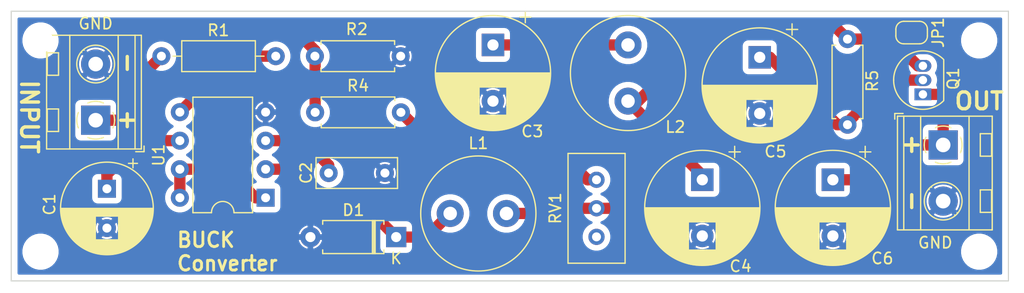
<source format=kicad_pcb>
(kicad_pcb (version 20171130) (host pcbnew "(5.1.12)-1")

  (general
    (thickness 1.6)
    (drawings 13)
    (tracks 77)
    (zones 0)
    (modules 23)
    (nets 12)
  )

  (page A4)
  (layers
    (0 F.Cu signal)
    (31 B.Cu signal)
    (32 B.Adhes user)
    (33 F.Adhes user)
    (34 B.Paste user)
    (35 F.Paste user)
    (36 B.SilkS user)
    (37 F.SilkS user)
    (38 B.Mask user)
    (39 F.Mask user)
    (40 Dwgs.User user)
    (41 Cmts.User user)
    (42 Eco1.User user)
    (43 Eco2.User user)
    (44 Edge.Cuts user)
    (45 Margin user)
    (46 B.CrtYd user)
    (47 F.CrtYd user)
    (48 B.Fab user)
    (49 F.Fab user)
  )

  (setup
    (last_trace_width 1)
    (trace_clearance 0.2)
    (zone_clearance 0.508)
    (zone_45_only yes)
    (trace_min 0.2)
    (via_size 0.8)
    (via_drill 0.4)
    (via_min_size 0.4)
    (via_min_drill 0.3)
    (uvia_size 0.3)
    (uvia_drill 0.1)
    (uvias_allowed no)
    (uvia_min_size 0.2)
    (uvia_min_drill 0.1)
    (edge_width 0.05)
    (segment_width 0.2)
    (pcb_text_width 0.3)
    (pcb_text_size 1.5 1.5)
    (mod_edge_width 0.12)
    (mod_text_size 1 1)
    (mod_text_width 0.15)
    (pad_size 1.524 1.524)
    (pad_drill 0.762)
    (pad_to_mask_clearance 0)
    (aux_axis_origin 0 0)
    (visible_elements 7FFFFFFF)
    (pcbplotparams
      (layerselection 0x010fc_ffffffff)
      (usegerberextensions false)
      (usegerberattributes true)
      (usegerberadvancedattributes true)
      (creategerberjobfile true)
      (excludeedgelayer true)
      (linewidth 0.100000)
      (plotframeref false)
      (viasonmask false)
      (mode 1)
      (useauxorigin false)
      (hpglpennumber 1)
      (hpglpenspeed 20)
      (hpglpendiameter 15.000000)
      (psnegative false)
      (psa4output false)
      (plotreference true)
      (plotvalue true)
      (plotinvisibletext false)
      (padsonsilk false)
      (subtractmaskfromsilk false)
      (outputformat 1)
      (mirror false)
      (drillshape 1)
      (scaleselection 1)
      (outputdirectory ""))
  )

  (net 0 "")
  (net 1 "Net-(C1-Pad1)")
  (net 2 GND)
  (net 3 "Net-(C2-Pad1)")
  (net 4 "Net-(C3-Pad1)")
  (net 5 "Net-(C4-Pad1)")
  (net 6 "Net-(C5-Pad1)")
  (net 7 "Net-(C6-Pad1)")
  (net 8 "Net-(R2-Pad2)")
  (net 9 "Net-(R4-Pad2)")
  (net 10 "Net-(D1-Pad1)")
  (net 11 "Net-(R1-Pad1)")

  (net_class Default "This is the default net class."
    (clearance 0.2)
    (trace_width 1)
    (via_dia 0.8)
    (via_drill 0.4)
    (uvia_dia 0.3)
    (uvia_drill 0.1)
    (add_net GND)
    (add_net "Net-(C1-Pad1)")
    (add_net "Net-(C2-Pad1)")
    (add_net "Net-(C5-Pad1)")
    (add_net "Net-(D1-Pad1)")
    (add_net "Net-(R1-Pad1)")
    (add_net "Net-(R2-Pad2)")
    (add_net "Net-(R4-Pad2)")
  )

  (net_class PWR ""
    (clearance 0.2)
    (trace_width 1)
    (via_dia 0.8)
    (via_drill 0.4)
    (uvia_dia 0.3)
    (uvia_drill 0.1)
    (add_net "Net-(C3-Pad1)")
    (add_net "Net-(C4-Pad1)")
    (add_net "Net-(C6-Pad1)")
  )

  (module Capacitor_THT:C_Disc_D7.0mm_W2.5mm_P5.00mm (layer F.Cu) (tedit 5AE50EF0) (tstamp 6397B4E1)
    (at 73.2 73.4)
    (descr "C, Disc series, Radial, pin pitch=5.00mm, , diameter*width=7*2.5mm^2, Capacitor, http://cdn-reichelt.de/documents/datenblatt/B300/DS_KERKO_TC.pdf")
    (tags "C Disc series Radial pin pitch 5.00mm  diameter 7mm width 2.5mm Capacitor")
    (path /6396F307)
    (fp_text reference C2 (at -2 0 270) (layer F.SilkS)
      (effects (font (size 1 1) (thickness 0.15)))
    )
    (fp_text value 100p (at 2.5 2.5) (layer F.Fab)
      (effects (font (size 1 1) (thickness 0.15)))
    )
    (fp_line (start 6.25 -1.5) (end -1.25 -1.5) (layer F.CrtYd) (width 0.05))
    (fp_line (start 6.25 1.5) (end 6.25 -1.5) (layer F.CrtYd) (width 0.05))
    (fp_line (start -1.25 1.5) (end 6.25 1.5) (layer F.CrtYd) (width 0.05))
    (fp_line (start -1.25 -1.5) (end -1.25 1.5) (layer F.CrtYd) (width 0.05))
    (fp_line (start 6.12 -1.37) (end 6.12 1.37) (layer F.SilkS) (width 0.12))
    (fp_line (start -1.12 -1.37) (end -1.12 1.37) (layer F.SilkS) (width 0.12))
    (fp_line (start -1.12 1.37) (end 6.12 1.37) (layer F.SilkS) (width 0.12))
    (fp_line (start -1.12 -1.37) (end 6.12 -1.37) (layer F.SilkS) (width 0.12))
    (fp_line (start 6 -1.25) (end -1 -1.25) (layer F.Fab) (width 0.1))
    (fp_line (start 6 1.25) (end 6 -1.25) (layer F.Fab) (width 0.1))
    (fp_line (start -1 1.25) (end 6 1.25) (layer F.Fab) (width 0.1))
    (fp_line (start -1 -1.25) (end -1 1.25) (layer F.Fab) (width 0.1))
    (fp_text user %R (at 2.5 0) (layer F.Fab)
      (effects (font (size 1 1) (thickness 0.15)))
    )
    (pad 1 thru_hole circle (at 0 0) (size 1.6 1.6) (drill 0.8) (layers *.Cu *.Mask)
      (net 3 "Net-(C2-Pad1)"))
    (pad 2 thru_hole circle (at 5 0) (size 1.6 1.6) (drill 0.8) (layers *.Cu *.Mask)
      (net 2 GND))
    (model ${KISYS3DMOD}/Capacitor_THT.3dshapes/C_Disc_D7.0mm_W2.5mm_P5.00mm.wrl
      (at (xyz 0 0 0))
      (scale (xyz 1 1 1))
      (rotate (xyz 0 0 0))
    )
  )

  (module Diode_THT:D_A-405_P7.62mm_Horizontal (layer F.Cu) (tedit 5AE50CD5) (tstamp 6397B382)
    (at 79.2 79.1 180)
    (descr "Diode, A-405 series, Axial, Horizontal, pin pitch=7.62mm, , length*diameter=5.2*2.7mm^2, , http://www.diodes.com/_files/packages/A-405.pdf")
    (tags "Diode A-405 series Axial Horizontal pin pitch 7.62mm  length 5.2mm diameter 2.7mm")
    (path /639830CC)
    (fp_text reference D1 (at 3.8 2.4 180) (layer F.SilkS)
      (effects (font (size 1 1) (thickness 0.15)))
    )
    (fp_text value 1N5817 (at 3.81 2.47) (layer F.Fab)
      (effects (font (size 1 1) (thickness 0.15)))
    )
    (fp_line (start 8.77 -1.6) (end -1.15 -1.6) (layer F.CrtYd) (width 0.05))
    (fp_line (start 8.77 1.6) (end 8.77 -1.6) (layer F.CrtYd) (width 0.05))
    (fp_line (start -1.15 1.6) (end 8.77 1.6) (layer F.CrtYd) (width 0.05))
    (fp_line (start -1.15 -1.6) (end -1.15 1.6) (layer F.CrtYd) (width 0.05))
    (fp_line (start 1.87 -1.47) (end 1.87 1.47) (layer F.SilkS) (width 0.12))
    (fp_line (start 2.11 -1.47) (end 2.11 1.47) (layer F.SilkS) (width 0.12))
    (fp_line (start 1.99 -1.47) (end 1.99 1.47) (layer F.SilkS) (width 0.12))
    (fp_line (start 6.53 1.47) (end 6.53 1.14) (layer F.SilkS) (width 0.12))
    (fp_line (start 1.09 1.47) (end 6.53 1.47) (layer F.SilkS) (width 0.12))
    (fp_line (start 1.09 1.14) (end 1.09 1.47) (layer F.SilkS) (width 0.12))
    (fp_line (start 6.53 -1.47) (end 6.53 -1.14) (layer F.SilkS) (width 0.12))
    (fp_line (start 1.09 -1.47) (end 6.53 -1.47) (layer F.SilkS) (width 0.12))
    (fp_line (start 1.09 -1.14) (end 1.09 -1.47) (layer F.SilkS) (width 0.12))
    (fp_line (start 1.89 -1.35) (end 1.89 1.35) (layer F.Fab) (width 0.1))
    (fp_line (start 2.09 -1.35) (end 2.09 1.35) (layer F.Fab) (width 0.1))
    (fp_line (start 1.99 -1.35) (end 1.99 1.35) (layer F.Fab) (width 0.1))
    (fp_line (start 7.62 0) (end 6.41 0) (layer F.Fab) (width 0.1))
    (fp_line (start 0 0) (end 1.21 0) (layer F.Fab) (width 0.1))
    (fp_line (start 6.41 -1.35) (end 1.21 -1.35) (layer F.Fab) (width 0.1))
    (fp_line (start 6.41 1.35) (end 6.41 -1.35) (layer F.Fab) (width 0.1))
    (fp_line (start 1.21 1.35) (end 6.41 1.35) (layer F.Fab) (width 0.1))
    (fp_line (start 1.21 -1.35) (end 1.21 1.35) (layer F.Fab) (width 0.1))
    (fp_text user %R (at 4.2 0) (layer F.Fab)
      (effects (font (size 1 1) (thickness 0.15)))
    )
    (fp_text user K (at 0 -1.9) (layer F.Fab)
      (effects (font (size 1 1) (thickness 0.15)))
    )
    (fp_text user K (at 0 -1.9) (layer F.SilkS)
      (effects (font (size 1 1) (thickness 0.15)))
    )
    (pad 1 thru_hole rect (at 0 0 180) (size 1.8 1.8) (drill 0.9) (layers *.Cu *.Mask)
      (net 10 "Net-(D1-Pad1)"))
    (pad 2 thru_hole oval (at 7.62 0 180) (size 1.8 1.8) (drill 0.9) (layers *.Cu *.Mask)
      (net 2 GND))
    (model ${KISYS3DMOD}/Diode_THT.3dshapes/D_A-405_P7.62mm_Horizontal.wrl
      (at (xyz 0 0 0))
      (scale (xyz 1 1 1))
      (rotate (xyz 0 0 0))
    )
  )

  (module TerminalBlock_MetzConnect:TerminalBlock_MetzConnect_Type094_RT03502HBLU_1x02_P5.00mm_Horizontal locked (layer F.Cu) (tedit 5B294E9C) (tstamp 6397008F)
    (at 52.5 68.7 90)
    (descr "terminal block Metz Connect Type094_RT03502HBLU, 2 pins, pitch 5mm, size 10x8.3mm^2, drill diamater 1.3mm, pad diameter 2.6mm, see http://www.metz-connect.com/ru/system/files/productfiles/Data_sheet_310941_RT035xxHBLU_OFF-022742T.pdf, script-generated using https://github.com/pointhi/kicad-footprint-generator/scripts/TerminalBlock_MetzConnect")
    (tags "THT terminal block Metz Connect Type094_RT03502HBLU pitch 5mm size 10x8.3mm^2 drill 1.3mm pad 2.6mm")
    (path /63969B2D)
    (fp_text reference J1 (at 2.5 -2.6 90) (layer F.SilkS) hide
      (effects (font (size 1 1) (thickness 0.15)))
    )
    (fp_text value INPUT (at 2.5 5.06 90) (layer F.Fab)
      (effects (font (size 1 1) (thickness 0.15)))
    )
    (fp_circle (center 0 0) (end 1.5 0) (layer F.Fab) (width 0.1))
    (fp_circle (center 5 0) (end 6.5 0) (layer F.Fab) (width 0.1))
    (fp_circle (center 5 0) (end 6.68 0) (layer F.SilkS) (width 0.12))
    (fp_line (start -2.5 -4.3) (end 7.5 -4.3) (layer F.Fab) (width 0.1))
    (fp_line (start 7.5 -4.3) (end 7.5 4) (layer F.Fab) (width 0.1))
    (fp_line (start 7.5 4) (end -2 4) (layer F.Fab) (width 0.1))
    (fp_line (start -2 4) (end -2.5 3.5) (layer F.Fab) (width 0.1))
    (fp_line (start -2.5 3.5) (end -2.5 -4.3) (layer F.Fab) (width 0.1))
    (fp_line (start -2.5 3.5) (end 7.5 3.5) (layer F.Fab) (width 0.1))
    (fp_line (start -2.56 3.5) (end 7.56 3.5) (layer F.SilkS) (width 0.12))
    (fp_line (start -2.5 2) (end 7.5 2) (layer F.Fab) (width 0.1))
    (fp_line (start -2.56 2) (end 7.56 2) (layer F.SilkS) (width 0.12))
    (fp_line (start -2.5 -2.3) (end 7.5 -2.3) (layer F.Fab) (width 0.1))
    (fp_line (start -2.56 -2.301) (end 7.56 -2.301) (layer F.SilkS) (width 0.12))
    (fp_line (start -2.56 -4.36) (end 7.56 -4.36) (layer F.SilkS) (width 0.12))
    (fp_line (start -2.56 4.06) (end 7.56 4.06) (layer F.SilkS) (width 0.12))
    (fp_line (start -2.56 -4.36) (end -2.56 4.06) (layer F.SilkS) (width 0.12))
    (fp_line (start 7.56 -4.36) (end 7.56 4.06) (layer F.SilkS) (width 0.12))
    (fp_line (start 1.138 -0.955) (end -0.955 1.138) (layer F.Fab) (width 0.1))
    (fp_line (start 0.955 -1.138) (end -1.138 0.955) (layer F.Fab) (width 0.1))
    (fp_line (start -1 -4.3) (end -1 -3.3) (layer F.Fab) (width 0.1))
    (fp_line (start -1 -3.3) (end 1 -3.3) (layer F.Fab) (width 0.1))
    (fp_line (start 1 -3.3) (end 1 -4.3) (layer F.Fab) (width 0.1))
    (fp_line (start 1 -4.3) (end -1 -4.3) (layer F.Fab) (width 0.1))
    (fp_line (start -1 -4.3) (end 1 -4.3) (layer F.SilkS) (width 0.12))
    (fp_line (start -1 -3.3) (end 1 -3.3) (layer F.SilkS) (width 0.12))
    (fp_line (start -1 -4.3) (end -1 -3.3) (layer F.SilkS) (width 0.12))
    (fp_line (start 1 -4.3) (end 1 -3.3) (layer F.SilkS) (width 0.12))
    (fp_line (start 6.138 -0.955) (end 4.046 1.138) (layer F.Fab) (width 0.1))
    (fp_line (start 5.955 -1.138) (end 3.863 0.955) (layer F.Fab) (width 0.1))
    (fp_line (start 6.275 -1.069) (end 6.228 -1.023) (layer F.SilkS) (width 0.12))
    (fp_line (start 3.966 1.239) (end 3.931 1.274) (layer F.SilkS) (width 0.12))
    (fp_line (start 6.07 -1.275) (end 6.035 -1.239) (layer F.SilkS) (width 0.12))
    (fp_line (start 3.773 1.023) (end 3.726 1.069) (layer F.SilkS) (width 0.12))
    (fp_line (start 4 -4.3) (end 4 -3.3) (layer F.Fab) (width 0.1))
    (fp_line (start 4 -3.3) (end 6 -3.3) (layer F.Fab) (width 0.1))
    (fp_line (start 6 -3.3) (end 6 -4.3) (layer F.Fab) (width 0.1))
    (fp_line (start 6 -4.3) (end 4 -4.3) (layer F.Fab) (width 0.1))
    (fp_line (start 4 -4.3) (end 6 -4.3) (layer F.SilkS) (width 0.12))
    (fp_line (start 4 -3.3) (end 6 -3.3) (layer F.SilkS) (width 0.12))
    (fp_line (start 4 -4.3) (end 4 -3.3) (layer F.SilkS) (width 0.12))
    (fp_line (start 6 -4.3) (end 6 -3.3) (layer F.SilkS) (width 0.12))
    (fp_line (start -2.8 3.56) (end -2.8 4.3) (layer F.SilkS) (width 0.12))
    (fp_line (start -2.8 4.3) (end -2.3 4.3) (layer F.SilkS) (width 0.12))
    (fp_line (start -3 -4.81) (end -3 4.5) (layer F.CrtYd) (width 0.05))
    (fp_line (start -3 4.5) (end 8 4.5) (layer F.CrtYd) (width 0.05))
    (fp_line (start 8 4.5) (end 8 -4.81) (layer F.CrtYd) (width 0.05))
    (fp_line (start 8 -4.81) (end -3 -4.81) (layer F.CrtYd) (width 0.05))
    (fp_text user %R (at 2.5 2.75 90) (layer F.Fab) hide
      (effects (font (size 1 1) (thickness 0.15)))
    )
    (fp_arc (start 0 0) (end -0.684 1.535) (angle -25) (layer F.SilkS) (width 0.12))
    (fp_arc (start 0 0) (end -1.535 -0.684) (angle -48) (layer F.SilkS) (width 0.12))
    (fp_arc (start 0 0) (end 0.684 -1.535) (angle -48) (layer F.SilkS) (width 0.12))
    (fp_arc (start 0 0) (end 1.535 0.684) (angle -48) (layer F.SilkS) (width 0.12))
    (fp_arc (start 0 0) (end 0 1.68) (angle -24) (layer F.SilkS) (width 0.12))
    (pad 2 thru_hole circle (at 5 0 90) (size 2.6 2.6) (drill 1.3) (layers *.Cu *.Mask)
      (net 2 GND))
    (pad 1 thru_hole rect (at 0 0 90) (size 2.6 2.6) (drill 1.3) (layers *.Cu *.Mask)
      (net 1 "Net-(C1-Pad1)"))
    (model ${KISYS3DMOD}/TerminalBlock_MetzConnect.3dshapes/TerminalBlock_MetzConnect_Type094_RT03502HBLU_1x02_P5.00mm_Horizontal.wrl
      (at (xyz 0 0 0))
      (scale (xyz 1 1 1))
      (rotate (xyz 0 0 0))
    )
  )

  (module TerminalBlock_MetzConnect:TerminalBlock_MetzConnect_Type094_RT03502HBLU_1x02_P5.00mm_Horizontal (layer F.Cu) (tedit 5B294E9C) (tstamp 639700CB)
    (at 127.8 70.9 270)
    (descr "terminal block Metz Connect Type094_RT03502HBLU, 2 pins, pitch 5mm, size 10x8.3mm^2, drill diamater 1.3mm, pad diameter 2.6mm, see http://www.metz-connect.com/ru/system/files/productfiles/Data_sheet_310941_RT035xxHBLU_OFF-022742T.pdf, script-generated using https://github.com/pointhi/kicad-footprint-generator/scripts/TerminalBlock_MetzConnect")
    (tags "THT terminal block Metz Connect Type094_RT03502HBLU pitch 5mm size 10x8.3mm^2 drill 1.3mm pad 2.6mm")
    (path /6396B029)
    (fp_text reference J2 (at 2.8 -1.5 90) (layer F.SilkS) hide
      (effects (font (size 1 1) (thickness 0.15)))
    )
    (fp_text value OUTPUT (at 2.5 5.06 90) (layer F.Fab)
      (effects (font (size 1 1) (thickness 0.15)))
    )
    (fp_line (start 8 -4.81) (end -3 -4.81) (layer F.CrtYd) (width 0.05))
    (fp_line (start 8 4.5) (end 8 -4.81) (layer F.CrtYd) (width 0.05))
    (fp_line (start -3 4.5) (end 8 4.5) (layer F.CrtYd) (width 0.05))
    (fp_line (start -3 -4.81) (end -3 4.5) (layer F.CrtYd) (width 0.05))
    (fp_line (start -2.8 4.3) (end -2.3 4.3) (layer F.SilkS) (width 0.12))
    (fp_line (start -2.8 3.56) (end -2.8 4.3) (layer F.SilkS) (width 0.12))
    (fp_line (start 6 -4.3) (end 6 -3.3) (layer F.SilkS) (width 0.12))
    (fp_line (start 4 -4.3) (end 4 -3.3) (layer F.SilkS) (width 0.12))
    (fp_line (start 4 -3.3) (end 6 -3.3) (layer F.SilkS) (width 0.12))
    (fp_line (start 4 -4.3) (end 6 -4.3) (layer F.SilkS) (width 0.12))
    (fp_line (start 6 -4.3) (end 4 -4.3) (layer F.Fab) (width 0.1))
    (fp_line (start 6 -3.3) (end 6 -4.3) (layer F.Fab) (width 0.1))
    (fp_line (start 4 -3.3) (end 6 -3.3) (layer F.Fab) (width 0.1))
    (fp_line (start 4 -4.3) (end 4 -3.3) (layer F.Fab) (width 0.1))
    (fp_line (start 3.773 1.023) (end 3.726 1.069) (layer F.SilkS) (width 0.12))
    (fp_line (start 6.07 -1.275) (end 6.035 -1.239) (layer F.SilkS) (width 0.12))
    (fp_line (start 3.966 1.239) (end 3.931 1.274) (layer F.SilkS) (width 0.12))
    (fp_line (start 6.275 -1.069) (end 6.228 -1.023) (layer F.SilkS) (width 0.12))
    (fp_line (start 5.955 -1.138) (end 3.863 0.955) (layer F.Fab) (width 0.1))
    (fp_line (start 6.138 -0.955) (end 4.046 1.138) (layer F.Fab) (width 0.1))
    (fp_line (start 1 -4.3) (end 1 -3.3) (layer F.SilkS) (width 0.12))
    (fp_line (start -1 -4.3) (end -1 -3.3) (layer F.SilkS) (width 0.12))
    (fp_line (start -1 -3.3) (end 1 -3.3) (layer F.SilkS) (width 0.12))
    (fp_line (start -1 -4.3) (end 1 -4.3) (layer F.SilkS) (width 0.12))
    (fp_line (start 1 -4.3) (end -1 -4.3) (layer F.Fab) (width 0.1))
    (fp_line (start 1 -3.3) (end 1 -4.3) (layer F.Fab) (width 0.1))
    (fp_line (start -1 -3.3) (end 1 -3.3) (layer F.Fab) (width 0.1))
    (fp_line (start -1 -4.3) (end -1 -3.3) (layer F.Fab) (width 0.1))
    (fp_line (start 0.955 -1.138) (end -1.138 0.955) (layer F.Fab) (width 0.1))
    (fp_line (start 1.138 -0.955) (end -0.955 1.138) (layer F.Fab) (width 0.1))
    (fp_line (start 7.56 -4.36) (end 7.56 4.06) (layer F.SilkS) (width 0.12))
    (fp_line (start -2.56 -4.36) (end -2.56 4.06) (layer F.SilkS) (width 0.12))
    (fp_line (start -2.56 4.06) (end 7.56 4.06) (layer F.SilkS) (width 0.12))
    (fp_line (start -2.56 -4.36) (end 7.56 -4.36) (layer F.SilkS) (width 0.12))
    (fp_line (start -2.56 -2.301) (end 7.56 -2.301) (layer F.SilkS) (width 0.12))
    (fp_line (start -2.5 -2.3) (end 7.5 -2.3) (layer F.Fab) (width 0.1))
    (fp_line (start -2.56 2) (end 7.56 2) (layer F.SilkS) (width 0.12))
    (fp_line (start -2.5 2) (end 7.5 2) (layer F.Fab) (width 0.1))
    (fp_line (start -2.56 3.5) (end 7.56 3.5) (layer F.SilkS) (width 0.12))
    (fp_line (start -2.5 3.5) (end 7.5 3.5) (layer F.Fab) (width 0.1))
    (fp_line (start -2.5 3.5) (end -2.5 -4.3) (layer F.Fab) (width 0.1))
    (fp_line (start -2 4) (end -2.5 3.5) (layer F.Fab) (width 0.1))
    (fp_line (start 7.5 4) (end -2 4) (layer F.Fab) (width 0.1))
    (fp_line (start 7.5 -4.3) (end 7.5 4) (layer F.Fab) (width 0.1))
    (fp_line (start -2.5 -4.3) (end 7.5 -4.3) (layer F.Fab) (width 0.1))
    (fp_circle (center 5 0) (end 6.68 0) (layer F.SilkS) (width 0.12))
    (fp_circle (center 5 0) (end 6.5 0) (layer F.Fab) (width 0.1))
    (fp_circle (center 0 0) (end 1.5 0) (layer F.Fab) (width 0.1))
    (fp_arc (start 0 0) (end 0 1.68) (angle -24) (layer F.SilkS) (width 0.12))
    (fp_arc (start 0 0) (end 1.535 0.684) (angle -48) (layer F.SilkS) (width 0.12))
    (fp_arc (start 0 0) (end 0.684 -1.535) (angle -48) (layer F.SilkS) (width 0.12))
    (fp_arc (start 0 0) (end -1.535 -0.684) (angle -48) (layer F.SilkS) (width 0.12))
    (fp_arc (start 0 0) (end -0.684 1.535) (angle -25) (layer F.SilkS) (width 0.12))
    (fp_text user %R (at 2.5 2.75 90) (layer F.Fab) hide
      (effects (font (size 1 1) (thickness 0.15)))
    )
    (pad 1 thru_hole rect (at 0 0 270) (size 2.6 2.6) (drill 1.3) (layers *.Cu *.Mask)
      (net 7 "Net-(C6-Pad1)"))
    (pad 2 thru_hole circle (at 5 0 270) (size 2.6 2.6) (drill 1.3) (layers *.Cu *.Mask)
      (net 2 GND))
    (model ${KISYS3DMOD}/TerminalBlock_MetzConnect.3dshapes/TerminalBlock_MetzConnect_Type094_RT03502HBLU_1x02_P5.00mm_Horizontal.wrl
      (at (xyz 0 0 0))
      (scale (xyz 1 1 1))
      (rotate (xyz 0 0 0))
    )
  )

  (module Jumper:SolderJumper-2_P1.3mm_Open_RoundedPad1.0x1.5mm (layer F.Cu) (tedit 5B391E66) (tstamp 639700DD)
    (at 125 60.9)
    (descr "SMD Solder Jumper, 1x1.5mm, rounded Pads, 0.3mm gap, open")
    (tags "solder jumper open")
    (path /639B998C)
    (attr virtual)
    (fp_text reference JP1 (at 2.35 0 90) (layer F.SilkS)
      (effects (font (size 1 1) (thickness 0.15)))
    )
    (fp_text value Jumper (at 0 1.9) (layer F.Fab)
      (effects (font (size 1 1) (thickness 0.15)))
    )
    (fp_line (start 1.65 1.25) (end -1.65 1.25) (layer F.CrtYd) (width 0.05))
    (fp_line (start 1.65 1.25) (end 1.65 -1.25) (layer F.CrtYd) (width 0.05))
    (fp_line (start -1.65 -1.25) (end -1.65 1.25) (layer F.CrtYd) (width 0.05))
    (fp_line (start -1.65 -1.25) (end 1.65 -1.25) (layer F.CrtYd) (width 0.05))
    (fp_line (start -0.7 -1) (end 0.7 -1) (layer F.SilkS) (width 0.12))
    (fp_line (start 1.4 -0.3) (end 1.4 0.3) (layer F.SilkS) (width 0.12))
    (fp_line (start 0.7 1) (end -0.7 1) (layer F.SilkS) (width 0.12))
    (fp_line (start -1.4 0.3) (end -1.4 -0.3) (layer F.SilkS) (width 0.12))
    (fp_arc (start 0.7 -0.3) (end 1.4 -0.3) (angle -90) (layer F.SilkS) (width 0.12))
    (fp_arc (start 0.7 0.3) (end 0.7 1) (angle -90) (layer F.SilkS) (width 0.12))
    (fp_arc (start -0.7 0.3) (end -1.4 0.3) (angle -90) (layer F.SilkS) (width 0.12))
    (fp_arc (start -0.7 -0.3) (end -0.7 -1) (angle -90) (layer F.SilkS) (width 0.12))
    (pad 1 smd custom (at -0.65 0) (size 1 0.5) (layers F.Cu F.Mask)
      (net 5 "Net-(C4-Pad1)") (zone_connect 2)
      (options (clearance outline) (anchor rect))
      (primitives
        (gr_circle (center 0 0.25) (end 0.5 0.25) (width 0))
        (gr_circle (center 0 -0.25) (end 0.5 -0.25) (width 0))
        (gr_poly (pts
           (xy 0 -0.75) (xy 0.5 -0.75) (xy 0.5 0.75) (xy 0 0.75)) (width 0))
      ))
    (pad 2 smd custom (at 0.65 0) (size 1 0.5) (layers F.Cu F.Mask)
      (net 7 "Net-(C6-Pad1)") (zone_connect 2)
      (options (clearance outline) (anchor rect))
      (primitives
        (gr_circle (center 0 0.25) (end 0.5 0.25) (width 0))
        (gr_circle (center 0 -0.25) (end 0.5 -0.25) (width 0))
        (gr_poly (pts
           (xy 0 -0.75) (xy -0.5 -0.75) (xy -0.5 0.75) (xy 0 0.75)) (width 0))
      ))
  )

  (module Inductor_THT:L_Radial_D10.0mm_P5.00mm_Neosid_SD12k_style3 (layer F.Cu) (tedit 5AE59B06) (tstamp 639700E7)
    (at 84 77)
    (descr "Inductor, Radial series, Radial, pin pitch=5.00mm, , diameter=10.0mm, Neosid, SD12k, style3, http://www.neosid.de/produktblaetter/neosid_Festinduktivitaet_Sd12k.pdf")
    (tags "Inductor Radial series Radial pin pitch 5.00mm  diameter 10.0mm Neosid SD12k style3")
    (path /63978589)
    (fp_text reference L1 (at 2.5 -6.25) (layer F.SilkS)
      (effects (font (size 1 1) (thickness 0.15)))
    )
    (fp_text value 10u (at 2.5 6.25) (layer F.Fab)
      (effects (font (size 1 1) (thickness 0.15)))
    )
    (fp_circle (center 2.5 0) (end 7.75 0) (layer F.CrtYd) (width 0.05))
    (fp_circle (center 2.5 0) (end 7.62 0) (layer F.SilkS) (width 0.12))
    (fp_circle (center 2.5 0) (end 7.5 0) (layer F.Fab) (width 0.1))
    (fp_text user %R (at 2.5 0) (layer F.Fab)
      (effects (font (size 1 1) (thickness 0.15)))
    )
    (pad 1 thru_hole circle (at 0 0) (size 2.4 2.4) (drill 1.2) (layers *.Cu *.Mask)
      (net 10 "Net-(D1-Pad1)"))
    (pad 2 thru_hole circle (at 5 0) (size 2.4 2.4) (drill 1.2) (layers *.Cu *.Mask)
      (net 4 "Net-(C3-Pad1)"))
    (model ${KISYS3DMOD}/Inductor_THT.3dshapes/L_Radial_D10.0mm_P5.00mm_Neosid_SD12k_style3.wrl
      (at (xyz 0 0 0))
      (scale (xyz 1 1 1))
      (rotate (xyz 0 0 0))
    )
  )

  (module Inductor_THT:L_Radial_D10.0mm_P5.00mm_Neosid_SD12k_style3 (layer F.Cu) (tedit 5AE59B06) (tstamp 639700F1)
    (at 99.8 62 270)
    (descr "Inductor, Radial series, Radial, pin pitch=5.00mm, , diameter=10.0mm, Neosid, SD12k, style3, http://www.neosid.de/produktblaetter/neosid_Festinduktivitaet_Sd12k.pdf")
    (tags "Inductor Radial series Radial pin pitch 5.00mm  diameter 10.0mm Neosid SD12k style3")
    (path /63993CD8)
    (fp_text reference L2 (at 7.3 -4.2 180) (layer F.SilkS)
      (effects (font (size 1 1) (thickness 0.15)))
    )
    (fp_text value 5m (at 2.5 6.25 90) (layer F.Fab)
      (effects (font (size 1 1) (thickness 0.15)))
    )
    (fp_circle (center 2.5 0) (end 7.5 0) (layer F.Fab) (width 0.1))
    (fp_circle (center 2.5 0) (end 7.62 0) (layer F.SilkS) (width 0.12))
    (fp_circle (center 2.5 0) (end 7.75 0) (layer F.CrtYd) (width 0.05))
    (fp_text user %R (at 2.5 0 90) (layer F.Fab)
      (effects (font (size 1 1) (thickness 0.15)))
    )
    (pad 2 thru_hole circle (at 5 0 270) (size 2.4 2.4) (drill 1.2) (layers *.Cu *.Mask)
      (net 5 "Net-(C4-Pad1)"))
    (pad 1 thru_hole circle (at 0 0 270) (size 2.4 2.4) (drill 1.2) (layers *.Cu *.Mask)
      (net 4 "Net-(C3-Pad1)"))
    (model ${KISYS3DMOD}/Inductor_THT.3dshapes/L_Radial_D10.0mm_P5.00mm_Neosid_SD12k_style3.wrl
      (at (xyz 0 0 0))
      (scale (xyz 1 1 1))
      (rotate (xyz 0 0 0))
    )
  )

  (module Package_TO_SOT_THT:TO-92_Inline (layer F.Cu) (tedit 5A1DD157) (tstamp 63970103)
    (at 126 66.4 90)
    (descr "TO-92 leads in-line, narrow, oval pads, drill 0.75mm (see NXP sot054_po.pdf)")
    (tags "to-92 sc-43 sc-43a sot54 PA33 transistor")
    (path /639A0463)
    (fp_text reference Q1 (at 1.4 2.7 90) (layer F.SilkS)
      (effects (font (size 1 1) (thickness 0.15)))
    )
    (fp_text value 2N2222 (at 1.27 2.79 90) (layer F.Fab)
      (effects (font (size 1 1) (thickness 0.15)))
    )
    (fp_line (start 4 2.01) (end -1.46 2.01) (layer F.CrtYd) (width 0.05))
    (fp_line (start 4 2.01) (end 4 -2.73) (layer F.CrtYd) (width 0.05))
    (fp_line (start -1.46 -2.73) (end -1.46 2.01) (layer F.CrtYd) (width 0.05))
    (fp_line (start -1.46 -2.73) (end 4 -2.73) (layer F.CrtYd) (width 0.05))
    (fp_line (start -0.5 1.75) (end 3 1.75) (layer F.Fab) (width 0.1))
    (fp_line (start -0.53 1.85) (end 3.07 1.85) (layer F.SilkS) (width 0.12))
    (fp_text user %R (at 1.27 0 90) (layer F.Fab)
      (effects (font (size 1 1) (thickness 0.15)))
    )
    (fp_arc (start 1.27 0) (end 1.27 -2.48) (angle 135) (layer F.Fab) (width 0.1))
    (fp_arc (start 1.27 0) (end 1.27 -2.6) (angle -135) (layer F.SilkS) (width 0.12))
    (fp_arc (start 1.27 0) (end 1.27 -2.48) (angle -135) (layer F.Fab) (width 0.1))
    (fp_arc (start 1.27 0) (end 1.27 -2.6) (angle 135) (layer F.SilkS) (width 0.12))
    (pad 2 thru_hole oval (at 1.27 0 90) (size 1.05 1.5) (drill 0.75) (layers *.Cu *.Mask)
      (net 6 "Net-(C5-Pad1)"))
    (pad 3 thru_hole oval (at 2.54 0 90) (size 1.05 1.5) (drill 0.75) (layers *.Cu *.Mask)
      (net 5 "Net-(C4-Pad1)"))
    (pad 1 thru_hole rect (at 0 0 90) (size 1.05 1.5) (drill 0.75) (layers *.Cu *.Mask)
      (net 7 "Net-(C6-Pad1)"))
    (model ${KISYS3DMOD}/Package_TO_SOT_THT.3dshapes/TO-92_Inline.wrl
      (at (xyz 0 0 0))
      (scale (xyz 1 1 1))
      (rotate (xyz 0 0 0))
    )
  )

  (module Resistor_THT:R_Axial_DIN0207_L6.3mm_D2.5mm_P10.16mm_Horizontal (layer F.Cu) (tedit 5AE5139B) (tstamp 639792BA)
    (at 68.5 63 180)
    (descr "Resistor, Axial_DIN0207 series, Axial, Horizontal, pin pitch=10.16mm, 0.25W = 1/4W, length*diameter=6.3*2.5mm^2, http://cdn-reichelt.de/documents/datenblatt/B400/1_4W%23YAG.pdf")
    (tags "Resistor Axial_DIN0207 series Axial Horizontal pin pitch 10.16mm 0.25W = 1/4W length 6.3mm diameter 2.5mm")
    (path /639750E9)
    (fp_text reference R1 (at 5.1 2.3) (layer F.SilkS)
      (effects (font (size 1 1) (thickness 0.15)))
    )
    (fp_text value 0.1 (at 5.08 2.37) (layer F.Fab)
      (effects (font (size 1 1) (thickness 0.15)))
    )
    (fp_line (start 11.21 -1.5) (end -1.05 -1.5) (layer F.CrtYd) (width 0.05))
    (fp_line (start 11.21 1.5) (end 11.21 -1.5) (layer F.CrtYd) (width 0.05))
    (fp_line (start -1.05 1.5) (end 11.21 1.5) (layer F.CrtYd) (width 0.05))
    (fp_line (start -1.05 -1.5) (end -1.05 1.5) (layer F.CrtYd) (width 0.05))
    (fp_line (start 9.12 0) (end 8.35 0) (layer F.SilkS) (width 0.12))
    (fp_line (start 1.04 0) (end 1.81 0) (layer F.SilkS) (width 0.12))
    (fp_line (start 8.35 -1.37) (end 1.81 -1.37) (layer F.SilkS) (width 0.12))
    (fp_line (start 8.35 1.37) (end 8.35 -1.37) (layer F.SilkS) (width 0.12))
    (fp_line (start 1.81 1.37) (end 8.35 1.37) (layer F.SilkS) (width 0.12))
    (fp_line (start 1.81 -1.37) (end 1.81 1.37) (layer F.SilkS) (width 0.12))
    (fp_line (start 10.16 0) (end 8.23 0) (layer F.Fab) (width 0.1))
    (fp_line (start 0 0) (end 1.93 0) (layer F.Fab) (width 0.1))
    (fp_line (start 8.23 -1.25) (end 1.93 -1.25) (layer F.Fab) (width 0.1))
    (fp_line (start 8.23 1.25) (end 8.23 -1.25) (layer F.Fab) (width 0.1))
    (fp_line (start 1.93 1.25) (end 8.23 1.25) (layer F.Fab) (width 0.1))
    (fp_line (start 1.93 -1.25) (end 1.93 1.25) (layer F.Fab) (width 0.1))
    (fp_text user %R (at 5.08 0) (layer F.Fab)
      (effects (font (size 1 1) (thickness 0.15)))
    )
    (pad 1 thru_hole circle (at 0 0 180) (size 1.6 1.6) (drill 0.8) (layers *.Cu *.Mask)
      (net 11 "Net-(R1-Pad1)"))
    (pad 2 thru_hole oval (at 10.16 0 180) (size 1.6 1.6) (drill 0.8) (layers *.Cu *.Mask)
      (net 1 "Net-(C1-Pad1)"))
    (model ${KISYS3DMOD}/Resistor_THT.3dshapes/R_Axial_DIN0207_L6.3mm_D2.5mm_P10.16mm_Horizontal.wrl
      (at (xyz 0 0 0))
      (scale (xyz 1 1 1))
      (rotate (xyz 0 0 0))
    )
  )

  (module Resistor_THT:R_Axial_DIN0207_L6.3mm_D2.5mm_P7.62mm_Horizontal (layer F.Cu) (tedit 5AE5139B) (tstamp 63975F12)
    (at 79.6 63 180)
    (descr "Resistor, Axial_DIN0207 series, Axial, Horizontal, pin pitch=7.62mm, 0.25W = 1/4W, length*diameter=6.3*2.5mm^2, http://cdn-reichelt.de/documents/datenblatt/B400/1_4W%23YAG.pdf")
    (tags "Resistor Axial_DIN0207 series Axial Horizontal pin pitch 7.62mm 0.25W = 1/4W length 6.3mm diameter 2.5mm")
    (path /63985665)
    (fp_text reference R2 (at 3.9 2.4) (layer F.SilkS)
      (effects (font (size 1 1) (thickness 0.15)))
    )
    (fp_text value 2K2 (at 3.81 2.37) (layer F.Fab)
      (effects (font (size 1 1) (thickness 0.15)))
    )
    (fp_line (start 8.67 -1.5) (end -1.05 -1.5) (layer F.CrtYd) (width 0.05))
    (fp_line (start 8.67 1.5) (end 8.67 -1.5) (layer F.CrtYd) (width 0.05))
    (fp_line (start -1.05 1.5) (end 8.67 1.5) (layer F.CrtYd) (width 0.05))
    (fp_line (start -1.05 -1.5) (end -1.05 1.5) (layer F.CrtYd) (width 0.05))
    (fp_line (start 7.08 1.37) (end 7.08 1.04) (layer F.SilkS) (width 0.12))
    (fp_line (start 0.54 1.37) (end 7.08 1.37) (layer F.SilkS) (width 0.12))
    (fp_line (start 0.54 1.04) (end 0.54 1.37) (layer F.SilkS) (width 0.12))
    (fp_line (start 7.08 -1.37) (end 7.08 -1.04) (layer F.SilkS) (width 0.12))
    (fp_line (start 0.54 -1.37) (end 7.08 -1.37) (layer F.SilkS) (width 0.12))
    (fp_line (start 0.54 -1.04) (end 0.54 -1.37) (layer F.SilkS) (width 0.12))
    (fp_line (start 7.62 0) (end 6.96 0) (layer F.Fab) (width 0.1))
    (fp_line (start 0 0) (end 0.66 0) (layer F.Fab) (width 0.1))
    (fp_line (start 6.96 -1.25) (end 0.66 -1.25) (layer F.Fab) (width 0.1))
    (fp_line (start 6.96 1.25) (end 6.96 -1.25) (layer F.Fab) (width 0.1))
    (fp_line (start 0.66 1.25) (end 6.96 1.25) (layer F.Fab) (width 0.1))
    (fp_line (start 0.66 -1.25) (end 0.66 1.25) (layer F.Fab) (width 0.1))
    (fp_text user %R (at 3.81 0) (layer F.Fab)
      (effects (font (size 1 1) (thickness 0.15)))
    )
    (pad 1 thru_hole circle (at 0 0 180) (size 1.6 1.6) (drill 0.8) (layers *.Cu *.Mask)
      (net 2 GND))
    (pad 2 thru_hole oval (at 7.62 0 180) (size 1.6 1.6) (drill 0.8) (layers *.Cu *.Mask)
      (net 8 "Net-(R2-Pad2)"))
    (model ${KISYS3DMOD}/Resistor_THT.3dshapes/R_Axial_DIN0207_L6.3mm_D2.5mm_P7.62mm_Horizontal.wrl
      (at (xyz 0 0 0))
      (scale (xyz 1 1 1))
      (rotate (xyz 0 0 0))
    )
  )

  (module Resistor_THT:R_Axial_DIN0207_L6.3mm_D2.5mm_P7.62mm_Horizontal (layer F.Cu) (tedit 5AE5139B) (tstamp 6397015F)
    (at 72 68)
    (descr "Resistor, Axial_DIN0207 series, Axial, Horizontal, pin pitch=7.62mm, 0.25W = 1/4W, length*diameter=6.3*2.5mm^2, http://cdn-reichelt.de/documents/datenblatt/B400/1_4W%23YAG.pdf")
    (tags "Resistor Axial_DIN0207 series Axial Horizontal pin pitch 7.62mm 0.25W = 1/4W length 6.3mm diameter 2.5mm")
    (path /63985AC5)
    (fp_text reference R4 (at 3.81 -2.37) (layer F.SilkS)
      (effects (font (size 1 1) (thickness 0.15)))
    )
    (fp_text value 6K8 (at 3.81 2.37) (layer F.Fab)
      (effects (font (size 1 1) (thickness 0.15)))
    )
    (fp_line (start 8.67 -1.5) (end -1.05 -1.5) (layer F.CrtYd) (width 0.05))
    (fp_line (start 8.67 1.5) (end 8.67 -1.5) (layer F.CrtYd) (width 0.05))
    (fp_line (start -1.05 1.5) (end 8.67 1.5) (layer F.CrtYd) (width 0.05))
    (fp_line (start -1.05 -1.5) (end -1.05 1.5) (layer F.CrtYd) (width 0.05))
    (fp_line (start 7.08 1.37) (end 7.08 1.04) (layer F.SilkS) (width 0.12))
    (fp_line (start 0.54 1.37) (end 7.08 1.37) (layer F.SilkS) (width 0.12))
    (fp_line (start 0.54 1.04) (end 0.54 1.37) (layer F.SilkS) (width 0.12))
    (fp_line (start 7.08 -1.37) (end 7.08 -1.04) (layer F.SilkS) (width 0.12))
    (fp_line (start 0.54 -1.37) (end 7.08 -1.37) (layer F.SilkS) (width 0.12))
    (fp_line (start 0.54 -1.04) (end 0.54 -1.37) (layer F.SilkS) (width 0.12))
    (fp_line (start 7.62 0) (end 6.96 0) (layer F.Fab) (width 0.1))
    (fp_line (start 0 0) (end 0.66 0) (layer F.Fab) (width 0.1))
    (fp_line (start 6.96 -1.25) (end 0.66 -1.25) (layer F.Fab) (width 0.1))
    (fp_line (start 6.96 1.25) (end 6.96 -1.25) (layer F.Fab) (width 0.1))
    (fp_line (start 0.66 1.25) (end 6.96 1.25) (layer F.Fab) (width 0.1))
    (fp_line (start 0.66 -1.25) (end 0.66 1.25) (layer F.Fab) (width 0.1))
    (fp_text user %R (at 3.81 0) (layer F.Fab)
      (effects (font (size 1 1) (thickness 0.15)))
    )
    (pad 1 thru_hole circle (at 0 0) (size 1.6 1.6) (drill 0.8) (layers *.Cu *.Mask)
      (net 8 "Net-(R2-Pad2)"))
    (pad 2 thru_hole oval (at 7.62 0) (size 1.6 1.6) (drill 0.8) (layers *.Cu *.Mask)
      (net 9 "Net-(R4-Pad2)"))
    (model ${KISYS3DMOD}/Resistor_THT.3dshapes/R_Axial_DIN0207_L6.3mm_D2.5mm_P7.62mm_Horizontal.wrl
      (at (xyz 0 0 0))
      (scale (xyz 1 1 1))
      (rotate (xyz 0 0 0))
    )
  )

  (module Resistor_THT:R_Axial_DIN0207_L6.3mm_D2.5mm_P7.62mm_Horizontal (layer F.Cu) (tedit 5AE5139B) (tstamp 63970176)
    (at 119.3 69.1 90)
    (descr "Resistor, Axial_DIN0207 series, Axial, Horizontal, pin pitch=7.62mm, 0.25W = 1/4W, length*diameter=6.3*2.5mm^2, http://cdn-reichelt.de/documents/datenblatt/B400/1_4W%23YAG.pdf")
    (tags "Resistor Axial_DIN0207 series Axial Horizontal pin pitch 7.62mm 0.25W = 1/4W length 6.3mm diameter 2.5mm")
    (path /639A2AC1)
    (fp_text reference R5 (at 3.9 2.2 90) (layer F.SilkS)
      (effects (font (size 1 1) (thickness 0.15)))
    )
    (fp_text value 100 (at 3.81 2.37 90) (layer F.Fab)
      (effects (font (size 1 1) (thickness 0.15)))
    )
    (fp_line (start 0.66 -1.25) (end 0.66 1.25) (layer F.Fab) (width 0.1))
    (fp_line (start 0.66 1.25) (end 6.96 1.25) (layer F.Fab) (width 0.1))
    (fp_line (start 6.96 1.25) (end 6.96 -1.25) (layer F.Fab) (width 0.1))
    (fp_line (start 6.96 -1.25) (end 0.66 -1.25) (layer F.Fab) (width 0.1))
    (fp_line (start 0 0) (end 0.66 0) (layer F.Fab) (width 0.1))
    (fp_line (start 7.62 0) (end 6.96 0) (layer F.Fab) (width 0.1))
    (fp_line (start 0.54 -1.04) (end 0.54 -1.37) (layer F.SilkS) (width 0.12))
    (fp_line (start 0.54 -1.37) (end 7.08 -1.37) (layer F.SilkS) (width 0.12))
    (fp_line (start 7.08 -1.37) (end 7.08 -1.04) (layer F.SilkS) (width 0.12))
    (fp_line (start 0.54 1.04) (end 0.54 1.37) (layer F.SilkS) (width 0.12))
    (fp_line (start 0.54 1.37) (end 7.08 1.37) (layer F.SilkS) (width 0.12))
    (fp_line (start 7.08 1.37) (end 7.08 1.04) (layer F.SilkS) (width 0.12))
    (fp_line (start -1.05 -1.5) (end -1.05 1.5) (layer F.CrtYd) (width 0.05))
    (fp_line (start -1.05 1.5) (end 8.67 1.5) (layer F.CrtYd) (width 0.05))
    (fp_line (start 8.67 1.5) (end 8.67 -1.5) (layer F.CrtYd) (width 0.05))
    (fp_line (start 8.67 -1.5) (end -1.05 -1.5) (layer F.CrtYd) (width 0.05))
    (fp_text user %R (at 3.81 0 90) (layer F.Fab)
      (effects (font (size 1 1) (thickness 0.15)))
    )
    (pad 2 thru_hole oval (at 7.62 0 90) (size 1.6 1.6) (drill 0.8) (layers *.Cu *.Mask)
      (net 5 "Net-(C4-Pad1)"))
    (pad 1 thru_hole circle (at 0 0 90) (size 1.6 1.6) (drill 0.8) (layers *.Cu *.Mask)
      (net 6 "Net-(C5-Pad1)"))
    (model ${KISYS3DMOD}/Resistor_THT.3dshapes/R_Axial_DIN0207_L6.3mm_D2.5mm_P7.62mm_Horizontal.wrl
      (at (xyz 0 0 0))
      (scale (xyz 1 1 1))
      (rotate (xyz 0 0 0))
    )
  )

  (module Potentiometer_THT:Potentiometer_Bourns_3296W_Vertical (layer F.Cu) (tedit 5A3D4994) (tstamp 6397018D)
    (at 97 74 90)
    (descr "Potentiometer, vertical, Bourns 3296W, https://www.bourns.com/pdfs/3296.pdf")
    (tags "Potentiometer vertical Bourns 3296W")
    (path /63987901)
    (fp_text reference RV1 (at -2.54 -3.66 90) (layer F.SilkS)
      (effects (font (size 1 1) (thickness 0.15)))
    )
    (fp_text value 25K (at -2.54 3.67 90) (layer F.Fab)
      (effects (font (size 1 1) (thickness 0.15)))
    )
    (fp_line (start 2.5 -2.7) (end -7.6 -2.7) (layer F.CrtYd) (width 0.05))
    (fp_line (start 2.5 2.7) (end 2.5 -2.7) (layer F.CrtYd) (width 0.05))
    (fp_line (start -7.6 2.7) (end 2.5 2.7) (layer F.CrtYd) (width 0.05))
    (fp_line (start -7.6 -2.7) (end -7.6 2.7) (layer F.CrtYd) (width 0.05))
    (fp_line (start 2.345 -2.53) (end 2.345 2.54) (layer F.SilkS) (width 0.12))
    (fp_line (start -7.425 -2.53) (end -7.425 2.54) (layer F.SilkS) (width 0.12))
    (fp_line (start -7.425 2.54) (end 2.345 2.54) (layer F.SilkS) (width 0.12))
    (fp_line (start -7.425 -2.53) (end 2.345 -2.53) (layer F.SilkS) (width 0.12))
    (fp_line (start 0.955 2.235) (end 0.956 0.066) (layer F.Fab) (width 0.1))
    (fp_line (start 0.955 2.235) (end 0.956 0.066) (layer F.Fab) (width 0.1))
    (fp_line (start 2.225 -2.41) (end -7.305 -2.41) (layer F.Fab) (width 0.1))
    (fp_line (start 2.225 2.42) (end 2.225 -2.41) (layer F.Fab) (width 0.1))
    (fp_line (start -7.305 2.42) (end 2.225 2.42) (layer F.Fab) (width 0.1))
    (fp_line (start -7.305 -2.41) (end -7.305 2.42) (layer F.Fab) (width 0.1))
    (fp_circle (center 0.955 1.15) (end 2.05 1.15) (layer F.Fab) (width 0.1))
    (fp_text user %R (at -3.175 0.005 90) (layer F.Fab)
      (effects (font (size 1 1) (thickness 0.15)))
    )
    (pad 1 thru_hole circle (at 0 0 90) (size 1.44 1.44) (drill 0.8) (layers *.Cu *.Mask)
      (net 9 "Net-(R4-Pad2)"))
    (pad 2 thru_hole circle (at -2.54 0 90) (size 1.44 1.44) (drill 0.8) (layers *.Cu *.Mask)
      (net 4 "Net-(C3-Pad1)"))
    (pad 3 thru_hole circle (at -5.08 0 90) (size 1.44 1.44) (drill 0.8) (layers *.Cu *.Mask))
    (model ${KISYS3DMOD}/Potentiometer_THT.3dshapes/Potentiometer_Bourns_3296W_Vertical.wrl
      (at (xyz 0 0 0))
      (scale (xyz 1 1 1))
      (rotate (xyz 0 0 0))
    )
  )

  (module Package_DIP:DIP-8_W7.62mm (layer F.Cu) (tedit 5A02E8C5) (tstamp 63973A9F)
    (at 67.6 75.6 180)
    (descr "8-lead though-hole mounted DIP package, row spacing 7.62 mm (300 mils)")
    (tags "THT DIP DIL PDIP 2.54mm 7.62mm 300mil")
    (path /6396888C)
    (fp_text reference U1 (at 9.5 3.8 90) (layer F.SilkS)
      (effects (font (size 1 1) (thickness 0.15)))
    )
    (fp_text value MC34063AP (at 3.81 9.95) (layer F.Fab)
      (effects (font (size 1 1) (thickness 0.15)))
    )
    (fp_line (start 8.7 -1.55) (end -1.1 -1.55) (layer F.CrtYd) (width 0.05))
    (fp_line (start 8.7 9.15) (end 8.7 -1.55) (layer F.CrtYd) (width 0.05))
    (fp_line (start -1.1 9.15) (end 8.7 9.15) (layer F.CrtYd) (width 0.05))
    (fp_line (start -1.1 -1.55) (end -1.1 9.15) (layer F.CrtYd) (width 0.05))
    (fp_line (start 6.46 -1.33) (end 4.81 -1.33) (layer F.SilkS) (width 0.12))
    (fp_line (start 6.46 8.95) (end 6.46 -1.33) (layer F.SilkS) (width 0.12))
    (fp_line (start 1.16 8.95) (end 6.46 8.95) (layer F.SilkS) (width 0.12))
    (fp_line (start 1.16 -1.33) (end 1.16 8.95) (layer F.SilkS) (width 0.12))
    (fp_line (start 2.81 -1.33) (end 1.16 -1.33) (layer F.SilkS) (width 0.12))
    (fp_line (start 0.635 -0.27) (end 1.635 -1.27) (layer F.Fab) (width 0.1))
    (fp_line (start 0.635 8.89) (end 0.635 -0.27) (layer F.Fab) (width 0.1))
    (fp_line (start 6.985 8.89) (end 0.635 8.89) (layer F.Fab) (width 0.1))
    (fp_line (start 6.985 -1.27) (end 6.985 8.89) (layer F.Fab) (width 0.1))
    (fp_line (start 1.635 -1.27) (end 6.985 -1.27) (layer F.Fab) (width 0.1))
    (fp_arc (start 3.81 -1.33) (end 2.81 -1.33) (angle -180) (layer F.SilkS) (width 0.12))
    (fp_text user %R (at 3.81 3.81) (layer F.Fab)
      (effects (font (size 1 1) (thickness 0.15)))
    )
    (pad 1 thru_hole rect (at 0 0 180) (size 1.6 1.6) (drill 0.8) (layers *.Cu *.Mask)
      (net 11 "Net-(R1-Pad1)"))
    (pad 5 thru_hole oval (at 7.62 7.62 180) (size 1.6 1.6) (drill 0.8) (layers *.Cu *.Mask)
      (net 8 "Net-(R2-Pad2)"))
    (pad 2 thru_hole oval (at 0 2.54 180) (size 1.6 1.6) (drill 0.8) (layers *.Cu *.Mask)
      (net 10 "Net-(D1-Pad1)"))
    (pad 6 thru_hole oval (at 7.62 5.08 180) (size 1.6 1.6) (drill 0.8) (layers *.Cu *.Mask)
      (net 1 "Net-(C1-Pad1)"))
    (pad 3 thru_hole oval (at 0 5.08 180) (size 1.6 1.6) (drill 0.8) (layers *.Cu *.Mask)
      (net 3 "Net-(C2-Pad1)"))
    (pad 7 thru_hole oval (at 7.62 2.54 180) (size 1.6 1.6) (drill 0.8) (layers *.Cu *.Mask)
      (net 11 "Net-(R1-Pad1)"))
    (pad 4 thru_hole oval (at 0 7.62 180) (size 1.6 1.6) (drill 0.8) (layers *.Cu *.Mask)
      (net 2 GND))
    (pad 8 thru_hole oval (at 7.62 0 180) (size 1.6 1.6) (drill 0.8) (layers *.Cu *.Mask)
      (net 11 "Net-(R1-Pad1)"))
    (model ${KISYS3DMOD}/Package_DIP.3dshapes/DIP-8_W7.62mm.wrl
      (at (xyz 0 0 0))
      (scale (xyz 1 1 1))
      (rotate (xyz 0 0 0))
    )
  )

  (module Capacitor_THT:CP_Radial_D10.0mm_P5.00mm (layer F.Cu) (tedit 5AE50EF1) (tstamp 639722E0)
    (at 87.8 62 270)
    (descr "CP, Radial series, Radial, pin pitch=5.00mm, , diameter=10mm, Electrolytic Capacitor")
    (tags "CP Radial series Radial pin pitch 5.00mm  diameter 10mm Electrolytic Capacitor")
    (path /639900A3)
    (fp_text reference C3 (at 7.7 -3.5 180) (layer F.SilkS)
      (effects (font (size 1 1) (thickness 0.15)))
    )
    (fp_text value 470u (at 2.5 6.25 90) (layer F.Fab)
      (effects (font (size 1 1) (thickness 0.15)))
    )
    (fp_line (start -2.479646 -3.375) (end -2.479646 -2.375) (layer F.SilkS) (width 0.12))
    (fp_line (start -2.979646 -2.875) (end -1.979646 -2.875) (layer F.SilkS) (width 0.12))
    (fp_line (start 7.581 -0.599) (end 7.581 0.599) (layer F.SilkS) (width 0.12))
    (fp_line (start 7.541 -0.862) (end 7.541 0.862) (layer F.SilkS) (width 0.12))
    (fp_line (start 7.501 -1.062) (end 7.501 1.062) (layer F.SilkS) (width 0.12))
    (fp_line (start 7.461 -1.23) (end 7.461 1.23) (layer F.SilkS) (width 0.12))
    (fp_line (start 7.421 -1.378) (end 7.421 1.378) (layer F.SilkS) (width 0.12))
    (fp_line (start 7.381 -1.51) (end 7.381 1.51) (layer F.SilkS) (width 0.12))
    (fp_line (start 7.341 -1.63) (end 7.341 1.63) (layer F.SilkS) (width 0.12))
    (fp_line (start 7.301 -1.742) (end 7.301 1.742) (layer F.SilkS) (width 0.12))
    (fp_line (start 7.261 -1.846) (end 7.261 1.846) (layer F.SilkS) (width 0.12))
    (fp_line (start 7.221 -1.944) (end 7.221 1.944) (layer F.SilkS) (width 0.12))
    (fp_line (start 7.181 -2.037) (end 7.181 2.037) (layer F.SilkS) (width 0.12))
    (fp_line (start 7.141 -2.125) (end 7.141 2.125) (layer F.SilkS) (width 0.12))
    (fp_line (start 7.101 -2.209) (end 7.101 2.209) (layer F.SilkS) (width 0.12))
    (fp_line (start 7.061 -2.289) (end 7.061 2.289) (layer F.SilkS) (width 0.12))
    (fp_line (start 7.021 -2.365) (end 7.021 2.365) (layer F.SilkS) (width 0.12))
    (fp_line (start 6.981 -2.439) (end 6.981 2.439) (layer F.SilkS) (width 0.12))
    (fp_line (start 6.941 -2.51) (end 6.941 2.51) (layer F.SilkS) (width 0.12))
    (fp_line (start 6.901 -2.579) (end 6.901 2.579) (layer F.SilkS) (width 0.12))
    (fp_line (start 6.861 -2.645) (end 6.861 2.645) (layer F.SilkS) (width 0.12))
    (fp_line (start 6.821 -2.709) (end 6.821 2.709) (layer F.SilkS) (width 0.12))
    (fp_line (start 6.781 -2.77) (end 6.781 2.77) (layer F.SilkS) (width 0.12))
    (fp_line (start 6.741 -2.83) (end 6.741 2.83) (layer F.SilkS) (width 0.12))
    (fp_line (start 6.701 -2.889) (end 6.701 2.889) (layer F.SilkS) (width 0.12))
    (fp_line (start 6.661 -2.945) (end 6.661 2.945) (layer F.SilkS) (width 0.12))
    (fp_line (start 6.621 -3) (end 6.621 3) (layer F.SilkS) (width 0.12))
    (fp_line (start 6.581 -3.054) (end 6.581 3.054) (layer F.SilkS) (width 0.12))
    (fp_line (start 6.541 -3.106) (end 6.541 3.106) (layer F.SilkS) (width 0.12))
    (fp_line (start 6.501 -3.156) (end 6.501 3.156) (layer F.SilkS) (width 0.12))
    (fp_line (start 6.461 -3.206) (end 6.461 3.206) (layer F.SilkS) (width 0.12))
    (fp_line (start 6.421 -3.254) (end 6.421 3.254) (layer F.SilkS) (width 0.12))
    (fp_line (start 6.381 -3.301) (end 6.381 3.301) (layer F.SilkS) (width 0.12))
    (fp_line (start 6.341 -3.347) (end 6.341 3.347) (layer F.SilkS) (width 0.12))
    (fp_line (start 6.301 -3.392) (end 6.301 3.392) (layer F.SilkS) (width 0.12))
    (fp_line (start 6.261 -3.436) (end 6.261 3.436) (layer F.SilkS) (width 0.12))
    (fp_line (start 6.221 1.241) (end 6.221 3.478) (layer F.SilkS) (width 0.12))
    (fp_line (start 6.221 -3.478) (end 6.221 -1.241) (layer F.SilkS) (width 0.12))
    (fp_line (start 6.181 1.241) (end 6.181 3.52) (layer F.SilkS) (width 0.12))
    (fp_line (start 6.181 -3.52) (end 6.181 -1.241) (layer F.SilkS) (width 0.12))
    (fp_line (start 6.141 1.241) (end 6.141 3.561) (layer F.SilkS) (width 0.12))
    (fp_line (start 6.141 -3.561) (end 6.141 -1.241) (layer F.SilkS) (width 0.12))
    (fp_line (start 6.101 1.241) (end 6.101 3.601) (layer F.SilkS) (width 0.12))
    (fp_line (start 6.101 -3.601) (end 6.101 -1.241) (layer F.SilkS) (width 0.12))
    (fp_line (start 6.061 1.241) (end 6.061 3.64) (layer F.SilkS) (width 0.12))
    (fp_line (start 6.061 -3.64) (end 6.061 -1.241) (layer F.SilkS) (width 0.12))
    (fp_line (start 6.021 1.241) (end 6.021 3.679) (layer F.SilkS) (width 0.12))
    (fp_line (start 6.021 -3.679) (end 6.021 -1.241) (layer F.SilkS) (width 0.12))
    (fp_line (start 5.981 1.241) (end 5.981 3.716) (layer F.SilkS) (width 0.12))
    (fp_line (start 5.981 -3.716) (end 5.981 -1.241) (layer F.SilkS) (width 0.12))
    (fp_line (start 5.941 1.241) (end 5.941 3.753) (layer F.SilkS) (width 0.12))
    (fp_line (start 5.941 -3.753) (end 5.941 -1.241) (layer F.SilkS) (width 0.12))
    (fp_line (start 5.901 1.241) (end 5.901 3.789) (layer F.SilkS) (width 0.12))
    (fp_line (start 5.901 -3.789) (end 5.901 -1.241) (layer F.SilkS) (width 0.12))
    (fp_line (start 5.861 1.241) (end 5.861 3.824) (layer F.SilkS) (width 0.12))
    (fp_line (start 5.861 -3.824) (end 5.861 -1.241) (layer F.SilkS) (width 0.12))
    (fp_line (start 5.821 1.241) (end 5.821 3.858) (layer F.SilkS) (width 0.12))
    (fp_line (start 5.821 -3.858) (end 5.821 -1.241) (layer F.SilkS) (width 0.12))
    (fp_line (start 5.781 1.241) (end 5.781 3.892) (layer F.SilkS) (width 0.12))
    (fp_line (start 5.781 -3.892) (end 5.781 -1.241) (layer F.SilkS) (width 0.12))
    (fp_line (start 5.741 1.241) (end 5.741 3.925) (layer F.SilkS) (width 0.12))
    (fp_line (start 5.741 -3.925) (end 5.741 -1.241) (layer F.SilkS) (width 0.12))
    (fp_line (start 5.701 1.241) (end 5.701 3.957) (layer F.SilkS) (width 0.12))
    (fp_line (start 5.701 -3.957) (end 5.701 -1.241) (layer F.SilkS) (width 0.12))
    (fp_line (start 5.661 1.241) (end 5.661 3.989) (layer F.SilkS) (width 0.12))
    (fp_line (start 5.661 -3.989) (end 5.661 -1.241) (layer F.SilkS) (width 0.12))
    (fp_line (start 5.621 1.241) (end 5.621 4.02) (layer F.SilkS) (width 0.12))
    (fp_line (start 5.621 -4.02) (end 5.621 -1.241) (layer F.SilkS) (width 0.12))
    (fp_line (start 5.581 1.241) (end 5.581 4.05) (layer F.SilkS) (width 0.12))
    (fp_line (start 5.581 -4.05) (end 5.581 -1.241) (layer F.SilkS) (width 0.12))
    (fp_line (start 5.541 1.241) (end 5.541 4.08) (layer F.SilkS) (width 0.12))
    (fp_line (start 5.541 -4.08) (end 5.541 -1.241) (layer F.SilkS) (width 0.12))
    (fp_line (start 5.501 1.241) (end 5.501 4.11) (layer F.SilkS) (width 0.12))
    (fp_line (start 5.501 -4.11) (end 5.501 -1.241) (layer F.SilkS) (width 0.12))
    (fp_line (start 5.461 1.241) (end 5.461 4.138) (layer F.SilkS) (width 0.12))
    (fp_line (start 5.461 -4.138) (end 5.461 -1.241) (layer F.SilkS) (width 0.12))
    (fp_line (start 5.421 1.241) (end 5.421 4.166) (layer F.SilkS) (width 0.12))
    (fp_line (start 5.421 -4.166) (end 5.421 -1.241) (layer F.SilkS) (width 0.12))
    (fp_line (start 5.381 1.241) (end 5.381 4.194) (layer F.SilkS) (width 0.12))
    (fp_line (start 5.381 -4.194) (end 5.381 -1.241) (layer F.SilkS) (width 0.12))
    (fp_line (start 5.341 1.241) (end 5.341 4.221) (layer F.SilkS) (width 0.12))
    (fp_line (start 5.341 -4.221) (end 5.341 -1.241) (layer F.SilkS) (width 0.12))
    (fp_line (start 5.301 1.241) (end 5.301 4.247) (layer F.SilkS) (width 0.12))
    (fp_line (start 5.301 -4.247) (end 5.301 -1.241) (layer F.SilkS) (width 0.12))
    (fp_line (start 5.261 1.241) (end 5.261 4.273) (layer F.SilkS) (width 0.12))
    (fp_line (start 5.261 -4.273) (end 5.261 -1.241) (layer F.SilkS) (width 0.12))
    (fp_line (start 5.221 1.241) (end 5.221 4.298) (layer F.SilkS) (width 0.12))
    (fp_line (start 5.221 -4.298) (end 5.221 -1.241) (layer F.SilkS) (width 0.12))
    (fp_line (start 5.181 1.241) (end 5.181 4.323) (layer F.SilkS) (width 0.12))
    (fp_line (start 5.181 -4.323) (end 5.181 -1.241) (layer F.SilkS) (width 0.12))
    (fp_line (start 5.141 1.241) (end 5.141 4.347) (layer F.SilkS) (width 0.12))
    (fp_line (start 5.141 -4.347) (end 5.141 -1.241) (layer F.SilkS) (width 0.12))
    (fp_line (start 5.101 1.241) (end 5.101 4.371) (layer F.SilkS) (width 0.12))
    (fp_line (start 5.101 -4.371) (end 5.101 -1.241) (layer F.SilkS) (width 0.12))
    (fp_line (start 5.061 1.241) (end 5.061 4.395) (layer F.SilkS) (width 0.12))
    (fp_line (start 5.061 -4.395) (end 5.061 -1.241) (layer F.SilkS) (width 0.12))
    (fp_line (start 5.021 1.241) (end 5.021 4.417) (layer F.SilkS) (width 0.12))
    (fp_line (start 5.021 -4.417) (end 5.021 -1.241) (layer F.SilkS) (width 0.12))
    (fp_line (start 4.981 1.241) (end 4.981 4.44) (layer F.SilkS) (width 0.12))
    (fp_line (start 4.981 -4.44) (end 4.981 -1.241) (layer F.SilkS) (width 0.12))
    (fp_line (start 4.941 1.241) (end 4.941 4.462) (layer F.SilkS) (width 0.12))
    (fp_line (start 4.941 -4.462) (end 4.941 -1.241) (layer F.SilkS) (width 0.12))
    (fp_line (start 4.901 1.241) (end 4.901 4.483) (layer F.SilkS) (width 0.12))
    (fp_line (start 4.901 -4.483) (end 4.901 -1.241) (layer F.SilkS) (width 0.12))
    (fp_line (start 4.861 1.241) (end 4.861 4.504) (layer F.SilkS) (width 0.12))
    (fp_line (start 4.861 -4.504) (end 4.861 -1.241) (layer F.SilkS) (width 0.12))
    (fp_line (start 4.821 1.241) (end 4.821 4.525) (layer F.SilkS) (width 0.12))
    (fp_line (start 4.821 -4.525) (end 4.821 -1.241) (layer F.SilkS) (width 0.12))
    (fp_line (start 4.781 1.241) (end 4.781 4.545) (layer F.SilkS) (width 0.12))
    (fp_line (start 4.781 -4.545) (end 4.781 -1.241) (layer F.SilkS) (width 0.12))
    (fp_line (start 4.741 1.241) (end 4.741 4.564) (layer F.SilkS) (width 0.12))
    (fp_line (start 4.741 -4.564) (end 4.741 -1.241) (layer F.SilkS) (width 0.12))
    (fp_line (start 4.701 1.241) (end 4.701 4.584) (layer F.SilkS) (width 0.12))
    (fp_line (start 4.701 -4.584) (end 4.701 -1.241) (layer F.SilkS) (width 0.12))
    (fp_line (start 4.661 1.241) (end 4.661 4.603) (layer F.SilkS) (width 0.12))
    (fp_line (start 4.661 -4.603) (end 4.661 -1.241) (layer F.SilkS) (width 0.12))
    (fp_line (start 4.621 1.241) (end 4.621 4.621) (layer F.SilkS) (width 0.12))
    (fp_line (start 4.621 -4.621) (end 4.621 -1.241) (layer F.SilkS) (width 0.12))
    (fp_line (start 4.581 1.241) (end 4.581 4.639) (layer F.SilkS) (width 0.12))
    (fp_line (start 4.581 -4.639) (end 4.581 -1.241) (layer F.SilkS) (width 0.12))
    (fp_line (start 4.541 1.241) (end 4.541 4.657) (layer F.SilkS) (width 0.12))
    (fp_line (start 4.541 -4.657) (end 4.541 -1.241) (layer F.SilkS) (width 0.12))
    (fp_line (start 4.501 1.241) (end 4.501 4.674) (layer F.SilkS) (width 0.12))
    (fp_line (start 4.501 -4.674) (end 4.501 -1.241) (layer F.SilkS) (width 0.12))
    (fp_line (start 4.461 1.241) (end 4.461 4.69) (layer F.SilkS) (width 0.12))
    (fp_line (start 4.461 -4.69) (end 4.461 -1.241) (layer F.SilkS) (width 0.12))
    (fp_line (start 4.421 1.241) (end 4.421 4.707) (layer F.SilkS) (width 0.12))
    (fp_line (start 4.421 -4.707) (end 4.421 -1.241) (layer F.SilkS) (width 0.12))
    (fp_line (start 4.381 1.241) (end 4.381 4.723) (layer F.SilkS) (width 0.12))
    (fp_line (start 4.381 -4.723) (end 4.381 -1.241) (layer F.SilkS) (width 0.12))
    (fp_line (start 4.341 1.241) (end 4.341 4.738) (layer F.SilkS) (width 0.12))
    (fp_line (start 4.341 -4.738) (end 4.341 -1.241) (layer F.SilkS) (width 0.12))
    (fp_line (start 4.301 1.241) (end 4.301 4.754) (layer F.SilkS) (width 0.12))
    (fp_line (start 4.301 -4.754) (end 4.301 -1.241) (layer F.SilkS) (width 0.12))
    (fp_line (start 4.261 1.241) (end 4.261 4.768) (layer F.SilkS) (width 0.12))
    (fp_line (start 4.261 -4.768) (end 4.261 -1.241) (layer F.SilkS) (width 0.12))
    (fp_line (start 4.221 1.241) (end 4.221 4.783) (layer F.SilkS) (width 0.12))
    (fp_line (start 4.221 -4.783) (end 4.221 -1.241) (layer F.SilkS) (width 0.12))
    (fp_line (start 4.181 1.241) (end 4.181 4.797) (layer F.SilkS) (width 0.12))
    (fp_line (start 4.181 -4.797) (end 4.181 -1.241) (layer F.SilkS) (width 0.12))
    (fp_line (start 4.141 1.241) (end 4.141 4.811) (layer F.SilkS) (width 0.12))
    (fp_line (start 4.141 -4.811) (end 4.141 -1.241) (layer F.SilkS) (width 0.12))
    (fp_line (start 4.101 1.241) (end 4.101 4.824) (layer F.SilkS) (width 0.12))
    (fp_line (start 4.101 -4.824) (end 4.101 -1.241) (layer F.SilkS) (width 0.12))
    (fp_line (start 4.061 1.241) (end 4.061 4.837) (layer F.SilkS) (width 0.12))
    (fp_line (start 4.061 -4.837) (end 4.061 -1.241) (layer F.SilkS) (width 0.12))
    (fp_line (start 4.021 1.241) (end 4.021 4.85) (layer F.SilkS) (width 0.12))
    (fp_line (start 4.021 -4.85) (end 4.021 -1.241) (layer F.SilkS) (width 0.12))
    (fp_line (start 3.981 1.241) (end 3.981 4.862) (layer F.SilkS) (width 0.12))
    (fp_line (start 3.981 -4.862) (end 3.981 -1.241) (layer F.SilkS) (width 0.12))
    (fp_line (start 3.941 1.241) (end 3.941 4.874) (layer F.SilkS) (width 0.12))
    (fp_line (start 3.941 -4.874) (end 3.941 -1.241) (layer F.SilkS) (width 0.12))
    (fp_line (start 3.901 1.241) (end 3.901 4.885) (layer F.SilkS) (width 0.12))
    (fp_line (start 3.901 -4.885) (end 3.901 -1.241) (layer F.SilkS) (width 0.12))
    (fp_line (start 3.861 1.241) (end 3.861 4.897) (layer F.SilkS) (width 0.12))
    (fp_line (start 3.861 -4.897) (end 3.861 -1.241) (layer F.SilkS) (width 0.12))
    (fp_line (start 3.821 1.241) (end 3.821 4.907) (layer F.SilkS) (width 0.12))
    (fp_line (start 3.821 -4.907) (end 3.821 -1.241) (layer F.SilkS) (width 0.12))
    (fp_line (start 3.781 1.241) (end 3.781 4.918) (layer F.SilkS) (width 0.12))
    (fp_line (start 3.781 -4.918) (end 3.781 -1.241) (layer F.SilkS) (width 0.12))
    (fp_line (start 3.741 -4.928) (end 3.741 4.928) (layer F.SilkS) (width 0.12))
    (fp_line (start 3.701 -4.938) (end 3.701 4.938) (layer F.SilkS) (width 0.12))
    (fp_line (start 3.661 -4.947) (end 3.661 4.947) (layer F.SilkS) (width 0.12))
    (fp_line (start 3.621 -4.956) (end 3.621 4.956) (layer F.SilkS) (width 0.12))
    (fp_line (start 3.581 -4.965) (end 3.581 4.965) (layer F.SilkS) (width 0.12))
    (fp_line (start 3.541 -4.974) (end 3.541 4.974) (layer F.SilkS) (width 0.12))
    (fp_line (start 3.501 -4.982) (end 3.501 4.982) (layer F.SilkS) (width 0.12))
    (fp_line (start 3.461 -4.99) (end 3.461 4.99) (layer F.SilkS) (width 0.12))
    (fp_line (start 3.421 -4.997) (end 3.421 4.997) (layer F.SilkS) (width 0.12))
    (fp_line (start 3.381 -5.004) (end 3.381 5.004) (layer F.SilkS) (width 0.12))
    (fp_line (start 3.341 -5.011) (end 3.341 5.011) (layer F.SilkS) (width 0.12))
    (fp_line (start 3.301 -5.018) (end 3.301 5.018) (layer F.SilkS) (width 0.12))
    (fp_line (start 3.261 -5.024) (end 3.261 5.024) (layer F.SilkS) (width 0.12))
    (fp_line (start 3.221 -5.03) (end 3.221 5.03) (layer F.SilkS) (width 0.12))
    (fp_line (start 3.18 -5.035) (end 3.18 5.035) (layer F.SilkS) (width 0.12))
    (fp_line (start 3.14 -5.04) (end 3.14 5.04) (layer F.SilkS) (width 0.12))
    (fp_line (start 3.1 -5.045) (end 3.1 5.045) (layer F.SilkS) (width 0.12))
    (fp_line (start 3.06 -5.05) (end 3.06 5.05) (layer F.SilkS) (width 0.12))
    (fp_line (start 3.02 -5.054) (end 3.02 5.054) (layer F.SilkS) (width 0.12))
    (fp_line (start 2.98 -5.058) (end 2.98 5.058) (layer F.SilkS) (width 0.12))
    (fp_line (start 2.94 -5.062) (end 2.94 5.062) (layer F.SilkS) (width 0.12))
    (fp_line (start 2.9 -5.065) (end 2.9 5.065) (layer F.SilkS) (width 0.12))
    (fp_line (start 2.86 -5.068) (end 2.86 5.068) (layer F.SilkS) (width 0.12))
    (fp_line (start 2.82 -5.07) (end 2.82 5.07) (layer F.SilkS) (width 0.12))
    (fp_line (start 2.78 -5.073) (end 2.78 5.073) (layer F.SilkS) (width 0.12))
    (fp_line (start 2.74 -5.075) (end 2.74 5.075) (layer F.SilkS) (width 0.12))
    (fp_line (start 2.7 -5.077) (end 2.7 5.077) (layer F.SilkS) (width 0.12))
    (fp_line (start 2.66 -5.078) (end 2.66 5.078) (layer F.SilkS) (width 0.12))
    (fp_line (start 2.62 -5.079) (end 2.62 5.079) (layer F.SilkS) (width 0.12))
    (fp_line (start 2.58 -5.08) (end 2.58 5.08) (layer F.SilkS) (width 0.12))
    (fp_line (start 2.54 -5.08) (end 2.54 5.08) (layer F.SilkS) (width 0.12))
    (fp_line (start 2.5 -5.08) (end 2.5 5.08) (layer F.SilkS) (width 0.12))
    (fp_line (start -1.288861 -2.6875) (end -1.288861 -1.6875) (layer F.Fab) (width 0.1))
    (fp_line (start -1.788861 -2.1875) (end -0.788861 -2.1875) (layer F.Fab) (width 0.1))
    (fp_circle (center 2.5 0) (end 7.75 0) (layer F.CrtYd) (width 0.05))
    (fp_circle (center 2.5 0) (end 7.62 0) (layer F.SilkS) (width 0.12))
    (fp_circle (center 2.5 0) (end 7.5 0) (layer F.Fab) (width 0.1))
    (fp_text user %R (at 2.5 0 90) (layer F.Fab)
      (effects (font (size 1 1) (thickness 0.15)))
    )
    (pad 1 thru_hole rect (at 0 0 270) (size 2 2) (drill 1) (layers *.Cu *.Mask)
      (net 4 "Net-(C3-Pad1)"))
    (pad 2 thru_hole circle (at 5 0 270) (size 2 2) (drill 1) (layers *.Cu *.Mask)
      (net 2 GND))
    (model ${KISYS3DMOD}/Capacitor_THT.3dshapes/CP_Radial_D10.0mm_P5.00mm.wrl
      (at (xyz 0 0 0))
      (scale (xyz 1 1 1))
      (rotate (xyz 0 0 0))
    )
  )

  (module Capacitor_THT:CP_Radial_D10.0mm_P5.00mm (layer F.Cu) (tedit 5AE50EF1) (tstamp 639723AB)
    (at 106.4 74 270)
    (descr "CP, Radial series, Radial, pin pitch=5.00mm, , diameter=10mm, Electrolytic Capacitor")
    (tags "CP Radial series Radial pin pitch 5.00mm  diameter 10mm Electrolytic Capacitor")
    (path /63999947)
    (fp_text reference C4 (at 7.7 -3.4 180) (layer F.SilkS)
      (effects (font (size 1 1) (thickness 0.15)))
    )
    (fp_text value 470u (at 2.5 6.25 90) (layer F.Fab)
      (effects (font (size 1 1) (thickness 0.15)))
    )
    (fp_circle (center 2.5 0) (end 7.5 0) (layer F.Fab) (width 0.1))
    (fp_circle (center 2.5 0) (end 7.62 0) (layer F.SilkS) (width 0.12))
    (fp_circle (center 2.5 0) (end 7.75 0) (layer F.CrtYd) (width 0.05))
    (fp_line (start -1.788861 -2.1875) (end -0.788861 -2.1875) (layer F.Fab) (width 0.1))
    (fp_line (start -1.288861 -2.6875) (end -1.288861 -1.6875) (layer F.Fab) (width 0.1))
    (fp_line (start 2.5 -5.08) (end 2.5 5.08) (layer F.SilkS) (width 0.12))
    (fp_line (start 2.54 -5.08) (end 2.54 5.08) (layer F.SilkS) (width 0.12))
    (fp_line (start 2.58 -5.08) (end 2.58 5.08) (layer F.SilkS) (width 0.12))
    (fp_line (start 2.62 -5.079) (end 2.62 5.079) (layer F.SilkS) (width 0.12))
    (fp_line (start 2.66 -5.078) (end 2.66 5.078) (layer F.SilkS) (width 0.12))
    (fp_line (start 2.7 -5.077) (end 2.7 5.077) (layer F.SilkS) (width 0.12))
    (fp_line (start 2.74 -5.075) (end 2.74 5.075) (layer F.SilkS) (width 0.12))
    (fp_line (start 2.78 -5.073) (end 2.78 5.073) (layer F.SilkS) (width 0.12))
    (fp_line (start 2.82 -5.07) (end 2.82 5.07) (layer F.SilkS) (width 0.12))
    (fp_line (start 2.86 -5.068) (end 2.86 5.068) (layer F.SilkS) (width 0.12))
    (fp_line (start 2.9 -5.065) (end 2.9 5.065) (layer F.SilkS) (width 0.12))
    (fp_line (start 2.94 -5.062) (end 2.94 5.062) (layer F.SilkS) (width 0.12))
    (fp_line (start 2.98 -5.058) (end 2.98 5.058) (layer F.SilkS) (width 0.12))
    (fp_line (start 3.02 -5.054) (end 3.02 5.054) (layer F.SilkS) (width 0.12))
    (fp_line (start 3.06 -5.05) (end 3.06 5.05) (layer F.SilkS) (width 0.12))
    (fp_line (start 3.1 -5.045) (end 3.1 5.045) (layer F.SilkS) (width 0.12))
    (fp_line (start 3.14 -5.04) (end 3.14 5.04) (layer F.SilkS) (width 0.12))
    (fp_line (start 3.18 -5.035) (end 3.18 5.035) (layer F.SilkS) (width 0.12))
    (fp_line (start 3.221 -5.03) (end 3.221 5.03) (layer F.SilkS) (width 0.12))
    (fp_line (start 3.261 -5.024) (end 3.261 5.024) (layer F.SilkS) (width 0.12))
    (fp_line (start 3.301 -5.018) (end 3.301 5.018) (layer F.SilkS) (width 0.12))
    (fp_line (start 3.341 -5.011) (end 3.341 5.011) (layer F.SilkS) (width 0.12))
    (fp_line (start 3.381 -5.004) (end 3.381 5.004) (layer F.SilkS) (width 0.12))
    (fp_line (start 3.421 -4.997) (end 3.421 4.997) (layer F.SilkS) (width 0.12))
    (fp_line (start 3.461 -4.99) (end 3.461 4.99) (layer F.SilkS) (width 0.12))
    (fp_line (start 3.501 -4.982) (end 3.501 4.982) (layer F.SilkS) (width 0.12))
    (fp_line (start 3.541 -4.974) (end 3.541 4.974) (layer F.SilkS) (width 0.12))
    (fp_line (start 3.581 -4.965) (end 3.581 4.965) (layer F.SilkS) (width 0.12))
    (fp_line (start 3.621 -4.956) (end 3.621 4.956) (layer F.SilkS) (width 0.12))
    (fp_line (start 3.661 -4.947) (end 3.661 4.947) (layer F.SilkS) (width 0.12))
    (fp_line (start 3.701 -4.938) (end 3.701 4.938) (layer F.SilkS) (width 0.12))
    (fp_line (start 3.741 -4.928) (end 3.741 4.928) (layer F.SilkS) (width 0.12))
    (fp_line (start 3.781 -4.918) (end 3.781 -1.241) (layer F.SilkS) (width 0.12))
    (fp_line (start 3.781 1.241) (end 3.781 4.918) (layer F.SilkS) (width 0.12))
    (fp_line (start 3.821 -4.907) (end 3.821 -1.241) (layer F.SilkS) (width 0.12))
    (fp_line (start 3.821 1.241) (end 3.821 4.907) (layer F.SilkS) (width 0.12))
    (fp_line (start 3.861 -4.897) (end 3.861 -1.241) (layer F.SilkS) (width 0.12))
    (fp_line (start 3.861 1.241) (end 3.861 4.897) (layer F.SilkS) (width 0.12))
    (fp_line (start 3.901 -4.885) (end 3.901 -1.241) (layer F.SilkS) (width 0.12))
    (fp_line (start 3.901 1.241) (end 3.901 4.885) (layer F.SilkS) (width 0.12))
    (fp_line (start 3.941 -4.874) (end 3.941 -1.241) (layer F.SilkS) (width 0.12))
    (fp_line (start 3.941 1.241) (end 3.941 4.874) (layer F.SilkS) (width 0.12))
    (fp_line (start 3.981 -4.862) (end 3.981 -1.241) (layer F.SilkS) (width 0.12))
    (fp_line (start 3.981 1.241) (end 3.981 4.862) (layer F.SilkS) (width 0.12))
    (fp_line (start 4.021 -4.85) (end 4.021 -1.241) (layer F.SilkS) (width 0.12))
    (fp_line (start 4.021 1.241) (end 4.021 4.85) (layer F.SilkS) (width 0.12))
    (fp_line (start 4.061 -4.837) (end 4.061 -1.241) (layer F.SilkS) (width 0.12))
    (fp_line (start 4.061 1.241) (end 4.061 4.837) (layer F.SilkS) (width 0.12))
    (fp_line (start 4.101 -4.824) (end 4.101 -1.241) (layer F.SilkS) (width 0.12))
    (fp_line (start 4.101 1.241) (end 4.101 4.824) (layer F.SilkS) (width 0.12))
    (fp_line (start 4.141 -4.811) (end 4.141 -1.241) (layer F.SilkS) (width 0.12))
    (fp_line (start 4.141 1.241) (end 4.141 4.811) (layer F.SilkS) (width 0.12))
    (fp_line (start 4.181 -4.797) (end 4.181 -1.241) (layer F.SilkS) (width 0.12))
    (fp_line (start 4.181 1.241) (end 4.181 4.797) (layer F.SilkS) (width 0.12))
    (fp_line (start 4.221 -4.783) (end 4.221 -1.241) (layer F.SilkS) (width 0.12))
    (fp_line (start 4.221 1.241) (end 4.221 4.783) (layer F.SilkS) (width 0.12))
    (fp_line (start 4.261 -4.768) (end 4.261 -1.241) (layer F.SilkS) (width 0.12))
    (fp_line (start 4.261 1.241) (end 4.261 4.768) (layer F.SilkS) (width 0.12))
    (fp_line (start 4.301 -4.754) (end 4.301 -1.241) (layer F.SilkS) (width 0.12))
    (fp_line (start 4.301 1.241) (end 4.301 4.754) (layer F.SilkS) (width 0.12))
    (fp_line (start 4.341 -4.738) (end 4.341 -1.241) (layer F.SilkS) (width 0.12))
    (fp_line (start 4.341 1.241) (end 4.341 4.738) (layer F.SilkS) (width 0.12))
    (fp_line (start 4.381 -4.723) (end 4.381 -1.241) (layer F.SilkS) (width 0.12))
    (fp_line (start 4.381 1.241) (end 4.381 4.723) (layer F.SilkS) (width 0.12))
    (fp_line (start 4.421 -4.707) (end 4.421 -1.241) (layer F.SilkS) (width 0.12))
    (fp_line (start 4.421 1.241) (end 4.421 4.707) (layer F.SilkS) (width 0.12))
    (fp_line (start 4.461 -4.69) (end 4.461 -1.241) (layer F.SilkS) (width 0.12))
    (fp_line (start 4.461 1.241) (end 4.461 4.69) (layer F.SilkS) (width 0.12))
    (fp_line (start 4.501 -4.674) (end 4.501 -1.241) (layer F.SilkS) (width 0.12))
    (fp_line (start 4.501 1.241) (end 4.501 4.674) (layer F.SilkS) (width 0.12))
    (fp_line (start 4.541 -4.657) (end 4.541 -1.241) (layer F.SilkS) (width 0.12))
    (fp_line (start 4.541 1.241) (end 4.541 4.657) (layer F.SilkS) (width 0.12))
    (fp_line (start 4.581 -4.639) (end 4.581 -1.241) (layer F.SilkS) (width 0.12))
    (fp_line (start 4.581 1.241) (end 4.581 4.639) (layer F.SilkS) (width 0.12))
    (fp_line (start 4.621 -4.621) (end 4.621 -1.241) (layer F.SilkS) (width 0.12))
    (fp_line (start 4.621 1.241) (end 4.621 4.621) (layer F.SilkS) (width 0.12))
    (fp_line (start 4.661 -4.603) (end 4.661 -1.241) (layer F.SilkS) (width 0.12))
    (fp_line (start 4.661 1.241) (end 4.661 4.603) (layer F.SilkS) (width 0.12))
    (fp_line (start 4.701 -4.584) (end 4.701 -1.241) (layer F.SilkS) (width 0.12))
    (fp_line (start 4.701 1.241) (end 4.701 4.584) (layer F.SilkS) (width 0.12))
    (fp_line (start 4.741 -4.564) (end 4.741 -1.241) (layer F.SilkS) (width 0.12))
    (fp_line (start 4.741 1.241) (end 4.741 4.564) (layer F.SilkS) (width 0.12))
    (fp_line (start 4.781 -4.545) (end 4.781 -1.241) (layer F.SilkS) (width 0.12))
    (fp_line (start 4.781 1.241) (end 4.781 4.545) (layer F.SilkS) (width 0.12))
    (fp_line (start 4.821 -4.525) (end 4.821 -1.241) (layer F.SilkS) (width 0.12))
    (fp_line (start 4.821 1.241) (end 4.821 4.525) (layer F.SilkS) (width 0.12))
    (fp_line (start 4.861 -4.504) (end 4.861 -1.241) (layer F.SilkS) (width 0.12))
    (fp_line (start 4.861 1.241) (end 4.861 4.504) (layer F.SilkS) (width 0.12))
    (fp_line (start 4.901 -4.483) (end 4.901 -1.241) (layer F.SilkS) (width 0.12))
    (fp_line (start 4.901 1.241) (end 4.901 4.483) (layer F.SilkS) (width 0.12))
    (fp_line (start 4.941 -4.462) (end 4.941 -1.241) (layer F.SilkS) (width 0.12))
    (fp_line (start 4.941 1.241) (end 4.941 4.462) (layer F.SilkS) (width 0.12))
    (fp_line (start 4.981 -4.44) (end 4.981 -1.241) (layer F.SilkS) (width 0.12))
    (fp_line (start 4.981 1.241) (end 4.981 4.44) (layer F.SilkS) (width 0.12))
    (fp_line (start 5.021 -4.417) (end 5.021 -1.241) (layer F.SilkS) (width 0.12))
    (fp_line (start 5.021 1.241) (end 5.021 4.417) (layer F.SilkS) (width 0.12))
    (fp_line (start 5.061 -4.395) (end 5.061 -1.241) (layer F.SilkS) (width 0.12))
    (fp_line (start 5.061 1.241) (end 5.061 4.395) (layer F.SilkS) (width 0.12))
    (fp_line (start 5.101 -4.371) (end 5.101 -1.241) (layer F.SilkS) (width 0.12))
    (fp_line (start 5.101 1.241) (end 5.101 4.371) (layer F.SilkS) (width 0.12))
    (fp_line (start 5.141 -4.347) (end 5.141 -1.241) (layer F.SilkS) (width 0.12))
    (fp_line (start 5.141 1.241) (end 5.141 4.347) (layer F.SilkS) (width 0.12))
    (fp_line (start 5.181 -4.323) (end 5.181 -1.241) (layer F.SilkS) (width 0.12))
    (fp_line (start 5.181 1.241) (end 5.181 4.323) (layer F.SilkS) (width 0.12))
    (fp_line (start 5.221 -4.298) (end 5.221 -1.241) (layer F.SilkS) (width 0.12))
    (fp_line (start 5.221 1.241) (end 5.221 4.298) (layer F.SilkS) (width 0.12))
    (fp_line (start 5.261 -4.273) (end 5.261 -1.241) (layer F.SilkS) (width 0.12))
    (fp_line (start 5.261 1.241) (end 5.261 4.273) (layer F.SilkS) (width 0.12))
    (fp_line (start 5.301 -4.247) (end 5.301 -1.241) (layer F.SilkS) (width 0.12))
    (fp_line (start 5.301 1.241) (end 5.301 4.247) (layer F.SilkS) (width 0.12))
    (fp_line (start 5.341 -4.221) (end 5.341 -1.241) (layer F.SilkS) (width 0.12))
    (fp_line (start 5.341 1.241) (end 5.341 4.221) (layer F.SilkS) (width 0.12))
    (fp_line (start 5.381 -4.194) (end 5.381 -1.241) (layer F.SilkS) (width 0.12))
    (fp_line (start 5.381 1.241) (end 5.381 4.194) (layer F.SilkS) (width 0.12))
    (fp_line (start 5.421 -4.166) (end 5.421 -1.241) (layer F.SilkS) (width 0.12))
    (fp_line (start 5.421 1.241) (end 5.421 4.166) (layer F.SilkS) (width 0.12))
    (fp_line (start 5.461 -4.138) (end 5.461 -1.241) (layer F.SilkS) (width 0.12))
    (fp_line (start 5.461 1.241) (end 5.461 4.138) (layer F.SilkS) (width 0.12))
    (fp_line (start 5.501 -4.11) (end 5.501 -1.241) (layer F.SilkS) (width 0.12))
    (fp_line (start 5.501 1.241) (end 5.501 4.11) (layer F.SilkS) (width 0.12))
    (fp_line (start 5.541 -4.08) (end 5.541 -1.241) (layer F.SilkS) (width 0.12))
    (fp_line (start 5.541 1.241) (end 5.541 4.08) (layer F.SilkS) (width 0.12))
    (fp_line (start 5.581 -4.05) (end 5.581 -1.241) (layer F.SilkS) (width 0.12))
    (fp_line (start 5.581 1.241) (end 5.581 4.05) (layer F.SilkS) (width 0.12))
    (fp_line (start 5.621 -4.02) (end 5.621 -1.241) (layer F.SilkS) (width 0.12))
    (fp_line (start 5.621 1.241) (end 5.621 4.02) (layer F.SilkS) (width 0.12))
    (fp_line (start 5.661 -3.989) (end 5.661 -1.241) (layer F.SilkS) (width 0.12))
    (fp_line (start 5.661 1.241) (end 5.661 3.989) (layer F.SilkS) (width 0.12))
    (fp_line (start 5.701 -3.957) (end 5.701 -1.241) (layer F.SilkS) (width 0.12))
    (fp_line (start 5.701 1.241) (end 5.701 3.957) (layer F.SilkS) (width 0.12))
    (fp_line (start 5.741 -3.925) (end 5.741 -1.241) (layer F.SilkS) (width 0.12))
    (fp_line (start 5.741 1.241) (end 5.741 3.925) (layer F.SilkS) (width 0.12))
    (fp_line (start 5.781 -3.892) (end 5.781 -1.241) (layer F.SilkS) (width 0.12))
    (fp_line (start 5.781 1.241) (end 5.781 3.892) (layer F.SilkS) (width 0.12))
    (fp_line (start 5.821 -3.858) (end 5.821 -1.241) (layer F.SilkS) (width 0.12))
    (fp_line (start 5.821 1.241) (end 5.821 3.858) (layer F.SilkS) (width 0.12))
    (fp_line (start 5.861 -3.824) (end 5.861 -1.241) (layer F.SilkS) (width 0.12))
    (fp_line (start 5.861 1.241) (end 5.861 3.824) (layer F.SilkS) (width 0.12))
    (fp_line (start 5.901 -3.789) (end 5.901 -1.241) (layer F.SilkS) (width 0.12))
    (fp_line (start 5.901 1.241) (end 5.901 3.789) (layer F.SilkS) (width 0.12))
    (fp_line (start 5.941 -3.753) (end 5.941 -1.241) (layer F.SilkS) (width 0.12))
    (fp_line (start 5.941 1.241) (end 5.941 3.753) (layer F.SilkS) (width 0.12))
    (fp_line (start 5.981 -3.716) (end 5.981 -1.241) (layer F.SilkS) (width 0.12))
    (fp_line (start 5.981 1.241) (end 5.981 3.716) (layer F.SilkS) (width 0.12))
    (fp_line (start 6.021 -3.679) (end 6.021 -1.241) (layer F.SilkS) (width 0.12))
    (fp_line (start 6.021 1.241) (end 6.021 3.679) (layer F.SilkS) (width 0.12))
    (fp_line (start 6.061 -3.64) (end 6.061 -1.241) (layer F.SilkS) (width 0.12))
    (fp_line (start 6.061 1.241) (end 6.061 3.64) (layer F.SilkS) (width 0.12))
    (fp_line (start 6.101 -3.601) (end 6.101 -1.241) (layer F.SilkS) (width 0.12))
    (fp_line (start 6.101 1.241) (end 6.101 3.601) (layer F.SilkS) (width 0.12))
    (fp_line (start 6.141 -3.561) (end 6.141 -1.241) (layer F.SilkS) (width 0.12))
    (fp_line (start 6.141 1.241) (end 6.141 3.561) (layer F.SilkS) (width 0.12))
    (fp_line (start 6.181 -3.52) (end 6.181 -1.241) (layer F.SilkS) (width 0.12))
    (fp_line (start 6.181 1.241) (end 6.181 3.52) (layer F.SilkS) (width 0.12))
    (fp_line (start 6.221 -3.478) (end 6.221 -1.241) (layer F.SilkS) (width 0.12))
    (fp_line (start 6.221 1.241) (end 6.221 3.478) (layer F.SilkS) (width 0.12))
    (fp_line (start 6.261 -3.436) (end 6.261 3.436) (layer F.SilkS) (width 0.12))
    (fp_line (start 6.301 -3.392) (end 6.301 3.392) (layer F.SilkS) (width 0.12))
    (fp_line (start 6.341 -3.347) (end 6.341 3.347) (layer F.SilkS) (width 0.12))
    (fp_line (start 6.381 -3.301) (end 6.381 3.301) (layer F.SilkS) (width 0.12))
    (fp_line (start 6.421 -3.254) (end 6.421 3.254) (layer F.SilkS) (width 0.12))
    (fp_line (start 6.461 -3.206) (end 6.461 3.206) (layer F.SilkS) (width 0.12))
    (fp_line (start 6.501 -3.156) (end 6.501 3.156) (layer F.SilkS) (width 0.12))
    (fp_line (start 6.541 -3.106) (end 6.541 3.106) (layer F.SilkS) (width 0.12))
    (fp_line (start 6.581 -3.054) (end 6.581 3.054) (layer F.SilkS) (width 0.12))
    (fp_line (start 6.621 -3) (end 6.621 3) (layer F.SilkS) (width 0.12))
    (fp_line (start 6.661 -2.945) (end 6.661 2.945) (layer F.SilkS) (width 0.12))
    (fp_line (start 6.701 -2.889) (end 6.701 2.889) (layer F.SilkS) (width 0.12))
    (fp_line (start 6.741 -2.83) (end 6.741 2.83) (layer F.SilkS) (width 0.12))
    (fp_line (start 6.781 -2.77) (end 6.781 2.77) (layer F.SilkS) (width 0.12))
    (fp_line (start 6.821 -2.709) (end 6.821 2.709) (layer F.SilkS) (width 0.12))
    (fp_line (start 6.861 -2.645) (end 6.861 2.645) (layer F.SilkS) (width 0.12))
    (fp_line (start 6.901 -2.579) (end 6.901 2.579) (layer F.SilkS) (width 0.12))
    (fp_line (start 6.941 -2.51) (end 6.941 2.51) (layer F.SilkS) (width 0.12))
    (fp_line (start 6.981 -2.439) (end 6.981 2.439) (layer F.SilkS) (width 0.12))
    (fp_line (start 7.021 -2.365) (end 7.021 2.365) (layer F.SilkS) (width 0.12))
    (fp_line (start 7.061 -2.289) (end 7.061 2.289) (layer F.SilkS) (width 0.12))
    (fp_line (start 7.101 -2.209) (end 7.101 2.209) (layer F.SilkS) (width 0.12))
    (fp_line (start 7.141 -2.125) (end 7.141 2.125) (layer F.SilkS) (width 0.12))
    (fp_line (start 7.181 -2.037) (end 7.181 2.037) (layer F.SilkS) (width 0.12))
    (fp_line (start 7.221 -1.944) (end 7.221 1.944) (layer F.SilkS) (width 0.12))
    (fp_line (start 7.261 -1.846) (end 7.261 1.846) (layer F.SilkS) (width 0.12))
    (fp_line (start 7.301 -1.742) (end 7.301 1.742) (layer F.SilkS) (width 0.12))
    (fp_line (start 7.341 -1.63) (end 7.341 1.63) (layer F.SilkS) (width 0.12))
    (fp_line (start 7.381 -1.51) (end 7.381 1.51) (layer F.SilkS) (width 0.12))
    (fp_line (start 7.421 -1.378) (end 7.421 1.378) (layer F.SilkS) (width 0.12))
    (fp_line (start 7.461 -1.23) (end 7.461 1.23) (layer F.SilkS) (width 0.12))
    (fp_line (start 7.501 -1.062) (end 7.501 1.062) (layer F.SilkS) (width 0.12))
    (fp_line (start 7.541 -0.862) (end 7.541 0.862) (layer F.SilkS) (width 0.12))
    (fp_line (start 7.581 -0.599) (end 7.581 0.599) (layer F.SilkS) (width 0.12))
    (fp_line (start -2.979646 -2.875) (end -1.979646 -2.875) (layer F.SilkS) (width 0.12))
    (fp_line (start -2.479646 -3.375) (end -2.479646 -2.375) (layer F.SilkS) (width 0.12))
    (fp_text user %R (at 2.5 0 90) (layer F.Fab)
      (effects (font (size 1 1) (thickness 0.15)))
    )
    (pad 2 thru_hole circle (at 5 0 270) (size 2 2) (drill 1) (layers *.Cu *.Mask)
      (net 2 GND))
    (pad 1 thru_hole rect (at 0 0 270) (size 2 2) (drill 1) (layers *.Cu *.Mask)
      (net 5 "Net-(C4-Pad1)"))
    (model ${KISYS3DMOD}/Capacitor_THT.3dshapes/CP_Radial_D10.0mm_P5.00mm.wrl
      (at (xyz 0 0 0))
      (scale (xyz 1 1 1))
      (rotate (xyz 0 0 0))
    )
  )

  (module Capacitor_THT:CP_Radial_D10.0mm_P5.00mm (layer F.Cu) (tedit 5AE50EF1) (tstamp 63976852)
    (at 111.5 63.1 270)
    (descr "CP, Radial series, Radial, pin pitch=5.00mm, , diameter=10mm, Electrolytic Capacitor")
    (tags "CP Radial series Radial pin pitch 5.00mm  diameter 10mm Electrolytic Capacitor")
    (path /639A45A6)
    (fp_text reference C5 (at 8.4 -1.4 180) (layer F.SilkS)
      (effects (font (size 1 1) (thickness 0.15)))
    )
    (fp_text value 470u (at 2.5 6.25 90) (layer F.Fab)
      (effects (font (size 1 1) (thickness 0.15)))
    )
    (fp_circle (center 2.5 0) (end 7.5 0) (layer F.Fab) (width 0.1))
    (fp_circle (center 2.5 0) (end 7.62 0) (layer F.SilkS) (width 0.12))
    (fp_circle (center 2.5 0) (end 7.75 0) (layer F.CrtYd) (width 0.05))
    (fp_line (start -1.788861 -2.1875) (end -0.788861 -2.1875) (layer F.Fab) (width 0.1))
    (fp_line (start -1.288861 -2.6875) (end -1.288861 -1.6875) (layer F.Fab) (width 0.1))
    (fp_line (start 2.5 -5.08) (end 2.5 5.08) (layer F.SilkS) (width 0.12))
    (fp_line (start 2.54 -5.08) (end 2.54 5.08) (layer F.SilkS) (width 0.12))
    (fp_line (start 2.58 -5.08) (end 2.58 5.08) (layer F.SilkS) (width 0.12))
    (fp_line (start 2.62 -5.079) (end 2.62 5.079) (layer F.SilkS) (width 0.12))
    (fp_line (start 2.66 -5.078) (end 2.66 5.078) (layer F.SilkS) (width 0.12))
    (fp_line (start 2.7 -5.077) (end 2.7 5.077) (layer F.SilkS) (width 0.12))
    (fp_line (start 2.74 -5.075) (end 2.74 5.075) (layer F.SilkS) (width 0.12))
    (fp_line (start 2.78 -5.073) (end 2.78 5.073) (layer F.SilkS) (width 0.12))
    (fp_line (start 2.82 -5.07) (end 2.82 5.07) (layer F.SilkS) (width 0.12))
    (fp_line (start 2.86 -5.068) (end 2.86 5.068) (layer F.SilkS) (width 0.12))
    (fp_line (start 2.9 -5.065) (end 2.9 5.065) (layer F.SilkS) (width 0.12))
    (fp_line (start 2.94 -5.062) (end 2.94 5.062) (layer F.SilkS) (width 0.12))
    (fp_line (start 2.98 -5.058) (end 2.98 5.058) (layer F.SilkS) (width 0.12))
    (fp_line (start 3.02 -5.054) (end 3.02 5.054) (layer F.SilkS) (width 0.12))
    (fp_line (start 3.06 -5.05) (end 3.06 5.05) (layer F.SilkS) (width 0.12))
    (fp_line (start 3.1 -5.045) (end 3.1 5.045) (layer F.SilkS) (width 0.12))
    (fp_line (start 3.14 -5.04) (end 3.14 5.04) (layer F.SilkS) (width 0.12))
    (fp_line (start 3.18 -5.035) (end 3.18 5.035) (layer F.SilkS) (width 0.12))
    (fp_line (start 3.221 -5.03) (end 3.221 5.03) (layer F.SilkS) (width 0.12))
    (fp_line (start 3.261 -5.024) (end 3.261 5.024) (layer F.SilkS) (width 0.12))
    (fp_line (start 3.301 -5.018) (end 3.301 5.018) (layer F.SilkS) (width 0.12))
    (fp_line (start 3.341 -5.011) (end 3.341 5.011) (layer F.SilkS) (width 0.12))
    (fp_line (start 3.381 -5.004) (end 3.381 5.004) (layer F.SilkS) (width 0.12))
    (fp_line (start 3.421 -4.997) (end 3.421 4.997) (layer F.SilkS) (width 0.12))
    (fp_line (start 3.461 -4.99) (end 3.461 4.99) (layer F.SilkS) (width 0.12))
    (fp_line (start 3.501 -4.982) (end 3.501 4.982) (layer F.SilkS) (width 0.12))
    (fp_line (start 3.541 -4.974) (end 3.541 4.974) (layer F.SilkS) (width 0.12))
    (fp_line (start 3.581 -4.965) (end 3.581 4.965) (layer F.SilkS) (width 0.12))
    (fp_line (start 3.621 -4.956) (end 3.621 4.956) (layer F.SilkS) (width 0.12))
    (fp_line (start 3.661 -4.947) (end 3.661 4.947) (layer F.SilkS) (width 0.12))
    (fp_line (start 3.701 -4.938) (end 3.701 4.938) (layer F.SilkS) (width 0.12))
    (fp_line (start 3.741 -4.928) (end 3.741 4.928) (layer F.SilkS) (width 0.12))
    (fp_line (start 3.781 -4.918) (end 3.781 -1.241) (layer F.SilkS) (width 0.12))
    (fp_line (start 3.781 1.241) (end 3.781 4.918) (layer F.SilkS) (width 0.12))
    (fp_line (start 3.821 -4.907) (end 3.821 -1.241) (layer F.SilkS) (width 0.12))
    (fp_line (start 3.821 1.241) (end 3.821 4.907) (layer F.SilkS) (width 0.12))
    (fp_line (start 3.861 -4.897) (end 3.861 -1.241) (layer F.SilkS) (width 0.12))
    (fp_line (start 3.861 1.241) (end 3.861 4.897) (layer F.SilkS) (width 0.12))
    (fp_line (start 3.901 -4.885) (end 3.901 -1.241) (layer F.SilkS) (width 0.12))
    (fp_line (start 3.901 1.241) (end 3.901 4.885) (layer F.SilkS) (width 0.12))
    (fp_line (start 3.941 -4.874) (end 3.941 -1.241) (layer F.SilkS) (width 0.12))
    (fp_line (start 3.941 1.241) (end 3.941 4.874) (layer F.SilkS) (width 0.12))
    (fp_line (start 3.981 -4.862) (end 3.981 -1.241) (layer F.SilkS) (width 0.12))
    (fp_line (start 3.981 1.241) (end 3.981 4.862) (layer F.SilkS) (width 0.12))
    (fp_line (start 4.021 -4.85) (end 4.021 -1.241) (layer F.SilkS) (width 0.12))
    (fp_line (start 4.021 1.241) (end 4.021 4.85) (layer F.SilkS) (width 0.12))
    (fp_line (start 4.061 -4.837) (end 4.061 -1.241) (layer F.SilkS) (width 0.12))
    (fp_line (start 4.061 1.241) (end 4.061 4.837) (layer F.SilkS) (width 0.12))
    (fp_line (start 4.101 -4.824) (end 4.101 -1.241) (layer F.SilkS) (width 0.12))
    (fp_line (start 4.101 1.241) (end 4.101 4.824) (layer F.SilkS) (width 0.12))
    (fp_line (start 4.141 -4.811) (end 4.141 -1.241) (layer F.SilkS) (width 0.12))
    (fp_line (start 4.141 1.241) (end 4.141 4.811) (layer F.SilkS) (width 0.12))
    (fp_line (start 4.181 -4.797) (end 4.181 -1.241) (layer F.SilkS) (width 0.12))
    (fp_line (start 4.181 1.241) (end 4.181 4.797) (layer F.SilkS) (width 0.12))
    (fp_line (start 4.221 -4.783) (end 4.221 -1.241) (layer F.SilkS) (width 0.12))
    (fp_line (start 4.221 1.241) (end 4.221 4.783) (layer F.SilkS) (width 0.12))
    (fp_line (start 4.261 -4.768) (end 4.261 -1.241) (layer F.SilkS) (width 0.12))
    (fp_line (start 4.261 1.241) (end 4.261 4.768) (layer F.SilkS) (width 0.12))
    (fp_line (start 4.301 -4.754) (end 4.301 -1.241) (layer F.SilkS) (width 0.12))
    (fp_line (start 4.301 1.241) (end 4.301 4.754) (layer F.SilkS) (width 0.12))
    (fp_line (start 4.341 -4.738) (end 4.341 -1.241) (layer F.SilkS) (width 0.12))
    (fp_line (start 4.341 1.241) (end 4.341 4.738) (layer F.SilkS) (width 0.12))
    (fp_line (start 4.381 -4.723) (end 4.381 -1.241) (layer F.SilkS) (width 0.12))
    (fp_line (start 4.381 1.241) (end 4.381 4.723) (layer F.SilkS) (width 0.12))
    (fp_line (start 4.421 -4.707) (end 4.421 -1.241) (layer F.SilkS) (width 0.12))
    (fp_line (start 4.421 1.241) (end 4.421 4.707) (layer F.SilkS) (width 0.12))
    (fp_line (start 4.461 -4.69) (end 4.461 -1.241) (layer F.SilkS) (width 0.12))
    (fp_line (start 4.461 1.241) (end 4.461 4.69) (layer F.SilkS) (width 0.12))
    (fp_line (start 4.501 -4.674) (end 4.501 -1.241) (layer F.SilkS) (width 0.12))
    (fp_line (start 4.501 1.241) (end 4.501 4.674) (layer F.SilkS) (width 0.12))
    (fp_line (start 4.541 -4.657) (end 4.541 -1.241) (layer F.SilkS) (width 0.12))
    (fp_line (start 4.541 1.241) (end 4.541 4.657) (layer F.SilkS) (width 0.12))
    (fp_line (start 4.581 -4.639) (end 4.581 -1.241) (layer F.SilkS) (width 0.12))
    (fp_line (start 4.581 1.241) (end 4.581 4.639) (layer F.SilkS) (width 0.12))
    (fp_line (start 4.621 -4.621) (end 4.621 -1.241) (layer F.SilkS) (width 0.12))
    (fp_line (start 4.621 1.241) (end 4.621 4.621) (layer F.SilkS) (width 0.12))
    (fp_line (start 4.661 -4.603) (end 4.661 -1.241) (layer F.SilkS) (width 0.12))
    (fp_line (start 4.661 1.241) (end 4.661 4.603) (layer F.SilkS) (width 0.12))
    (fp_line (start 4.701 -4.584) (end 4.701 -1.241) (layer F.SilkS) (width 0.12))
    (fp_line (start 4.701 1.241) (end 4.701 4.584) (layer F.SilkS) (width 0.12))
    (fp_line (start 4.741 -4.564) (end 4.741 -1.241) (layer F.SilkS) (width 0.12))
    (fp_line (start 4.741 1.241) (end 4.741 4.564) (layer F.SilkS) (width 0.12))
    (fp_line (start 4.781 -4.545) (end 4.781 -1.241) (layer F.SilkS) (width 0.12))
    (fp_line (start 4.781 1.241) (end 4.781 4.545) (layer F.SilkS) (width 0.12))
    (fp_line (start 4.821 -4.525) (end 4.821 -1.241) (layer F.SilkS) (width 0.12))
    (fp_line (start 4.821 1.241) (end 4.821 4.525) (layer F.SilkS) (width 0.12))
    (fp_line (start 4.861 -4.504) (end 4.861 -1.241) (layer F.SilkS) (width 0.12))
    (fp_line (start 4.861 1.241) (end 4.861 4.504) (layer F.SilkS) (width 0.12))
    (fp_line (start 4.901 -4.483) (end 4.901 -1.241) (layer F.SilkS) (width 0.12))
    (fp_line (start 4.901 1.241) (end 4.901 4.483) (layer F.SilkS) (width 0.12))
    (fp_line (start 4.941 -4.462) (end 4.941 -1.241) (layer F.SilkS) (width 0.12))
    (fp_line (start 4.941 1.241) (end 4.941 4.462) (layer F.SilkS) (width 0.12))
    (fp_line (start 4.981 -4.44) (end 4.981 -1.241) (layer F.SilkS) (width 0.12))
    (fp_line (start 4.981 1.241) (end 4.981 4.44) (layer F.SilkS) (width 0.12))
    (fp_line (start 5.021 -4.417) (end 5.021 -1.241) (layer F.SilkS) (width 0.12))
    (fp_line (start 5.021 1.241) (end 5.021 4.417) (layer F.SilkS) (width 0.12))
    (fp_line (start 5.061 -4.395) (end 5.061 -1.241) (layer F.SilkS) (width 0.12))
    (fp_line (start 5.061 1.241) (end 5.061 4.395) (layer F.SilkS) (width 0.12))
    (fp_line (start 5.101 -4.371) (end 5.101 -1.241) (layer F.SilkS) (width 0.12))
    (fp_line (start 5.101 1.241) (end 5.101 4.371) (layer F.SilkS) (width 0.12))
    (fp_line (start 5.141 -4.347) (end 5.141 -1.241) (layer F.SilkS) (width 0.12))
    (fp_line (start 5.141 1.241) (end 5.141 4.347) (layer F.SilkS) (width 0.12))
    (fp_line (start 5.181 -4.323) (end 5.181 -1.241) (layer F.SilkS) (width 0.12))
    (fp_line (start 5.181 1.241) (end 5.181 4.323) (layer F.SilkS) (width 0.12))
    (fp_line (start 5.221 -4.298) (end 5.221 -1.241) (layer F.SilkS) (width 0.12))
    (fp_line (start 5.221 1.241) (end 5.221 4.298) (layer F.SilkS) (width 0.12))
    (fp_line (start 5.261 -4.273) (end 5.261 -1.241) (layer F.SilkS) (width 0.12))
    (fp_line (start 5.261 1.241) (end 5.261 4.273) (layer F.SilkS) (width 0.12))
    (fp_line (start 5.301 -4.247) (end 5.301 -1.241) (layer F.SilkS) (width 0.12))
    (fp_line (start 5.301 1.241) (end 5.301 4.247) (layer F.SilkS) (width 0.12))
    (fp_line (start 5.341 -4.221) (end 5.341 -1.241) (layer F.SilkS) (width 0.12))
    (fp_line (start 5.341 1.241) (end 5.341 4.221) (layer F.SilkS) (width 0.12))
    (fp_line (start 5.381 -4.194) (end 5.381 -1.241) (layer F.SilkS) (width 0.12))
    (fp_line (start 5.381 1.241) (end 5.381 4.194) (layer F.SilkS) (width 0.12))
    (fp_line (start 5.421 -4.166) (end 5.421 -1.241) (layer F.SilkS) (width 0.12))
    (fp_line (start 5.421 1.241) (end 5.421 4.166) (layer F.SilkS) (width 0.12))
    (fp_line (start 5.461 -4.138) (end 5.461 -1.241) (layer F.SilkS) (width 0.12))
    (fp_line (start 5.461 1.241) (end 5.461 4.138) (layer F.SilkS) (width 0.12))
    (fp_line (start 5.501 -4.11) (end 5.501 -1.241) (layer F.SilkS) (width 0.12))
    (fp_line (start 5.501 1.241) (end 5.501 4.11) (layer F.SilkS) (width 0.12))
    (fp_line (start 5.541 -4.08) (end 5.541 -1.241) (layer F.SilkS) (width 0.12))
    (fp_line (start 5.541 1.241) (end 5.541 4.08) (layer F.SilkS) (width 0.12))
    (fp_line (start 5.581 -4.05) (end 5.581 -1.241) (layer F.SilkS) (width 0.12))
    (fp_line (start 5.581 1.241) (end 5.581 4.05) (layer F.SilkS) (width 0.12))
    (fp_line (start 5.621 -4.02) (end 5.621 -1.241) (layer F.SilkS) (width 0.12))
    (fp_line (start 5.621 1.241) (end 5.621 4.02) (layer F.SilkS) (width 0.12))
    (fp_line (start 5.661 -3.989) (end 5.661 -1.241) (layer F.SilkS) (width 0.12))
    (fp_line (start 5.661 1.241) (end 5.661 3.989) (layer F.SilkS) (width 0.12))
    (fp_line (start 5.701 -3.957) (end 5.701 -1.241) (layer F.SilkS) (width 0.12))
    (fp_line (start 5.701 1.241) (end 5.701 3.957) (layer F.SilkS) (width 0.12))
    (fp_line (start 5.741 -3.925) (end 5.741 -1.241) (layer F.SilkS) (width 0.12))
    (fp_line (start 5.741 1.241) (end 5.741 3.925) (layer F.SilkS) (width 0.12))
    (fp_line (start 5.781 -3.892) (end 5.781 -1.241) (layer F.SilkS) (width 0.12))
    (fp_line (start 5.781 1.241) (end 5.781 3.892) (layer F.SilkS) (width 0.12))
    (fp_line (start 5.821 -3.858) (end 5.821 -1.241) (layer F.SilkS) (width 0.12))
    (fp_line (start 5.821 1.241) (end 5.821 3.858) (layer F.SilkS) (width 0.12))
    (fp_line (start 5.861 -3.824) (end 5.861 -1.241) (layer F.SilkS) (width 0.12))
    (fp_line (start 5.861 1.241) (end 5.861 3.824) (layer F.SilkS) (width 0.12))
    (fp_line (start 5.901 -3.789) (end 5.901 -1.241) (layer F.SilkS) (width 0.12))
    (fp_line (start 5.901 1.241) (end 5.901 3.789) (layer F.SilkS) (width 0.12))
    (fp_line (start 5.941 -3.753) (end 5.941 -1.241) (layer F.SilkS) (width 0.12))
    (fp_line (start 5.941 1.241) (end 5.941 3.753) (layer F.SilkS) (width 0.12))
    (fp_line (start 5.981 -3.716) (end 5.981 -1.241) (layer F.SilkS) (width 0.12))
    (fp_line (start 5.981 1.241) (end 5.981 3.716) (layer F.SilkS) (width 0.12))
    (fp_line (start 6.021 -3.679) (end 6.021 -1.241) (layer F.SilkS) (width 0.12))
    (fp_line (start 6.021 1.241) (end 6.021 3.679) (layer F.SilkS) (width 0.12))
    (fp_line (start 6.061 -3.64) (end 6.061 -1.241) (layer F.SilkS) (width 0.12))
    (fp_line (start 6.061 1.241) (end 6.061 3.64) (layer F.SilkS) (width 0.12))
    (fp_line (start 6.101 -3.601) (end 6.101 -1.241) (layer F.SilkS) (width 0.12))
    (fp_line (start 6.101 1.241) (end 6.101 3.601) (layer F.SilkS) (width 0.12))
    (fp_line (start 6.141 -3.561) (end 6.141 -1.241) (layer F.SilkS) (width 0.12))
    (fp_line (start 6.141 1.241) (end 6.141 3.561) (layer F.SilkS) (width 0.12))
    (fp_line (start 6.181 -3.52) (end 6.181 -1.241) (layer F.SilkS) (width 0.12))
    (fp_line (start 6.181 1.241) (end 6.181 3.52) (layer F.SilkS) (width 0.12))
    (fp_line (start 6.221 -3.478) (end 6.221 -1.241) (layer F.SilkS) (width 0.12))
    (fp_line (start 6.221 1.241) (end 6.221 3.478) (layer F.SilkS) (width 0.12))
    (fp_line (start 6.261 -3.436) (end 6.261 3.436) (layer F.SilkS) (width 0.12))
    (fp_line (start 6.301 -3.392) (end 6.301 3.392) (layer F.SilkS) (width 0.12))
    (fp_line (start 6.341 -3.347) (end 6.341 3.347) (layer F.SilkS) (width 0.12))
    (fp_line (start 6.381 -3.301) (end 6.381 3.301) (layer F.SilkS) (width 0.12))
    (fp_line (start 6.421 -3.254) (end 6.421 3.254) (layer F.SilkS) (width 0.12))
    (fp_line (start 6.461 -3.206) (end 6.461 3.206) (layer F.SilkS) (width 0.12))
    (fp_line (start 6.501 -3.156) (end 6.501 3.156) (layer F.SilkS) (width 0.12))
    (fp_line (start 6.541 -3.106) (end 6.541 3.106) (layer F.SilkS) (width 0.12))
    (fp_line (start 6.581 -3.054) (end 6.581 3.054) (layer F.SilkS) (width 0.12))
    (fp_line (start 6.621 -3) (end 6.621 3) (layer F.SilkS) (width 0.12))
    (fp_line (start 6.661 -2.945) (end 6.661 2.945) (layer F.SilkS) (width 0.12))
    (fp_line (start 6.701 -2.889) (end 6.701 2.889) (layer F.SilkS) (width 0.12))
    (fp_line (start 6.741 -2.83) (end 6.741 2.83) (layer F.SilkS) (width 0.12))
    (fp_line (start 6.781 -2.77) (end 6.781 2.77) (layer F.SilkS) (width 0.12))
    (fp_line (start 6.821 -2.709) (end 6.821 2.709) (layer F.SilkS) (width 0.12))
    (fp_line (start 6.861 -2.645) (end 6.861 2.645) (layer F.SilkS) (width 0.12))
    (fp_line (start 6.901 -2.579) (end 6.901 2.579) (layer F.SilkS) (width 0.12))
    (fp_line (start 6.941 -2.51) (end 6.941 2.51) (layer F.SilkS) (width 0.12))
    (fp_line (start 6.981 -2.439) (end 6.981 2.439) (layer F.SilkS) (width 0.12))
    (fp_line (start 7.021 -2.365) (end 7.021 2.365) (layer F.SilkS) (width 0.12))
    (fp_line (start 7.061 -2.289) (end 7.061 2.289) (layer F.SilkS) (width 0.12))
    (fp_line (start 7.101 -2.209) (end 7.101 2.209) (layer F.SilkS) (width 0.12))
    (fp_line (start 7.141 -2.125) (end 7.141 2.125) (layer F.SilkS) (width 0.12))
    (fp_line (start 7.181 -2.037) (end 7.181 2.037) (layer F.SilkS) (width 0.12))
    (fp_line (start 7.221 -1.944) (end 7.221 1.944) (layer F.SilkS) (width 0.12))
    (fp_line (start 7.261 -1.846) (end 7.261 1.846) (layer F.SilkS) (width 0.12))
    (fp_line (start 7.301 -1.742) (end 7.301 1.742) (layer F.SilkS) (width 0.12))
    (fp_line (start 7.341 -1.63) (end 7.341 1.63) (layer F.SilkS) (width 0.12))
    (fp_line (start 7.381 -1.51) (end 7.381 1.51) (layer F.SilkS) (width 0.12))
    (fp_line (start 7.421 -1.378) (end 7.421 1.378) (layer F.SilkS) (width 0.12))
    (fp_line (start 7.461 -1.23) (end 7.461 1.23) (layer F.SilkS) (width 0.12))
    (fp_line (start 7.501 -1.062) (end 7.501 1.062) (layer F.SilkS) (width 0.12))
    (fp_line (start 7.541 -0.862) (end 7.541 0.862) (layer F.SilkS) (width 0.12))
    (fp_line (start 7.581 -0.599) (end 7.581 0.599) (layer F.SilkS) (width 0.12))
    (fp_line (start -2.979646 -2.875) (end -1.979646 -2.875) (layer F.SilkS) (width 0.12))
    (fp_line (start -2.479646 -3.375) (end -2.479646 -2.375) (layer F.SilkS) (width 0.12))
    (fp_text user %R (at 2.5 0 90) (layer F.Fab)
      (effects (font (size 1 1) (thickness 0.15)))
    )
    (pad 2 thru_hole circle (at 5 0 270) (size 2 2) (drill 1) (layers *.Cu *.Mask)
      (net 2 GND))
    (pad 1 thru_hole rect (at 0 0 270) (size 2 2) (drill 1) (layers *.Cu *.Mask)
      (net 6 "Net-(C5-Pad1)"))
    (model ${KISYS3DMOD}/Capacitor_THT.3dshapes/CP_Radial_D10.0mm_P5.00mm.wrl
      (at (xyz 0 0 0))
      (scale (xyz 1 1 1))
      (rotate (xyz 0 0 0))
    )
  )

  (module Capacitor_THT:CP_Radial_D10.0mm_P5.00mm (layer F.Cu) (tedit 5AE50EF1) (tstamp 63972541)
    (at 118 74 270)
    (descr "CP, Radial series, Radial, pin pitch=5.00mm, , diameter=10mm, Electrolytic Capacitor")
    (tags "CP Radial series Radial pin pitch 5.00mm  diameter 10mm Electrolytic Capacitor")
    (path /639AA046)
    (fp_text reference C6 (at 7 -4.4 180) (layer F.SilkS)
      (effects (font (size 1 1) (thickness 0.15)))
    )
    (fp_text value 470u (at 2.5 6.25 90) (layer F.Fab)
      (effects (font (size 1 1) (thickness 0.15)))
    )
    (fp_line (start -2.479646 -3.375) (end -2.479646 -2.375) (layer F.SilkS) (width 0.12))
    (fp_line (start -2.979646 -2.875) (end -1.979646 -2.875) (layer F.SilkS) (width 0.12))
    (fp_line (start 7.581 -0.599) (end 7.581 0.599) (layer F.SilkS) (width 0.12))
    (fp_line (start 7.541 -0.862) (end 7.541 0.862) (layer F.SilkS) (width 0.12))
    (fp_line (start 7.501 -1.062) (end 7.501 1.062) (layer F.SilkS) (width 0.12))
    (fp_line (start 7.461 -1.23) (end 7.461 1.23) (layer F.SilkS) (width 0.12))
    (fp_line (start 7.421 -1.378) (end 7.421 1.378) (layer F.SilkS) (width 0.12))
    (fp_line (start 7.381 -1.51) (end 7.381 1.51) (layer F.SilkS) (width 0.12))
    (fp_line (start 7.341 -1.63) (end 7.341 1.63) (layer F.SilkS) (width 0.12))
    (fp_line (start 7.301 -1.742) (end 7.301 1.742) (layer F.SilkS) (width 0.12))
    (fp_line (start 7.261 -1.846) (end 7.261 1.846) (layer F.SilkS) (width 0.12))
    (fp_line (start 7.221 -1.944) (end 7.221 1.944) (layer F.SilkS) (width 0.12))
    (fp_line (start 7.181 -2.037) (end 7.181 2.037) (layer F.SilkS) (width 0.12))
    (fp_line (start 7.141 -2.125) (end 7.141 2.125) (layer F.SilkS) (width 0.12))
    (fp_line (start 7.101 -2.209) (end 7.101 2.209) (layer F.SilkS) (width 0.12))
    (fp_line (start 7.061 -2.289) (end 7.061 2.289) (layer F.SilkS) (width 0.12))
    (fp_line (start 7.021 -2.365) (end 7.021 2.365) (layer F.SilkS) (width 0.12))
    (fp_line (start 6.981 -2.439) (end 6.981 2.439) (layer F.SilkS) (width 0.12))
    (fp_line (start 6.941 -2.51) (end 6.941 2.51) (layer F.SilkS) (width 0.12))
    (fp_line (start 6.901 -2.579) (end 6.901 2.579) (layer F.SilkS) (width 0.12))
    (fp_line (start 6.861 -2.645) (end 6.861 2.645) (layer F.SilkS) (width 0.12))
    (fp_line (start 6.821 -2.709) (end 6.821 2.709) (layer F.SilkS) (width 0.12))
    (fp_line (start 6.781 -2.77) (end 6.781 2.77) (layer F.SilkS) (width 0.12))
    (fp_line (start 6.741 -2.83) (end 6.741 2.83) (layer F.SilkS) (width 0.12))
    (fp_line (start 6.701 -2.889) (end 6.701 2.889) (layer F.SilkS) (width 0.12))
    (fp_line (start 6.661 -2.945) (end 6.661 2.945) (layer F.SilkS) (width 0.12))
    (fp_line (start 6.621 -3) (end 6.621 3) (layer F.SilkS) (width 0.12))
    (fp_line (start 6.581 -3.054) (end 6.581 3.054) (layer F.SilkS) (width 0.12))
    (fp_line (start 6.541 -3.106) (end 6.541 3.106) (layer F.SilkS) (width 0.12))
    (fp_line (start 6.501 -3.156) (end 6.501 3.156) (layer F.SilkS) (width 0.12))
    (fp_line (start 6.461 -3.206) (end 6.461 3.206) (layer F.SilkS) (width 0.12))
    (fp_line (start 6.421 -3.254) (end 6.421 3.254) (layer F.SilkS) (width 0.12))
    (fp_line (start 6.381 -3.301) (end 6.381 3.301) (layer F.SilkS) (width 0.12))
    (fp_line (start 6.341 -3.347) (end 6.341 3.347) (layer F.SilkS) (width 0.12))
    (fp_line (start 6.301 -3.392) (end 6.301 3.392) (layer F.SilkS) (width 0.12))
    (fp_line (start 6.261 -3.436) (end 6.261 3.436) (layer F.SilkS) (width 0.12))
    (fp_line (start 6.221 1.241) (end 6.221 3.478) (layer F.SilkS) (width 0.12))
    (fp_line (start 6.221 -3.478) (end 6.221 -1.241) (layer F.SilkS) (width 0.12))
    (fp_line (start 6.181 1.241) (end 6.181 3.52) (layer F.SilkS) (width 0.12))
    (fp_line (start 6.181 -3.52) (end 6.181 -1.241) (layer F.SilkS) (width 0.12))
    (fp_line (start 6.141 1.241) (end 6.141 3.561) (layer F.SilkS) (width 0.12))
    (fp_line (start 6.141 -3.561) (end 6.141 -1.241) (layer F.SilkS) (width 0.12))
    (fp_line (start 6.101 1.241) (end 6.101 3.601) (layer F.SilkS) (width 0.12))
    (fp_line (start 6.101 -3.601) (end 6.101 -1.241) (layer F.SilkS) (width 0.12))
    (fp_line (start 6.061 1.241) (end 6.061 3.64) (layer F.SilkS) (width 0.12))
    (fp_line (start 6.061 -3.64) (end 6.061 -1.241) (layer F.SilkS) (width 0.12))
    (fp_line (start 6.021 1.241) (end 6.021 3.679) (layer F.SilkS) (width 0.12))
    (fp_line (start 6.021 -3.679) (end 6.021 -1.241) (layer F.SilkS) (width 0.12))
    (fp_line (start 5.981 1.241) (end 5.981 3.716) (layer F.SilkS) (width 0.12))
    (fp_line (start 5.981 -3.716) (end 5.981 -1.241) (layer F.SilkS) (width 0.12))
    (fp_line (start 5.941 1.241) (end 5.941 3.753) (layer F.SilkS) (width 0.12))
    (fp_line (start 5.941 -3.753) (end 5.941 -1.241) (layer F.SilkS) (width 0.12))
    (fp_line (start 5.901 1.241) (end 5.901 3.789) (layer F.SilkS) (width 0.12))
    (fp_line (start 5.901 -3.789) (end 5.901 -1.241) (layer F.SilkS) (width 0.12))
    (fp_line (start 5.861 1.241) (end 5.861 3.824) (layer F.SilkS) (width 0.12))
    (fp_line (start 5.861 -3.824) (end 5.861 -1.241) (layer F.SilkS) (width 0.12))
    (fp_line (start 5.821 1.241) (end 5.821 3.858) (layer F.SilkS) (width 0.12))
    (fp_line (start 5.821 -3.858) (end 5.821 -1.241) (layer F.SilkS) (width 0.12))
    (fp_line (start 5.781 1.241) (end 5.781 3.892) (layer F.SilkS) (width 0.12))
    (fp_line (start 5.781 -3.892) (end 5.781 -1.241) (layer F.SilkS) (width 0.12))
    (fp_line (start 5.741 1.241) (end 5.741 3.925) (layer F.SilkS) (width 0.12))
    (fp_line (start 5.741 -3.925) (end 5.741 -1.241) (layer F.SilkS) (width 0.12))
    (fp_line (start 5.701 1.241) (end 5.701 3.957) (layer F.SilkS) (width 0.12))
    (fp_line (start 5.701 -3.957) (end 5.701 -1.241) (layer F.SilkS) (width 0.12))
    (fp_line (start 5.661 1.241) (end 5.661 3.989) (layer F.SilkS) (width 0.12))
    (fp_line (start 5.661 -3.989) (end 5.661 -1.241) (layer F.SilkS) (width 0.12))
    (fp_line (start 5.621 1.241) (end 5.621 4.02) (layer F.SilkS) (width 0.12))
    (fp_line (start 5.621 -4.02) (end 5.621 -1.241) (layer F.SilkS) (width 0.12))
    (fp_line (start 5.581 1.241) (end 5.581 4.05) (layer F.SilkS) (width 0.12))
    (fp_line (start 5.581 -4.05) (end 5.581 -1.241) (layer F.SilkS) (width 0.12))
    (fp_line (start 5.541 1.241) (end 5.541 4.08) (layer F.SilkS) (width 0.12))
    (fp_line (start 5.541 -4.08) (end 5.541 -1.241) (layer F.SilkS) (width 0.12))
    (fp_line (start 5.501 1.241) (end 5.501 4.11) (layer F.SilkS) (width 0.12))
    (fp_line (start 5.501 -4.11) (end 5.501 -1.241) (layer F.SilkS) (width 0.12))
    (fp_line (start 5.461 1.241) (end 5.461 4.138) (layer F.SilkS) (width 0.12))
    (fp_line (start 5.461 -4.138) (end 5.461 -1.241) (layer F.SilkS) (width 0.12))
    (fp_line (start 5.421 1.241) (end 5.421 4.166) (layer F.SilkS) (width 0.12))
    (fp_line (start 5.421 -4.166) (end 5.421 -1.241) (layer F.SilkS) (width 0.12))
    (fp_line (start 5.381 1.241) (end 5.381 4.194) (layer F.SilkS) (width 0.12))
    (fp_line (start 5.381 -4.194) (end 5.381 -1.241) (layer F.SilkS) (width 0.12))
    (fp_line (start 5.341 1.241) (end 5.341 4.221) (layer F.SilkS) (width 0.12))
    (fp_line (start 5.341 -4.221) (end 5.341 -1.241) (layer F.SilkS) (width 0.12))
    (fp_line (start 5.301 1.241) (end 5.301 4.247) (layer F.SilkS) (width 0.12))
    (fp_line (start 5.301 -4.247) (end 5.301 -1.241) (layer F.SilkS) (width 0.12))
    (fp_line (start 5.261 1.241) (end 5.261 4.273) (layer F.SilkS) (width 0.12))
    (fp_line (start 5.261 -4.273) (end 5.261 -1.241) (layer F.SilkS) (width 0.12))
    (fp_line (start 5.221 1.241) (end 5.221 4.298) (layer F.SilkS) (width 0.12))
    (fp_line (start 5.221 -4.298) (end 5.221 -1.241) (layer F.SilkS) (width 0.12))
    (fp_line (start 5.181 1.241) (end 5.181 4.323) (layer F.SilkS) (width 0.12))
    (fp_line (start 5.181 -4.323) (end 5.181 -1.241) (layer F.SilkS) (width 0.12))
    (fp_line (start 5.141 1.241) (end 5.141 4.347) (layer F.SilkS) (width 0.12))
    (fp_line (start 5.141 -4.347) (end 5.141 -1.241) (layer F.SilkS) (width 0.12))
    (fp_line (start 5.101 1.241) (end 5.101 4.371) (layer F.SilkS) (width 0.12))
    (fp_line (start 5.101 -4.371) (end 5.101 -1.241) (layer F.SilkS) (width 0.12))
    (fp_line (start 5.061 1.241) (end 5.061 4.395) (layer F.SilkS) (width 0.12))
    (fp_line (start 5.061 -4.395) (end 5.061 -1.241) (layer F.SilkS) (width 0.12))
    (fp_line (start 5.021 1.241) (end 5.021 4.417) (layer F.SilkS) (width 0.12))
    (fp_line (start 5.021 -4.417) (end 5.021 -1.241) (layer F.SilkS) (width 0.12))
    (fp_line (start 4.981 1.241) (end 4.981 4.44) (layer F.SilkS) (width 0.12))
    (fp_line (start 4.981 -4.44) (end 4.981 -1.241) (layer F.SilkS) (width 0.12))
    (fp_line (start 4.941 1.241) (end 4.941 4.462) (layer F.SilkS) (width 0.12))
    (fp_line (start 4.941 -4.462) (end 4.941 -1.241) (layer F.SilkS) (width 0.12))
    (fp_line (start 4.901 1.241) (end 4.901 4.483) (layer F.SilkS) (width 0.12))
    (fp_line (start 4.901 -4.483) (end 4.901 -1.241) (layer F.SilkS) (width 0.12))
    (fp_line (start 4.861 1.241) (end 4.861 4.504) (layer F.SilkS) (width 0.12))
    (fp_line (start 4.861 -4.504) (end 4.861 -1.241) (layer F.SilkS) (width 0.12))
    (fp_line (start 4.821 1.241) (end 4.821 4.525) (layer F.SilkS) (width 0.12))
    (fp_line (start 4.821 -4.525) (end 4.821 -1.241) (layer F.SilkS) (width 0.12))
    (fp_line (start 4.781 1.241) (end 4.781 4.545) (layer F.SilkS) (width 0.12))
    (fp_line (start 4.781 -4.545) (end 4.781 -1.241) (layer F.SilkS) (width 0.12))
    (fp_line (start 4.741 1.241) (end 4.741 4.564) (layer F.SilkS) (width 0.12))
    (fp_line (start 4.741 -4.564) (end 4.741 -1.241) (layer F.SilkS) (width 0.12))
    (fp_line (start 4.701 1.241) (end 4.701 4.584) (layer F.SilkS) (width 0.12))
    (fp_line (start 4.701 -4.584) (end 4.701 -1.241) (layer F.SilkS) (width 0.12))
    (fp_line (start 4.661 1.241) (end 4.661 4.603) (layer F.SilkS) (width 0.12))
    (fp_line (start 4.661 -4.603) (end 4.661 -1.241) (layer F.SilkS) (width 0.12))
    (fp_line (start 4.621 1.241) (end 4.621 4.621) (layer F.SilkS) (width 0.12))
    (fp_line (start 4.621 -4.621) (end 4.621 -1.241) (layer F.SilkS) (width 0.12))
    (fp_line (start 4.581 1.241) (end 4.581 4.639) (layer F.SilkS) (width 0.12))
    (fp_line (start 4.581 -4.639) (end 4.581 -1.241) (layer F.SilkS) (width 0.12))
    (fp_line (start 4.541 1.241) (end 4.541 4.657) (layer F.SilkS) (width 0.12))
    (fp_line (start 4.541 -4.657) (end 4.541 -1.241) (layer F.SilkS) (width 0.12))
    (fp_line (start 4.501 1.241) (end 4.501 4.674) (layer F.SilkS) (width 0.12))
    (fp_line (start 4.501 -4.674) (end 4.501 -1.241) (layer F.SilkS) (width 0.12))
    (fp_line (start 4.461 1.241) (end 4.461 4.69) (layer F.SilkS) (width 0.12))
    (fp_line (start 4.461 -4.69) (end 4.461 -1.241) (layer F.SilkS) (width 0.12))
    (fp_line (start 4.421 1.241) (end 4.421 4.707) (layer F.SilkS) (width 0.12))
    (fp_line (start 4.421 -4.707) (end 4.421 -1.241) (layer F.SilkS) (width 0.12))
    (fp_line (start 4.381 1.241) (end 4.381 4.723) (layer F.SilkS) (width 0.12))
    (fp_line (start 4.381 -4.723) (end 4.381 -1.241) (layer F.SilkS) (width 0.12))
    (fp_line (start 4.341 1.241) (end 4.341 4.738) (layer F.SilkS) (width 0.12))
    (fp_line (start 4.341 -4.738) (end 4.341 -1.241) (layer F.SilkS) (width 0.12))
    (fp_line (start 4.301 1.241) (end 4.301 4.754) (layer F.SilkS) (width 0.12))
    (fp_line (start 4.301 -4.754) (end 4.301 -1.241) (layer F.SilkS) (width 0.12))
    (fp_line (start 4.261 1.241) (end 4.261 4.768) (layer F.SilkS) (width 0.12))
    (fp_line (start 4.261 -4.768) (end 4.261 -1.241) (layer F.SilkS) (width 0.12))
    (fp_line (start 4.221 1.241) (end 4.221 4.783) (layer F.SilkS) (width 0.12))
    (fp_line (start 4.221 -4.783) (end 4.221 -1.241) (layer F.SilkS) (width 0.12))
    (fp_line (start 4.181 1.241) (end 4.181 4.797) (layer F.SilkS) (width 0.12))
    (fp_line (start 4.181 -4.797) (end 4.181 -1.241) (layer F.SilkS) (width 0.12))
    (fp_line (start 4.141 1.241) (end 4.141 4.811) (layer F.SilkS) (width 0.12))
    (fp_line (start 4.141 -4.811) (end 4.141 -1.241) (layer F.SilkS) (width 0.12))
    (fp_line (start 4.101 1.241) (end 4.101 4.824) (layer F.SilkS) (width 0.12))
    (fp_line (start 4.101 -4.824) (end 4.101 -1.241) (layer F.SilkS) (width 0.12))
    (fp_line (start 4.061 1.241) (end 4.061 4.837) (layer F.SilkS) (width 0.12))
    (fp_line (start 4.061 -4.837) (end 4.061 -1.241) (layer F.SilkS) (width 0.12))
    (fp_line (start 4.021 1.241) (end 4.021 4.85) (layer F.SilkS) (width 0.12))
    (fp_line (start 4.021 -4.85) (end 4.021 -1.241) (layer F.SilkS) (width 0.12))
    (fp_line (start 3.981 1.241) (end 3.981 4.862) (layer F.SilkS) (width 0.12))
    (fp_line (start 3.981 -4.862) (end 3.981 -1.241) (layer F.SilkS) (width 0.12))
    (fp_line (start 3.941 1.241) (end 3.941 4.874) (layer F.SilkS) (width 0.12))
    (fp_line (start 3.941 -4.874) (end 3.941 -1.241) (layer F.SilkS) (width 0.12))
    (fp_line (start 3.901 1.241) (end 3.901 4.885) (layer F.SilkS) (width 0.12))
    (fp_line (start 3.901 -4.885) (end 3.901 -1.241) (layer F.SilkS) (width 0.12))
    (fp_line (start 3.861 1.241) (end 3.861 4.897) (layer F.SilkS) (width 0.12))
    (fp_line (start 3.861 -4.897) (end 3.861 -1.241) (layer F.SilkS) (width 0.12))
    (fp_line (start 3.821 1.241) (end 3.821 4.907) (layer F.SilkS) (width 0.12))
    (fp_line (start 3.821 -4.907) (end 3.821 -1.241) (layer F.SilkS) (width 0.12))
    (fp_line (start 3.781 1.241) (end 3.781 4.918) (layer F.SilkS) (width 0.12))
    (fp_line (start 3.781 -4.918) (end 3.781 -1.241) (layer F.SilkS) (width 0.12))
    (fp_line (start 3.741 -4.928) (end 3.741 4.928) (layer F.SilkS) (width 0.12))
    (fp_line (start 3.701 -4.938) (end 3.701 4.938) (layer F.SilkS) (width 0.12))
    (fp_line (start 3.661 -4.947) (end 3.661 4.947) (layer F.SilkS) (width 0.12))
    (fp_line (start 3.621 -4.956) (end 3.621 4.956) (layer F.SilkS) (width 0.12))
    (fp_line (start 3.581 -4.965) (end 3.581 4.965) (layer F.SilkS) (width 0.12))
    (fp_line (start 3.541 -4.974) (end 3.541 4.974) (layer F.SilkS) (width 0.12))
    (fp_line (start 3.501 -4.982) (end 3.501 4.982) (layer F.SilkS) (width 0.12))
    (fp_line (start 3.461 -4.99) (end 3.461 4.99) (layer F.SilkS) (width 0.12))
    (fp_line (start 3.421 -4.997) (end 3.421 4.997) (layer F.SilkS) (width 0.12))
    (fp_line (start 3.381 -5.004) (end 3.381 5.004) (layer F.SilkS) (width 0.12))
    (fp_line (start 3.341 -5.011) (end 3.341 5.011) (layer F.SilkS) (width 0.12))
    (fp_line (start 3.301 -5.018) (end 3.301 5.018) (layer F.SilkS) (width 0.12))
    (fp_line (start 3.261 -5.024) (end 3.261 5.024) (layer F.SilkS) (width 0.12))
    (fp_line (start 3.221 -5.03) (end 3.221 5.03) (layer F.SilkS) (width 0.12))
    (fp_line (start 3.18 -5.035) (end 3.18 5.035) (layer F.SilkS) (width 0.12))
    (fp_line (start 3.14 -5.04) (end 3.14 5.04) (layer F.SilkS) (width 0.12))
    (fp_line (start 3.1 -5.045) (end 3.1 5.045) (layer F.SilkS) (width 0.12))
    (fp_line (start 3.06 -5.05) (end 3.06 5.05) (layer F.SilkS) (width 0.12))
    (fp_line (start 3.02 -5.054) (end 3.02 5.054) (layer F.SilkS) (width 0.12))
    (fp_line (start 2.98 -5.058) (end 2.98 5.058) (layer F.SilkS) (width 0.12))
    (fp_line (start 2.94 -5.062) (end 2.94 5.062) (layer F.SilkS) (width 0.12))
    (fp_line (start 2.9 -5.065) (end 2.9 5.065) (layer F.SilkS) (width 0.12))
    (fp_line (start 2.86 -5.068) (end 2.86 5.068) (layer F.SilkS) (width 0.12))
    (fp_line (start 2.82 -5.07) (end 2.82 5.07) (layer F.SilkS) (width 0.12))
    (fp_line (start 2.78 -5.073) (end 2.78 5.073) (layer F.SilkS) (width 0.12))
    (fp_line (start 2.74 -5.075) (end 2.74 5.075) (layer F.SilkS) (width 0.12))
    (fp_line (start 2.7 -5.077) (end 2.7 5.077) (layer F.SilkS) (width 0.12))
    (fp_line (start 2.66 -5.078) (end 2.66 5.078) (layer F.SilkS) (width 0.12))
    (fp_line (start 2.62 -5.079) (end 2.62 5.079) (layer F.SilkS) (width 0.12))
    (fp_line (start 2.58 -5.08) (end 2.58 5.08) (layer F.SilkS) (width 0.12))
    (fp_line (start 2.54 -5.08) (end 2.54 5.08) (layer F.SilkS) (width 0.12))
    (fp_line (start 2.5 -5.08) (end 2.5 5.08) (layer F.SilkS) (width 0.12))
    (fp_line (start -1.288861 -2.6875) (end -1.288861 -1.6875) (layer F.Fab) (width 0.1))
    (fp_line (start -1.788861 -2.1875) (end -0.788861 -2.1875) (layer F.Fab) (width 0.1))
    (fp_circle (center 2.5 0) (end 7.75 0) (layer F.CrtYd) (width 0.05))
    (fp_circle (center 2.5 0) (end 7.62 0) (layer F.SilkS) (width 0.12))
    (fp_circle (center 2.5 0) (end 7.5 0) (layer F.Fab) (width 0.1))
    (fp_text user %R (at 2.5 0 90) (layer F.Fab)
      (effects (font (size 1 1) (thickness 0.15)))
    )
    (pad 1 thru_hole rect (at 0 0 270) (size 2 2) (drill 1) (layers *.Cu *.Mask)
      (net 7 "Net-(C6-Pad1)"))
    (pad 2 thru_hole circle (at 5 0 270) (size 2 2) (drill 1) (layers *.Cu *.Mask)
      (net 2 GND))
    (model ${KISYS3DMOD}/Capacitor_THT.3dshapes/CP_Radial_D10.0mm_P5.00mm.wrl
      (at (xyz 0 0 0))
      (scale (xyz 1 1 1))
      (rotate (xyz 0 0 0))
    )
  )

  (module MountingHole:MountingHole_2.2mm_M2 (layer F.Cu) (tedit 56D1B4CB) (tstamp 63979DBE)
    (at 47.6 80.4)
    (descr "Mounting Hole 2.2mm, no annular, M2")
    (tags "mounting hole 2.2mm no annular m2")
    (path /63A00586)
    (attr virtual)
    (fp_text reference H1 (at 0 -3.2) (layer F.SilkS) hide
      (effects (font (size 1 1) (thickness 0.15)))
    )
    (fp_text value MountingHole (at 0 3.2) (layer F.Fab) hide
      (effects (font (size 1 1) (thickness 0.15)))
    )
    (fp_circle (center 0 0) (end 2.2 0) (layer Cmts.User) (width 0.15))
    (fp_circle (center 0 0) (end 2.45 0) (layer F.CrtYd) (width 0.05))
    (fp_text user %R (at 0.3 0) (layer F.Fab) hide
      (effects (font (size 1 1) (thickness 0.15)))
    )
    (pad 1 np_thru_hole circle (at 0 0) (size 2.2 2.2) (drill 2.2) (layers *.Cu *.Mask))
  )

  (module MountingHole:MountingHole_2.2mm_M2 (layer F.Cu) (tedit 56D1B4CB) (tstamp 63979E59)
    (at 47.6 61.6)
    (descr "Mounting Hole 2.2mm, no annular, M2")
    (tags "mounting hole 2.2mm no annular m2")
    (path /63A02719)
    (attr virtual)
    (fp_text reference H2 (at 0 -3.2) (layer F.SilkS) hide
      (effects (font (size 1 1) (thickness 0.15)))
    )
    (fp_text value MountingHole (at 0 3.2) (layer F.Fab) hide
      (effects (font (size 1 1) (thickness 0.15)))
    )
    (fp_circle (center 0 0) (end 2.45 0) (layer F.CrtYd) (width 0.05))
    (fp_circle (center 0 0) (end 2.2 0) (layer Cmts.User) (width 0.15))
    (fp_text user %R (at 0.3 0) (layer F.Fab) hide
      (effects (font (size 1 1) (thickness 0.15)))
    )
    (pad 1 np_thru_hole circle (at 0 0) (size 2.2 2.2) (drill 2.2) (layers *.Cu *.Mask))
  )

  (module MountingHole:MountingHole_2.2mm_M2 (layer F.Cu) (tedit 56D1B4CB) (tstamp 63979DCE)
    (at 131 61.6)
    (descr "Mounting Hole 2.2mm, no annular, M2")
    (tags "mounting hole 2.2mm no annular m2")
    (path /63A02A20)
    (attr virtual)
    (fp_text reference H3 (at 0 -3.2) (layer F.SilkS) hide
      (effects (font (size 1 1) (thickness 0.15)))
    )
    (fp_text value MountingHole (at 0 3.2) (layer F.Fab) hide
      (effects (font (size 1 1) (thickness 0.15)))
    )
    (fp_circle (center 0 0) (end 2.2 0) (layer Cmts.User) (width 0.15))
    (fp_circle (center 0 0) (end 2.45 0) (layer F.CrtYd) (width 0.05))
    (fp_text user %R (at 0.3 0) (layer F.Fab) hide
      (effects (font (size 1 1) (thickness 0.15)))
    )
    (pad 1 np_thru_hole circle (at 0 0) (size 2.2 2.2) (drill 2.2) (layers *.Cu *.Mask))
  )

  (module MountingHole:MountingHole_2.2mm_M2 (layer F.Cu) (tedit 56D1B4CB) (tstamp 63979FB4)
    (at 131 80.4)
    (descr "Mounting Hole 2.2mm, no annular, M2")
    (tags "mounting hole 2.2mm no annular m2")
    (path /63A02D44)
    (attr virtual)
    (fp_text reference H4 (at 0 -3.2) (layer F.SilkS) hide
      (effects (font (size 1 1) (thickness 0.15)))
    )
    (fp_text value MountingHole (at 0 3.2) (layer F.Fab) hide
      (effects (font (size 1 1) (thickness 0.15)))
    )
    (fp_circle (center 0 0) (end 2.45 0) (layer F.CrtYd) (width 0.05))
    (fp_circle (center 0 0) (end 2.2 0) (layer Cmts.User) (width 0.15))
    (fp_text user %R (at 0.3 0) (layer F.Fab) hide
      (effects (font (size 1 1) (thickness 0.15)))
    )
    (pad 1 np_thru_hole circle (at 0 0) (size 2.2 2.2) (drill 2.2) (layers *.Cu *.Mask))
  )

  (module Capacitor_THT:CP_Radial_D8.0mm_P3.50mm (layer F.Cu) (tedit 5AE50EF0) (tstamp 6397AD08)
    (at 53.5 74.8 270)
    (descr "CP, Radial series, Radial, pin pitch=3.50mm, , diameter=8mm, Electrolytic Capacitor")
    (tags "CP Radial series Radial pin pitch 3.50mm  diameter 8mm Electrolytic Capacitor")
    (path /6396DBA9)
    (fp_text reference C1 (at 1.4 5.1 90) (layer F.SilkS)
      (effects (font (size 1 1) (thickness 0.15)))
    )
    (fp_text value 470u (at 1.75 5.25 90) (layer F.Fab)
      (effects (font (size 1 1) (thickness 0.15)))
    )
    (fp_line (start -2.259698 -2.715) (end -2.259698 -1.915) (layer F.SilkS) (width 0.12))
    (fp_line (start -2.659698 -2.315) (end -1.859698 -2.315) (layer F.SilkS) (width 0.12))
    (fp_line (start 5.831 -0.533) (end 5.831 0.533) (layer F.SilkS) (width 0.12))
    (fp_line (start 5.791 -0.768) (end 5.791 0.768) (layer F.SilkS) (width 0.12))
    (fp_line (start 5.751 -0.948) (end 5.751 0.948) (layer F.SilkS) (width 0.12))
    (fp_line (start 5.711 -1.098) (end 5.711 1.098) (layer F.SilkS) (width 0.12))
    (fp_line (start 5.671 -1.229) (end 5.671 1.229) (layer F.SilkS) (width 0.12))
    (fp_line (start 5.631 -1.346) (end 5.631 1.346) (layer F.SilkS) (width 0.12))
    (fp_line (start 5.591 -1.453) (end 5.591 1.453) (layer F.SilkS) (width 0.12))
    (fp_line (start 5.551 -1.552) (end 5.551 1.552) (layer F.SilkS) (width 0.12))
    (fp_line (start 5.511 -1.645) (end 5.511 1.645) (layer F.SilkS) (width 0.12))
    (fp_line (start 5.471 -1.731) (end 5.471 1.731) (layer F.SilkS) (width 0.12))
    (fp_line (start 5.431 -1.813) (end 5.431 1.813) (layer F.SilkS) (width 0.12))
    (fp_line (start 5.391 -1.89) (end 5.391 1.89) (layer F.SilkS) (width 0.12))
    (fp_line (start 5.351 -1.964) (end 5.351 1.964) (layer F.SilkS) (width 0.12))
    (fp_line (start 5.311 -2.034) (end 5.311 2.034) (layer F.SilkS) (width 0.12))
    (fp_line (start 5.271 -2.102) (end 5.271 2.102) (layer F.SilkS) (width 0.12))
    (fp_line (start 5.231 -2.166) (end 5.231 2.166) (layer F.SilkS) (width 0.12))
    (fp_line (start 5.191 -2.228) (end 5.191 2.228) (layer F.SilkS) (width 0.12))
    (fp_line (start 5.151 -2.287) (end 5.151 2.287) (layer F.SilkS) (width 0.12))
    (fp_line (start 5.111 -2.345) (end 5.111 2.345) (layer F.SilkS) (width 0.12))
    (fp_line (start 5.071 -2.4) (end 5.071 2.4) (layer F.SilkS) (width 0.12))
    (fp_line (start 5.031 -2.454) (end 5.031 2.454) (layer F.SilkS) (width 0.12))
    (fp_line (start 4.991 -2.505) (end 4.991 2.505) (layer F.SilkS) (width 0.12))
    (fp_line (start 4.951 -2.556) (end 4.951 2.556) (layer F.SilkS) (width 0.12))
    (fp_line (start 4.911 -2.604) (end 4.911 2.604) (layer F.SilkS) (width 0.12))
    (fp_line (start 4.871 -2.651) (end 4.871 2.651) (layer F.SilkS) (width 0.12))
    (fp_line (start 4.831 -2.697) (end 4.831 2.697) (layer F.SilkS) (width 0.12))
    (fp_line (start 4.791 -2.741) (end 4.791 2.741) (layer F.SilkS) (width 0.12))
    (fp_line (start 4.751 -2.784) (end 4.751 2.784) (layer F.SilkS) (width 0.12))
    (fp_line (start 4.711 -2.826) (end 4.711 2.826) (layer F.SilkS) (width 0.12))
    (fp_line (start 4.671 -2.867) (end 4.671 2.867) (layer F.SilkS) (width 0.12))
    (fp_line (start 4.631 -2.907) (end 4.631 2.907) (layer F.SilkS) (width 0.12))
    (fp_line (start 4.591 -2.945) (end 4.591 2.945) (layer F.SilkS) (width 0.12))
    (fp_line (start 4.551 -2.983) (end 4.551 2.983) (layer F.SilkS) (width 0.12))
    (fp_line (start 4.511 1.04) (end 4.511 3.019) (layer F.SilkS) (width 0.12))
    (fp_line (start 4.511 -3.019) (end 4.511 -1.04) (layer F.SilkS) (width 0.12))
    (fp_line (start 4.471 1.04) (end 4.471 3.055) (layer F.SilkS) (width 0.12))
    (fp_line (start 4.471 -3.055) (end 4.471 -1.04) (layer F.SilkS) (width 0.12))
    (fp_line (start 4.431 1.04) (end 4.431 3.09) (layer F.SilkS) (width 0.12))
    (fp_line (start 4.431 -3.09) (end 4.431 -1.04) (layer F.SilkS) (width 0.12))
    (fp_line (start 4.391 1.04) (end 4.391 3.124) (layer F.SilkS) (width 0.12))
    (fp_line (start 4.391 -3.124) (end 4.391 -1.04) (layer F.SilkS) (width 0.12))
    (fp_line (start 4.351 1.04) (end 4.351 3.156) (layer F.SilkS) (width 0.12))
    (fp_line (start 4.351 -3.156) (end 4.351 -1.04) (layer F.SilkS) (width 0.12))
    (fp_line (start 4.311 1.04) (end 4.311 3.189) (layer F.SilkS) (width 0.12))
    (fp_line (start 4.311 -3.189) (end 4.311 -1.04) (layer F.SilkS) (width 0.12))
    (fp_line (start 4.271 1.04) (end 4.271 3.22) (layer F.SilkS) (width 0.12))
    (fp_line (start 4.271 -3.22) (end 4.271 -1.04) (layer F.SilkS) (width 0.12))
    (fp_line (start 4.231 1.04) (end 4.231 3.25) (layer F.SilkS) (width 0.12))
    (fp_line (start 4.231 -3.25) (end 4.231 -1.04) (layer F.SilkS) (width 0.12))
    (fp_line (start 4.191 1.04) (end 4.191 3.28) (layer F.SilkS) (width 0.12))
    (fp_line (start 4.191 -3.28) (end 4.191 -1.04) (layer F.SilkS) (width 0.12))
    (fp_line (start 4.151 1.04) (end 4.151 3.309) (layer F.SilkS) (width 0.12))
    (fp_line (start 4.151 -3.309) (end 4.151 -1.04) (layer F.SilkS) (width 0.12))
    (fp_line (start 4.111 1.04) (end 4.111 3.338) (layer F.SilkS) (width 0.12))
    (fp_line (start 4.111 -3.338) (end 4.111 -1.04) (layer F.SilkS) (width 0.12))
    (fp_line (start 4.071 1.04) (end 4.071 3.365) (layer F.SilkS) (width 0.12))
    (fp_line (start 4.071 -3.365) (end 4.071 -1.04) (layer F.SilkS) (width 0.12))
    (fp_line (start 4.031 1.04) (end 4.031 3.392) (layer F.SilkS) (width 0.12))
    (fp_line (start 4.031 -3.392) (end 4.031 -1.04) (layer F.SilkS) (width 0.12))
    (fp_line (start 3.991 1.04) (end 3.991 3.418) (layer F.SilkS) (width 0.12))
    (fp_line (start 3.991 -3.418) (end 3.991 -1.04) (layer F.SilkS) (width 0.12))
    (fp_line (start 3.951 1.04) (end 3.951 3.444) (layer F.SilkS) (width 0.12))
    (fp_line (start 3.951 -3.444) (end 3.951 -1.04) (layer F.SilkS) (width 0.12))
    (fp_line (start 3.911 1.04) (end 3.911 3.469) (layer F.SilkS) (width 0.12))
    (fp_line (start 3.911 -3.469) (end 3.911 -1.04) (layer F.SilkS) (width 0.12))
    (fp_line (start 3.871 1.04) (end 3.871 3.493) (layer F.SilkS) (width 0.12))
    (fp_line (start 3.871 -3.493) (end 3.871 -1.04) (layer F.SilkS) (width 0.12))
    (fp_line (start 3.831 1.04) (end 3.831 3.517) (layer F.SilkS) (width 0.12))
    (fp_line (start 3.831 -3.517) (end 3.831 -1.04) (layer F.SilkS) (width 0.12))
    (fp_line (start 3.791 1.04) (end 3.791 3.54) (layer F.SilkS) (width 0.12))
    (fp_line (start 3.791 -3.54) (end 3.791 -1.04) (layer F.SilkS) (width 0.12))
    (fp_line (start 3.751 1.04) (end 3.751 3.562) (layer F.SilkS) (width 0.12))
    (fp_line (start 3.751 -3.562) (end 3.751 -1.04) (layer F.SilkS) (width 0.12))
    (fp_line (start 3.711 1.04) (end 3.711 3.584) (layer F.SilkS) (width 0.12))
    (fp_line (start 3.711 -3.584) (end 3.711 -1.04) (layer F.SilkS) (width 0.12))
    (fp_line (start 3.671 1.04) (end 3.671 3.606) (layer F.SilkS) (width 0.12))
    (fp_line (start 3.671 -3.606) (end 3.671 -1.04) (layer F.SilkS) (width 0.12))
    (fp_line (start 3.631 1.04) (end 3.631 3.627) (layer F.SilkS) (width 0.12))
    (fp_line (start 3.631 -3.627) (end 3.631 -1.04) (layer F.SilkS) (width 0.12))
    (fp_line (start 3.591 1.04) (end 3.591 3.647) (layer F.SilkS) (width 0.12))
    (fp_line (start 3.591 -3.647) (end 3.591 -1.04) (layer F.SilkS) (width 0.12))
    (fp_line (start 3.551 1.04) (end 3.551 3.666) (layer F.SilkS) (width 0.12))
    (fp_line (start 3.551 -3.666) (end 3.551 -1.04) (layer F.SilkS) (width 0.12))
    (fp_line (start 3.511 1.04) (end 3.511 3.686) (layer F.SilkS) (width 0.12))
    (fp_line (start 3.511 -3.686) (end 3.511 -1.04) (layer F.SilkS) (width 0.12))
    (fp_line (start 3.471 1.04) (end 3.471 3.704) (layer F.SilkS) (width 0.12))
    (fp_line (start 3.471 -3.704) (end 3.471 -1.04) (layer F.SilkS) (width 0.12))
    (fp_line (start 3.431 1.04) (end 3.431 3.722) (layer F.SilkS) (width 0.12))
    (fp_line (start 3.431 -3.722) (end 3.431 -1.04) (layer F.SilkS) (width 0.12))
    (fp_line (start 3.391 1.04) (end 3.391 3.74) (layer F.SilkS) (width 0.12))
    (fp_line (start 3.391 -3.74) (end 3.391 -1.04) (layer F.SilkS) (width 0.12))
    (fp_line (start 3.351 1.04) (end 3.351 3.757) (layer F.SilkS) (width 0.12))
    (fp_line (start 3.351 -3.757) (end 3.351 -1.04) (layer F.SilkS) (width 0.12))
    (fp_line (start 3.311 1.04) (end 3.311 3.774) (layer F.SilkS) (width 0.12))
    (fp_line (start 3.311 -3.774) (end 3.311 -1.04) (layer F.SilkS) (width 0.12))
    (fp_line (start 3.271 1.04) (end 3.271 3.79) (layer F.SilkS) (width 0.12))
    (fp_line (start 3.271 -3.79) (end 3.271 -1.04) (layer F.SilkS) (width 0.12))
    (fp_line (start 3.231 1.04) (end 3.231 3.805) (layer F.SilkS) (width 0.12))
    (fp_line (start 3.231 -3.805) (end 3.231 -1.04) (layer F.SilkS) (width 0.12))
    (fp_line (start 3.191 1.04) (end 3.191 3.821) (layer F.SilkS) (width 0.12))
    (fp_line (start 3.191 -3.821) (end 3.191 -1.04) (layer F.SilkS) (width 0.12))
    (fp_line (start 3.151 1.04) (end 3.151 3.835) (layer F.SilkS) (width 0.12))
    (fp_line (start 3.151 -3.835) (end 3.151 -1.04) (layer F.SilkS) (width 0.12))
    (fp_line (start 3.111 1.04) (end 3.111 3.85) (layer F.SilkS) (width 0.12))
    (fp_line (start 3.111 -3.85) (end 3.111 -1.04) (layer F.SilkS) (width 0.12))
    (fp_line (start 3.071 1.04) (end 3.071 3.863) (layer F.SilkS) (width 0.12))
    (fp_line (start 3.071 -3.863) (end 3.071 -1.04) (layer F.SilkS) (width 0.12))
    (fp_line (start 3.031 1.04) (end 3.031 3.877) (layer F.SilkS) (width 0.12))
    (fp_line (start 3.031 -3.877) (end 3.031 -1.04) (layer F.SilkS) (width 0.12))
    (fp_line (start 2.991 1.04) (end 2.991 3.889) (layer F.SilkS) (width 0.12))
    (fp_line (start 2.991 -3.889) (end 2.991 -1.04) (layer F.SilkS) (width 0.12))
    (fp_line (start 2.951 1.04) (end 2.951 3.902) (layer F.SilkS) (width 0.12))
    (fp_line (start 2.951 -3.902) (end 2.951 -1.04) (layer F.SilkS) (width 0.12))
    (fp_line (start 2.911 1.04) (end 2.911 3.914) (layer F.SilkS) (width 0.12))
    (fp_line (start 2.911 -3.914) (end 2.911 -1.04) (layer F.SilkS) (width 0.12))
    (fp_line (start 2.871 1.04) (end 2.871 3.925) (layer F.SilkS) (width 0.12))
    (fp_line (start 2.871 -3.925) (end 2.871 -1.04) (layer F.SilkS) (width 0.12))
    (fp_line (start 2.831 1.04) (end 2.831 3.936) (layer F.SilkS) (width 0.12))
    (fp_line (start 2.831 -3.936) (end 2.831 -1.04) (layer F.SilkS) (width 0.12))
    (fp_line (start 2.791 1.04) (end 2.791 3.947) (layer F.SilkS) (width 0.12))
    (fp_line (start 2.791 -3.947) (end 2.791 -1.04) (layer F.SilkS) (width 0.12))
    (fp_line (start 2.751 1.04) (end 2.751 3.957) (layer F.SilkS) (width 0.12))
    (fp_line (start 2.751 -3.957) (end 2.751 -1.04) (layer F.SilkS) (width 0.12))
    (fp_line (start 2.711 1.04) (end 2.711 3.967) (layer F.SilkS) (width 0.12))
    (fp_line (start 2.711 -3.967) (end 2.711 -1.04) (layer F.SilkS) (width 0.12))
    (fp_line (start 2.671 1.04) (end 2.671 3.976) (layer F.SilkS) (width 0.12))
    (fp_line (start 2.671 -3.976) (end 2.671 -1.04) (layer F.SilkS) (width 0.12))
    (fp_line (start 2.631 1.04) (end 2.631 3.985) (layer F.SilkS) (width 0.12))
    (fp_line (start 2.631 -3.985) (end 2.631 -1.04) (layer F.SilkS) (width 0.12))
    (fp_line (start 2.591 1.04) (end 2.591 3.994) (layer F.SilkS) (width 0.12))
    (fp_line (start 2.591 -3.994) (end 2.591 -1.04) (layer F.SilkS) (width 0.12))
    (fp_line (start 2.551 1.04) (end 2.551 4.002) (layer F.SilkS) (width 0.12))
    (fp_line (start 2.551 -4.002) (end 2.551 -1.04) (layer F.SilkS) (width 0.12))
    (fp_line (start 2.511 1.04) (end 2.511 4.01) (layer F.SilkS) (width 0.12))
    (fp_line (start 2.511 -4.01) (end 2.511 -1.04) (layer F.SilkS) (width 0.12))
    (fp_line (start 2.471 1.04) (end 2.471 4.017) (layer F.SilkS) (width 0.12))
    (fp_line (start 2.471 -4.017) (end 2.471 -1.04) (layer F.SilkS) (width 0.12))
    (fp_line (start 2.43 -4.024) (end 2.43 4.024) (layer F.SilkS) (width 0.12))
    (fp_line (start 2.39 -4.03) (end 2.39 4.03) (layer F.SilkS) (width 0.12))
    (fp_line (start 2.35 -4.037) (end 2.35 4.037) (layer F.SilkS) (width 0.12))
    (fp_line (start 2.31 -4.042) (end 2.31 4.042) (layer F.SilkS) (width 0.12))
    (fp_line (start 2.27 -4.048) (end 2.27 4.048) (layer F.SilkS) (width 0.12))
    (fp_line (start 2.23 -4.052) (end 2.23 4.052) (layer F.SilkS) (width 0.12))
    (fp_line (start 2.19 -4.057) (end 2.19 4.057) (layer F.SilkS) (width 0.12))
    (fp_line (start 2.15 -4.061) (end 2.15 4.061) (layer F.SilkS) (width 0.12))
    (fp_line (start 2.11 -4.065) (end 2.11 4.065) (layer F.SilkS) (width 0.12))
    (fp_line (start 2.07 -4.068) (end 2.07 4.068) (layer F.SilkS) (width 0.12))
    (fp_line (start 2.03 -4.071) (end 2.03 4.071) (layer F.SilkS) (width 0.12))
    (fp_line (start 1.99 -4.074) (end 1.99 4.074) (layer F.SilkS) (width 0.12))
    (fp_line (start 1.95 -4.076) (end 1.95 4.076) (layer F.SilkS) (width 0.12))
    (fp_line (start 1.91 -4.077) (end 1.91 4.077) (layer F.SilkS) (width 0.12))
    (fp_line (start 1.87 -4.079) (end 1.87 4.079) (layer F.SilkS) (width 0.12))
    (fp_line (start 1.83 -4.08) (end 1.83 4.08) (layer F.SilkS) (width 0.12))
    (fp_line (start 1.79 -4.08) (end 1.79 4.08) (layer F.SilkS) (width 0.12))
    (fp_line (start 1.75 -4.08) (end 1.75 4.08) (layer F.SilkS) (width 0.12))
    (fp_line (start -1.276759 -2.1475) (end -1.276759 -1.3475) (layer F.Fab) (width 0.1))
    (fp_line (start -1.676759 -1.7475) (end -0.876759 -1.7475) (layer F.Fab) (width 0.1))
    (fp_circle (center 1.75 0) (end 6 0) (layer F.CrtYd) (width 0.05))
    (fp_circle (center 1.75 0) (end 5.87 0) (layer F.SilkS) (width 0.12))
    (fp_circle (center 1.75 0) (end 5.75 0) (layer F.Fab) (width 0.1))
    (fp_text user %R (at 1.75 0 90) (layer F.Fab)
      (effects (font (size 1 1) (thickness 0.15)))
    )
    (pad 1 thru_hole rect (at 0 0 270) (size 1.6 1.6) (drill 0.8) (layers *.Cu *.Mask)
      (net 1 "Net-(C1-Pad1)"))
    (pad 2 thru_hole circle (at 3.5 0 270) (size 1.6 1.6) (drill 0.8) (layers *.Cu *.Mask)
      (net 2 GND))
    (model ${KISYS3DMOD}/Capacitor_THT.3dshapes/CP_Radial_D8.0mm_P3.50mm.wrl
      (at (xyz 0 0 0))
      (scale (xyz 1 1 1))
      (rotate (xyz 0 0 0))
    )
  )

  (gr_text - (at 55.2 63.6 90) (layer F.SilkS) (tstamp 6397F416)
    (effects (font (size 1.5 1.5) (thickness 0.3)))
  )
  (gr_text + (at 55.2 68.7 90) (layer F.SilkS) (tstamp 6397F35E)
    (effects (font (size 1.5 1.5) (thickness 0.3)))
  )
  (gr_text - (at 124.9 75.9 90) (layer F.SilkS) (tstamp 6397F138)
    (effects (font (size 1.5 1.5) (thickness 0.3)))
  )
  (gr_text + (at 124.9 70.9 90) (layer F.SilkS) (tstamp 6397F0BA)
    (effects (font (size 1.5 1.5) (thickness 0.3)))
  )
  (gr_text "BUCK \nConverter" (at 59.6 80.4) (layer F.SilkS) (tstamp 6397F695)
    (effects (font (size 1.3 1.25) (thickness 0.25)) (justify left))
  )
  (gr_text GND (at 127.1 79.6) (layer F.SilkS)
    (effects (font (size 1 1) (thickness 0.15)))
  )
  (gr_text OUT (at 131 67) (layer F.SilkS)
    (effects (font (size 1.5 1.5) (thickness 0.3)))
  )
  (gr_text GND (at 52.5 60.1) (layer F.SilkS)
    (effects (font (size 1 1) (thickness 0.15)))
  )
  (gr_text INPUT (at 46.6 68.4 270) (layer F.SilkS)
    (effects (font (size 1.5 1.5) (thickness 0.3)))
  )
  (gr_line (start 133.6 59) (end 133.6 83) (layer Edge.Cuts) (width 0.1) (tstamp 63979B4B))
  (gr_line (start 45 59) (end 133.6 59) (layer Edge.Cuts) (width 0.1))
  (gr_line (start 45 83) (end 45 59) (layer Edge.Cuts) (width 0.1))
  (gr_line (start 133.6 83) (end 45 83) (layer Edge.Cuts) (width 0.1))

  (segment (start 56.48 70.52) (end 59.98 70.52) (width 1) (layer F.Cu) (net 1) (status 20))
  (segment (start 53.8 73.2) (end 56.48 70.52) (width 1) (layer F.Cu) (net 1))
  (segment (start 56.48 64.86) (end 58.34 63) (width 1) (layer F.Cu) (net 1) (status 20))
  (segment (start 56.48 70.52) (end 56.48 64.86) (width 1) (layer F.Cu) (net 1))
  (segment (start 54.66 68.7) (end 56.48 70.52) (width 1) (layer F.Cu) (net 1))
  (segment (start 52.5 68.7) (end 54.66 68.7) (width 1) (layer F.Cu) (net 1) (status 10))
  (segment (start 53.5 73.5) (end 53.8 73.2) (width 1) (layer F.Cu) (net 1))
  (segment (start 53.5 74.8) (end 53.5 73.5) (width 1) (layer F.Cu) (net 1) (status 10))
  (segment (start 73.2 73.4) (end 73.2 72.7) (width 1) (layer F.Cu) (net 3))
  (segment (start 71.02 70.52) (end 67.6 70.52) (width 1) (layer F.Cu) (net 3))
  (segment (start 73.2 72.7) (end 71.02 70.52) (width 1) (layer F.Cu) (net 3))
  (segment (start 97 76.54) (end 98.46 76.54) (width 1) (layer F.Cu) (net 4) (status 10))
  (segment (start 98.46 76.54) (end 99.8 75.2) (width 1) (layer F.Cu) (net 4))
  (segment (start 99.8 75.2) (end 99.8 73.3) (width 1) (layer F.Cu) (net 4))
  (segment (start 99.8 73.3) (end 93.6 67.1) (width 1) (layer F.Cu) (net 4))
  (segment (start 93.6 67.1) (end 93.6 62) (width 1) (layer F.Cu) (net 4))
  (segment (start 93.6 62) (end 99.8 62) (width 1) (layer F.Cu) (net 4) (status 20))
  (segment (start 87.8 62) (end 93.6 62) (width 1) (layer F.Cu) (net 4) (status 10))
  (segment (start 89 77) (end 93.3 77) (width 1) (layer F.Cu) (net 4))
  (segment (start 93.76 76.54) (end 97 76.54) (width 1) (layer F.Cu) (net 4))
  (segment (start 93.3 77) (end 93.76 76.54) (width 1) (layer F.Cu) (net 4))
  (segment (start 99.8 67) (end 100.7 67) (width 1) (layer F.Cu) (net 5) (status 30))
  (segment (start 100.7 67) (end 107.5 60.2) (width 1) (layer F.Cu) (net 5) (status 10))
  (segment (start 118.02 60.2) (end 119.3 61.48) (width 1) (layer F.Cu) (net 5) (status 20))
  (segment (start 107.5 60.2) (end 118.02 60.2) (width 1) (layer F.Cu) (net 5))
  (segment (start 119.3 61.48) (end 121.62 61.48) (width 1) (layer F.Cu) (net 5) (status 10))
  (segment (start 122.2 60.9) (end 124.35 60.9) (width 1) (layer F.Cu) (net 5) (status 20))
  (segment (start 121.62 61.48) (end 122.2 60.9) (width 1) (layer F.Cu) (net 5))
  (segment (start 126 63.86) (end 125.56 63.86) (width 1) (layer F.Cu) (net 5) (status 30))
  (segment (start 124.35 62.65) (end 124.35 60.9) (width 1) (layer F.Cu) (net 5) (status 20))
  (segment (start 125.56 63.86) (end 124.35 62.65) (width 1) (layer F.Cu) (net 5) (status 10))
  (segment (start 106.4 73.6) (end 99.8 67) (width 1) (layer F.Cu) (net 5) (status 30))
  (segment (start 106.4 74) (end 106.4 73.6) (width 1) (layer F.Cu) (net 5) (status 30))
  (segment (start 119.3 69.1) (end 119.3 68.9) (width 1) (layer F.Cu) (net 6) (status 30))
  (segment (start 123.07 65.13) (end 126 65.13) (width 1) (layer F.Cu) (net 6) (status 20))
  (segment (start 119.3 68.9) (end 123.07 65.13) (width 1) (layer F.Cu) (net 6) (status 10))
  (segment (start 119.3 69.1) (end 118.4 69.1) (width 1) (layer F.Cu) (net 6) (status 10))
  (segment (start 112.4 63.1) (end 111.5 63.1) (width 1) (layer F.Cu) (net 6) (status 30))
  (segment (start 118.4 69.1) (end 112.4 63.1) (width 1) (layer F.Cu) (net 6) (status 20))
  (segment (start 125.65 60.9) (end 126.9 60.9) (width 1) (layer F.Cu) (net 7) (status 10))
  (segment (start 126.9 60.9) (end 128.2 62.2) (width 1) (layer F.Cu) (net 7))
  (segment (start 128.2 62.2) (end 128.2 65.8) (width 1) (layer F.Cu) (net 7))
  (segment (start 127.6 66.4) (end 126 66.4) (width 1) (layer F.Cu) (net 7) (status 20))
  (segment (start 128.2 65.8) (end 127.6 66.4) (width 1) (layer F.Cu) (net 7))
  (segment (start 127.8 66.6) (end 127.6 66.4) (width 1) (layer F.Cu) (net 7))
  (segment (start 127.8 70.9) (end 127.8 66.6) (width 1) (layer F.Cu) (net 7) (status 10))
  (segment (start 127.8 70.9) (end 125.8 70.9) (width 1) (layer F.Cu) (net 7) (status 10))
  (segment (start 122.7 74) (end 118 74) (width 1) (layer F.Cu) (net 7) (status 20))
  (segment (start 125.8 70.9) (end 122.7 74) (width 1) (layer F.Cu) (net 7))
  (segment (start 72 63.02) (end 71.98 63) (width 1) (layer F.Cu) (net 8) (status 30))
  (segment (start 72 68) (end 72 63.02) (width 1) (layer F.Cu) (net 8) (status 30))
  (segment (start 71.98 63) (end 71.98 62.48) (width 1) (layer F.Cu) (net 8) (status 30))
  (segment (start 71.98 62.48) (end 70 60.5) (width 1) (layer F.Cu) (net 8) (status 10))
  (segment (start 70 60.5) (end 64.8 60.5) (width 1) (layer F.Cu) (net 8))
  (segment (start 64.8 60.5) (end 61.4 63.9) (width 1) (layer F.Cu) (net 8))
  (segment (start 61.4 66.56) (end 59.98 67.98) (width 1) (layer F.Cu) (net 8) (status 20))
  (segment (start 61.4 63.9) (end 61.4 66.56) (width 1) (layer F.Cu) (net 8))
  (segment (start 97 74) (end 96.2 74) (width 1) (layer F.Cu) (net 9) (status 10))
  (segment (start 96.2 74) (end 93 70.8) (width 1) (layer F.Cu) (net 9))
  (segment (start 82.42 70.8) (end 79.62 68) (width 1) (layer F.Cu) (net 9) (status 20))
  (segment (start 93 70.8) (end 82.42 70.8) (width 1) (layer F.Cu) (net 9))
  (segment (start 67.6 73.06) (end 69.86 73.06) (width 1) (layer F.Cu) (net 10))
  (segment (start 69.86 73.06) (end 70.9 74.1) (width 1) (layer F.Cu) (net 10))
  (segment (start 70.9 74.1) (end 70.9 75.3) (width 1) (layer F.Cu) (net 10))
  (segment (start 70.9 75.3) (end 72.8 77.2) (width 1) (layer F.Cu) (net 10))
  (segment (start 77.3 77.2) (end 79.2 79.1) (width 1) (layer F.Cu) (net 10))
  (segment (start 72.8 77.2) (end 77.3 77.2) (width 1) (layer F.Cu) (net 10))
  (segment (start 81.9 79.1) (end 84 77) (width 1) (layer F.Cu) (net 10))
  (segment (start 79.2 79.1) (end 81.9 79.1) (width 1) (layer F.Cu) (net 10))
  (segment (start 59.98 73.06) (end 59.98 75.6) (width 1) (layer F.Cu) (net 11))
  (segment (start 67.6 75.6) (end 66.7 75.6) (width 1) (layer F.Cu) (net 11))
  (segment (start 66.7 75.6) (end 64 72.9) (width 1) (layer F.Cu) (net 11))
  (segment (start 64 72.9) (end 64 65.5) (width 1) (layer F.Cu) (net 11))
  (segment (start 66.5 63) (end 68.5 63) (width 1) (layer F.Cu) (net 11))
  (segment (start 64 65.5) (end 66.5 63) (width 1) (layer F.Cu) (net 11))
  (segment (start 63.84 73.06) (end 64 72.9) (width 1) (layer F.Cu) (net 11))
  (segment (start 59.98 73.06) (end 63.84 73.06) (width 1) (layer F.Cu) (net 11))

  (zone (net 2) (net_name GND) (layer B.Cu) (tstamp 6397F4BD) (hatch edge 0.508)
    (connect_pads (clearance 0.508))
    (min_thickness 0.254)
    (fill yes (arc_segments 32) (thermal_gap 0.174) (thermal_bridge_width 0.508))
    (polygon
      (pts
        (xy 135 84) (xy 44 84) (xy 44 58) (xy 135 58)
      )
    )
    (filled_polygon
      (pts
        (xy 132.915001 82.315) (xy 45.685 82.315) (xy 45.685 80.229117) (xy 45.865 80.229117) (xy 45.865 80.570883)
        (xy 45.931675 80.906081) (xy 46.062463 81.221831) (xy 46.252337 81.505998) (xy 46.494002 81.747663) (xy 46.778169 81.937537)
        (xy 47.093919 82.068325) (xy 47.429117 82.135) (xy 47.770883 82.135) (xy 48.106081 82.068325) (xy 48.421831 81.937537)
        (xy 48.705998 81.747663) (xy 48.947663 81.505998) (xy 49.137537 81.221831) (xy 49.268325 80.906081) (xy 49.335 80.570883)
        (xy 49.335 80.229117) (xy 49.268325 79.893919) (xy 49.137537 79.578169) (xy 49.026682 79.412261) (xy 70.420305 79.412261)
        (xy 70.442262 79.484658) (xy 70.539166 79.699229) (xy 70.676069 79.890772) (xy 70.84771 80.051926) (xy 71.047492 80.176498)
        (xy 71.267738 80.259701) (xy 71.453 80.219022) (xy 71.453 79.227) (xy 71.707 79.227) (xy 71.707 80.219022)
        (xy 71.892262 80.259701) (xy 72.112508 80.176498) (xy 72.31229 80.051926) (xy 72.483931 79.890772) (xy 72.620834 79.699229)
        (xy 72.717738 79.484658) (xy 72.739695 79.412261) (xy 72.698563 79.227) (xy 71.707 79.227) (xy 71.453 79.227)
        (xy 70.461437 79.227) (xy 70.420305 79.412261) (xy 49.026682 79.412261) (xy 48.947663 79.294002) (xy 48.766994 79.113333)
        (xy 52.866273 79.113333) (xy 52.956762 79.263769) (xy 53.155222 79.35123) (xy 53.366931 79.398294) (xy 53.583755 79.403151)
        (xy 53.79736 79.365614) (xy 53.999537 79.287127) (xy 54.043238 79.263769) (xy 54.133727 79.113333) (xy 53.5 78.479605)
        (xy 52.866273 79.113333) (xy 48.766994 79.113333) (xy 48.705998 79.052337) (xy 48.421831 78.862463) (xy 48.106081 78.731675)
        (xy 47.770883 78.665) (xy 47.429117 78.665) (xy 47.093919 78.731675) (xy 46.778169 78.862463) (xy 46.494002 79.052337)
        (xy 46.252337 79.294002) (xy 46.062463 79.578169) (xy 45.931675 79.893919) (xy 45.865 80.229117) (xy 45.685 80.229117)
        (xy 45.685 78.383755) (xy 52.396849 78.383755) (xy 52.434386 78.59736) (xy 52.512873 78.799537) (xy 52.536231 78.843238)
        (xy 52.686667 78.933727) (xy 53.320395 78.3) (xy 53.679605 78.3) (xy 54.313333 78.933727) (xy 54.463769 78.843238)
        (xy 54.488227 78.787739) (xy 70.420305 78.787739) (xy 70.461437 78.973) (xy 71.453 78.973) (xy 71.453 77.980978)
        (xy 71.707 77.980978) (xy 71.707 78.973) (xy 72.698563 78.973) (xy 72.739695 78.787739) (xy 72.717738 78.715342)
        (xy 72.620834 78.500771) (xy 72.483931 78.309228) (xy 72.367596 78.2) (xy 77.661928 78.2) (xy 77.661928 80)
        (xy 77.674188 80.124482) (xy 77.710498 80.24418) (xy 77.769463 80.354494) (xy 77.848815 80.451185) (xy 77.945506 80.530537)
        (xy 78.05582 80.589502) (xy 78.175518 80.625812) (xy 78.3 80.638072) (xy 80.1 80.638072) (xy 80.224482 80.625812)
        (xy 80.34418 80.589502) (xy 80.454494 80.530537) (xy 80.551185 80.451185) (xy 80.630537 80.354494) (xy 80.689502 80.24418)
        (xy 80.725812 80.124482) (xy 80.738072 80) (xy 80.738072 78.2) (xy 80.725812 78.075518) (xy 80.689502 77.95582)
        (xy 80.630537 77.845506) (xy 80.551185 77.748815) (xy 80.454494 77.669463) (xy 80.34418 77.610498) (xy 80.224482 77.574188)
        (xy 80.1 77.561928) (xy 78.3 77.561928) (xy 78.175518 77.574188) (xy 78.05582 77.610498) (xy 77.945506 77.669463)
        (xy 77.848815 77.748815) (xy 77.769463 77.845506) (xy 77.710498 77.95582) (xy 77.674188 78.075518) (xy 77.661928 78.2)
        (xy 72.367596 78.2) (xy 72.31229 78.148074) (xy 72.112508 78.023502) (xy 71.892262 77.940299) (xy 71.707 77.980978)
        (xy 71.453 77.980978) (xy 71.267738 77.940299) (xy 71.047492 78.023502) (xy 70.84771 78.148074) (xy 70.676069 78.309228)
        (xy 70.539166 78.500771) (xy 70.442262 78.715342) (xy 70.420305 78.787739) (xy 54.488227 78.787739) (xy 54.55123 78.644778)
        (xy 54.598294 78.433069) (xy 54.603151 78.216245) (xy 54.565614 78.00264) (xy 54.487127 77.800463) (xy 54.463769 77.756762)
        (xy 54.313333 77.666273) (xy 53.679605 78.3) (xy 53.320395 78.3) (xy 52.686667 77.666273) (xy 52.536231 77.756762)
        (xy 52.44877 77.955222) (xy 52.401706 78.166931) (xy 52.396849 78.383755) (xy 45.685 78.383755) (xy 45.685 77.486667)
        (xy 52.866273 77.486667) (xy 53.5 78.120395) (xy 54.133727 77.486667) (xy 54.043238 77.336231) (xy 53.844778 77.24877)
        (xy 53.633069 77.201706) (xy 53.416245 77.196849) (xy 53.20264 77.234386) (xy 53.000463 77.312873) (xy 52.956762 77.336231)
        (xy 52.866273 77.486667) (xy 45.685 77.486667) (xy 45.685 74) (xy 52.061928 74) (xy 52.061928 75.6)
        (xy 52.074188 75.724482) (xy 52.110498 75.84418) (xy 52.169463 75.954494) (xy 52.248815 76.051185) (xy 52.345506 76.130537)
        (xy 52.45582 76.189502) (xy 52.575518 76.225812) (xy 52.7 76.238072) (xy 54.3 76.238072) (xy 54.424482 76.225812)
        (xy 54.54418 76.189502) (xy 54.654494 76.130537) (xy 54.751185 76.051185) (xy 54.830537 75.954494) (xy 54.889502 75.84418)
        (xy 54.925812 75.724482) (xy 54.938072 75.6) (xy 54.938072 74) (xy 54.925812 73.875518) (xy 54.889502 73.75582)
        (xy 54.830537 73.645506) (xy 54.751185 73.548815) (xy 54.654494 73.469463) (xy 54.54418 73.410498) (xy 54.424482 73.374188)
        (xy 54.3 73.361928) (xy 52.7 73.361928) (xy 52.575518 73.374188) (xy 52.45582 73.410498) (xy 52.345506 73.469463)
        (xy 52.248815 73.548815) (xy 52.169463 73.645506) (xy 52.110498 73.75582) (xy 52.074188 73.875518) (xy 52.061928 74)
        (xy 45.685 74) (xy 45.685 67.4) (xy 50.561928 67.4) (xy 50.561928 70) (xy 50.574188 70.124482)
        (xy 50.610498 70.24418) (xy 50.669463 70.354494) (xy 50.748815 70.451185) (xy 50.845506 70.530537) (xy 50.95582 70.589502)
        (xy 51.075518 70.625812) (xy 51.2 70.638072) (xy 53.8 70.638072) (xy 53.924482 70.625812) (xy 54.04418 70.589502)
        (xy 54.154494 70.530537) (xy 54.251185 70.451185) (xy 54.330537 70.354494) (xy 54.389502 70.24418) (xy 54.425812 70.124482)
        (xy 54.438072 70) (xy 54.438072 67.838665) (xy 58.545 67.838665) (xy 58.545 68.121335) (xy 58.600147 68.398574)
        (xy 58.70832 68.659727) (xy 58.865363 68.894759) (xy 59.065241 69.094637) (xy 59.297759 69.25) (xy 59.065241 69.405363)
        (xy 58.865363 69.605241) (xy 58.70832 69.840273) (xy 58.600147 70.101426) (xy 58.545 70.378665) (xy 58.545 70.661335)
        (xy 58.600147 70.938574) (xy 58.70832 71.199727) (xy 58.865363 71.434759) (xy 59.065241 71.634637) (xy 59.297759 71.79)
        (xy 59.065241 71.945363) (xy 58.865363 72.145241) (xy 58.70832 72.380273) (xy 58.600147 72.641426) (xy 58.545 72.918665)
        (xy 58.545 73.201335) (xy 58.600147 73.478574) (xy 58.70832 73.739727) (xy 58.865363 73.974759) (xy 59.065241 74.174637)
        (xy 59.297759 74.33) (xy 59.065241 74.485363) (xy 58.865363 74.685241) (xy 58.70832 74.920273) (xy 58.600147 75.181426)
        (xy 58.545 75.458665) (xy 58.545 75.741335) (xy 58.600147 76.018574) (xy 58.70832 76.279727) (xy 58.865363 76.514759)
        (xy 59.065241 76.714637) (xy 59.300273 76.87168) (xy 59.561426 76.979853) (xy 59.838665 77.035) (xy 60.121335 77.035)
        (xy 60.398574 76.979853) (xy 60.659727 76.87168) (xy 60.894759 76.714637) (xy 61.094637 76.514759) (xy 61.25168 76.279727)
        (xy 61.359853 76.018574) (xy 61.415 75.741335) (xy 61.415 75.458665) (xy 61.359853 75.181426) (xy 61.25168 74.920273)
        (xy 61.171317 74.8) (xy 66.161928 74.8) (xy 66.161928 76.4) (xy 66.174188 76.524482) (xy 66.210498 76.64418)
        (xy 66.269463 76.754494) (xy 66.348815 76.851185) (xy 66.445506 76.930537) (xy 66.55582 76.989502) (xy 66.675518 77.025812)
        (xy 66.8 77.038072) (xy 68.4 77.038072) (xy 68.524482 77.025812) (xy 68.64418 76.989502) (xy 68.754494 76.930537)
        (xy 68.851185 76.851185) (xy 68.877378 76.819268) (xy 82.165 76.819268) (xy 82.165 77.180732) (xy 82.235518 77.53525)
        (xy 82.373844 77.869199) (xy 82.574662 78.169744) (xy 82.830256 78.425338) (xy 83.130801 78.626156) (xy 83.46475 78.764482)
        (xy 83.819268 78.835) (xy 84.180732 78.835) (xy 84.53525 78.764482) (xy 84.869199 78.626156) (xy 85.169744 78.425338)
        (xy 85.425338 78.169744) (xy 85.626156 77.869199) (xy 85.764482 77.53525) (xy 85.835 77.180732) (xy 85.835 76.819268)
        (xy 87.165 76.819268) (xy 87.165 77.180732) (xy 87.235518 77.53525) (xy 87.373844 77.869199) (xy 87.574662 78.169744)
        (xy 87.830256 78.425338) (xy 88.130801 78.626156) (xy 88.46475 78.764482) (xy 88.819268 78.835) (xy 89.180732 78.835)
        (xy 89.53525 78.764482) (xy 89.869199 78.626156) (xy 90.169744 78.425338) (xy 90.425338 78.169744) (xy 90.626156 77.869199)
        (xy 90.764482 77.53525) (xy 90.835 77.180732) (xy 90.835 76.819268) (xy 90.764482 76.46475) (xy 90.626156 76.130801)
        (xy 90.425338 75.830256) (xy 90.169744 75.574662) (xy 89.869199 75.373844) (xy 89.53525 75.235518) (xy 89.180732 75.165)
        (xy 88.819268 75.165) (xy 88.46475 75.235518) (xy 88.130801 75.373844) (xy 87.830256 75.574662) (xy 87.574662 75.830256)
        (xy 87.373844 76.130801) (xy 87.235518 76.46475) (xy 87.165 76.819268) (xy 85.835 76.819268) (xy 85.764482 76.46475)
        (xy 85.626156 76.130801) (xy 85.425338 75.830256) (xy 85.169744 75.574662) (xy 84.869199 75.373844) (xy 84.53525 75.235518)
        (xy 84.180732 75.165) (xy 83.819268 75.165) (xy 83.46475 75.235518) (xy 83.130801 75.373844) (xy 82.830256 75.574662)
        (xy 82.574662 75.830256) (xy 82.373844 76.130801) (xy 82.235518 76.46475) (xy 82.165 76.819268) (xy 68.877378 76.819268)
        (xy 68.930537 76.754494) (xy 68.989502 76.64418) (xy 69.025812 76.524482) (xy 69.038072 76.4) (xy 69.038072 74.8)
        (xy 69.025812 74.675518) (xy 68.989502 74.55582) (xy 68.930537 74.445506) (xy 68.851185 74.348815) (xy 68.754494 74.269463)
        (xy 68.64418 74.210498) (xy 68.524482 74.174188) (xy 68.516039 74.173357) (xy 68.714637 73.974759) (xy 68.87168 73.739727)
        (xy 68.979853 73.478574) (xy 69.023596 73.258665) (xy 71.765 73.258665) (xy 71.765 73.541335) (xy 71.820147 73.818574)
        (xy 71.92832 74.079727) (xy 72.085363 74.314759) (xy 72.285241 74.514637) (xy 72.520273 74.67168) (xy 72.781426 74.779853)
        (xy 73.058665 74.835) (xy 73.341335 74.835) (xy 73.618574 74.779853) (xy 73.879727 74.67168) (xy 74.114759 74.514637)
        (xy 74.314637 74.314759) (xy 74.382407 74.213333) (xy 77.566273 74.213333) (xy 77.656762 74.363769) (xy 77.855222 74.45123)
        (xy 78.066931 74.498294) (xy 78.283755 74.503151) (xy 78.49736 74.465614) (xy 78.699537 74.387127) (xy 78.743238 74.363769)
        (xy 78.833727 74.213333) (xy 78.2 73.579605) (xy 77.566273 74.213333) (xy 74.382407 74.213333) (xy 74.47168 74.079727)
        (xy 74.579853 73.818574) (xy 74.635 73.541335) (xy 74.635 73.483755) (xy 77.096849 73.483755) (xy 77.134386 73.69736)
        (xy 77.212873 73.899537) (xy 77.236231 73.943238) (xy 77.386667 74.033727) (xy 78.020395 73.4) (xy 78.379605 73.4)
        (xy 79.013333 74.033727) (xy 79.163769 73.943238) (xy 79.197567 73.866544) (xy 95.645 73.866544) (xy 95.645 74.133456)
        (xy 95.697072 74.395239) (xy 95.799215 74.641833) (xy 95.947503 74.863762) (xy 96.136238 75.052497) (xy 96.358167 75.200785)
        (xy 96.525266 75.27) (xy 96.358167 75.339215) (xy 96.136238 75.487503) (xy 95.947503 75.676238) (xy 95.799215 75.898167)
        (xy 95.697072 76.144761) (xy 95.645 76.406544) (xy 95.645 76.673456) (xy 95.697072 76.935239) (xy 95.799215 77.181833)
        (xy 95.947503 77.403762) (xy 96.136238 77.592497) (xy 96.358167 77.740785) (xy 96.525266 77.81) (xy 96.358167 77.879215)
        (xy 96.136238 78.027503) (xy 95.947503 78.216238) (xy 95.799215 78.438167) (xy 95.697072 78.684761) (xy 95.645 78.946544)
        (xy 95.645 79.213456) (xy 95.697072 79.475239) (xy 95.799215 79.721833) (xy 95.947503 79.943762) (xy 96.136238 80.132497)
        (xy 96.358167 80.280785) (xy 96.604761 80.382928) (xy 96.866544 80.435) (xy 97.133456 80.435) (xy 97.395239 80.382928)
        (xy 97.641833 80.280785) (xy 97.863762 80.132497) (xy 98.03991 79.956349) (xy 105.623256 79.956349) (xy 105.737971 80.12727)
        (xy 105.970611 80.234765) (xy 106.219752 80.294809) (xy 106.47582 80.305094) (xy 106.728975 80.265225) (xy 106.969487 80.176735)
        (xy 107.062029 80.12727) (xy 107.176744 79.956349) (xy 117.223256 79.956349) (xy 117.337971 80.12727) (xy 117.570611 80.234765)
        (xy 117.819752 80.294809) (xy 118.07582 80.305094) (xy 118.328975 80.265225) (xy 118.427114 80.229117) (xy 129.265 80.229117)
        (xy 129.265 80.570883) (xy 129.331675 80.906081) (xy 129.462463 81.221831) (xy 129.652337 81.505998) (xy 129.894002 81.747663)
        (xy 130.178169 81.937537) (xy 130.493919 82.068325) (xy 130.829117 82.135) (xy 131.170883 82.135) (xy 131.506081 82.068325)
        (xy 131.821831 81.937537) (xy 132.105998 81.747663) (xy 132.347663 81.505998) (xy 132.537537 81.221831) (xy 132.668325 80.906081)
        (xy 132.735 80.570883) (xy 132.735 80.229117) (xy 132.668325 79.893919) (xy 132.537537 79.578169) (xy 132.347663 79.294002)
        (xy 132.105998 79.052337) (xy 131.821831 78.862463) (xy 131.506081 78.731675) (xy 131.170883 78.665) (xy 130.829117 78.665)
        (xy 130.493919 78.731675) (xy 130.178169 78.862463) (xy 129.894002 79.052337) (xy 129.652337 79.294002) (xy 129.462463 79.578169)
        (xy 129.331675 79.893919) (xy 129.265 80.229117) (xy 118.427114 80.229117) (xy 118.569487 80.176735) (xy 118.662029 80.12727)
        (xy 118.776744 79.956349) (xy 118 79.179605) (xy 117.223256 79.956349) (xy 107.176744 79.956349) (xy 106.4 79.179605)
        (xy 105.623256 79.956349) (xy 98.03991 79.956349) (xy 98.052497 79.943762) (xy 98.200785 79.721833) (xy 98.302928 79.475239)
        (xy 98.355 79.213456) (xy 98.355 79.07582) (xy 105.094906 79.07582) (xy 105.134775 79.328975) (xy 105.223265 79.569487)
        (xy 105.27273 79.662029) (xy 105.443651 79.776744) (xy 106.220395 79) (xy 106.579605 79) (xy 107.356349 79.776744)
        (xy 107.52727 79.662029) (xy 107.634765 79.429389) (xy 107.694809 79.180248) (xy 107.699003 79.07582) (xy 116.694906 79.07582)
        (xy 116.734775 79.328975) (xy 116.823265 79.569487) (xy 116.87273 79.662029) (xy 117.043651 79.776744) (xy 117.820395 79)
        (xy 118.179605 79) (xy 118.956349 79.776744) (xy 119.12727 79.662029) (xy 119.234765 79.429389) (xy 119.294809 79.180248)
        (xy 119.305094 78.92418) (xy 119.265225 78.671025) (xy 119.176735 78.430513) (xy 119.12727 78.337971) (xy 118.956349 78.223256)
        (xy 118.179605 79) (xy 117.820395 79) (xy 117.043651 78.223256) (xy 116.87273 78.337971) (xy 116.765235 78.570611)
        (xy 116.705191 78.819752) (xy 116.694906 79.07582) (xy 107.699003 79.07582) (xy 107.705094 78.92418) (xy 107.665225 78.671025)
        (xy 107.576735 78.430513) (xy 107.52727 78.337971) (xy 107.356349 78.223256) (xy 106.579605 79) (xy 106.220395 79)
        (xy 105.443651 78.223256) (xy 105.27273 78.337971) (xy 105.165235 78.570611) (xy 105.105191 78.819752) (xy 105.094906 79.07582)
        (xy 98.355 79.07582) (xy 98.355 78.946544) (xy 98.302928 78.684761) (xy 98.200785 78.438167) (xy 98.052497 78.216238)
        (xy 97.87991 78.043651) (xy 105.623256 78.043651) (xy 106.4 78.820395) (xy 107.176744 78.043651) (xy 117.223256 78.043651)
        (xy 118 78.820395) (xy 118.776744 78.043651) (xy 118.662029 77.87273) (xy 118.429389 77.765235) (xy 118.180248 77.705191)
        (xy 117.92418 77.694906) (xy 117.671025 77.734775) (xy 117.430513 77.823265) (xy 117.337971 77.87273) (xy 117.223256 78.043651)
        (xy 107.176744 78.043651) (xy 107.062029 77.87273) (xy 106.829389 77.765235) (xy 106.580248 77.705191) (xy 106.32418 77.694906)
        (xy 106.071025 77.734775) (xy 105.830513 77.823265) (xy 105.737971 77.87273) (xy 105.623256 78.043651) (xy 97.87991 78.043651)
        (xy 97.863762 78.027503) (xy 97.641833 77.879215) (xy 97.474734 77.81) (xy 97.641833 77.740785) (xy 97.863762 77.592497)
        (xy 98.052497 77.403762) (xy 98.200785 77.181833) (xy 98.246932 77.070424) (xy 126.809181 77.070424) (xy 126.960099 77.27209)
        (xy 127.243918 77.409582) (xy 127.549109 77.489063) (xy 127.863941 77.507476) (xy 128.176315 77.464115) (xy 128.474228 77.360645)
        (xy 128.639901 77.27209) (xy 128.790819 77.070424) (xy 127.8 76.079605) (xy 126.809181 77.070424) (xy 98.246932 77.070424)
        (xy 98.302928 76.935239) (xy 98.355 76.673456) (xy 98.355 76.406544) (xy 98.302928 76.144761) (xy 98.22803 75.963941)
        (xy 126.192524 75.963941) (xy 126.235885 76.276315) (xy 126.339355 76.574228) (xy 126.42791 76.739901) (xy 126.629576 76.890819)
        (xy 127.620395 75.9) (xy 127.979605 75.9) (xy 128.970424 76.890819) (xy 129.17209 76.739901) (xy 129.309582 76.456082)
        (xy 129.389063 76.150891) (xy 129.407476 75.836059) (xy 129.364115 75.523685) (xy 129.260645 75.225772) (xy 129.17209 75.060099)
        (xy 128.970424 74.909181) (xy 127.979605 75.9) (xy 127.620395 75.9) (xy 126.629576 74.909181) (xy 126.42791 75.060099)
        (xy 126.290418 75.343918) (xy 126.210937 75.649109) (xy 126.192524 75.963941) (xy 98.22803 75.963941) (xy 98.200785 75.898167)
        (xy 98.052497 75.676238) (xy 97.863762 75.487503) (xy 97.641833 75.339215) (xy 97.474734 75.27) (xy 97.641833 75.200785)
        (xy 97.863762 75.052497) (xy 98.052497 74.863762) (xy 98.200785 74.641833) (xy 98.302928 74.395239) (xy 98.355 74.133456)
        (xy 98.355 73.866544) (xy 98.302928 73.604761) (xy 98.200785 73.358167) (xy 98.052497 73.136238) (xy 97.916259 73)
        (xy 104.761928 73) (xy 104.761928 75) (xy 104.774188 75.124482) (xy 104.810498 75.24418) (xy 104.869463 75.354494)
        (xy 104.948815 75.451185) (xy 105.045506 75.530537) (xy 105.15582 75.589502) (xy 105.275518 75.625812) (xy 105.4 75.638072)
        (xy 107.4 75.638072) (xy 107.524482 75.625812) (xy 107.64418 75.589502) (xy 107.754494 75.530537) (xy 107.851185 75.451185)
        (xy 107.930537 75.354494) (xy 107.989502 75.24418) (xy 108.025812 75.124482) (xy 108.038072 75) (xy 108.038072 73)
        (xy 116.361928 73) (xy 116.361928 75) (xy 116.374188 75.124482) (xy 116.410498 75.24418) (xy 116.469463 75.354494)
        (xy 116.548815 75.451185) (xy 116.645506 75.530537) (xy 116.75582 75.589502) (xy 116.875518 75.625812) (xy 117 75.638072)
        (xy 119 75.638072) (xy 119.124482 75.625812) (xy 119.24418 75.589502) (xy 119.354494 75.530537) (xy 119.451185 75.451185)
        (xy 119.530537 75.354494) (xy 119.589502 75.24418) (xy 119.625812 75.124482) (xy 119.638072 75) (xy 119.638072 74.729576)
        (xy 126.809181 74.729576) (xy 127.8 75.720395) (xy 128.790819 74.729576) (xy 128.639901 74.52791) (xy 128.356082 74.390418)
        (xy 128.050891 74.310937) (xy 127.736059 74.292524) (xy 127.423685 74.335885) (xy 127.125772 74.439355) (xy 126.960099 74.52791)
        (xy 126.809181 74.729576) (xy 119.638072 74.729576) (xy 119.638072 73) (xy 119.625812 72.875518) (xy 119.589502 72.75582)
        (xy 119.530537 72.645506) (xy 119.451185 72.548815) (xy 119.354494 72.469463) (xy 119.24418 72.410498) (xy 119.124482 72.374188)
        (xy 119 72.361928) (xy 117 72.361928) (xy 116.875518 72.374188) (xy 116.75582 72.410498) (xy 116.645506 72.469463)
        (xy 116.548815 72.548815) (xy 116.469463 72.645506) (xy 116.410498 72.75582) (xy 116.374188 72.875518) (xy 116.361928 73)
        (xy 108.038072 73) (xy 108.025812 72.875518) (xy 107.989502 72.75582) (xy 107.930537 72.645506) (xy 107.851185 72.548815)
        (xy 107.754494 72.469463) (xy 107.64418 72.410498) (xy 107.524482 72.374188) (xy 107.4 72.361928) (xy 105.4 72.361928)
        (xy 105.275518 72.374188) (xy 105.15582 72.410498) (xy 105.045506 72.469463) (xy 104.948815 72.548815) (xy 104.869463 72.645506)
        (xy 104.810498 72.75582) (xy 104.774188 72.875518) (xy 104.761928 73) (xy 97.916259 73) (xy 97.863762 72.947503)
        (xy 97.641833 72.799215) (xy 97.395239 72.697072) (xy 97.133456 72.645) (xy 96.866544 72.645) (xy 96.604761 72.697072)
        (xy 96.358167 72.799215) (xy 96.136238 72.947503) (xy 95.947503 73.136238) (xy 95.799215 73.358167) (xy 95.697072 73.604761)
        (xy 95.645 73.866544) (xy 79.197567 73.866544) (xy 79.25123 73.744778) (xy 79.298294 73.533069) (xy 79.303151 73.316245)
        (xy 79.265614 73.10264) (xy 79.187127 72.900463) (xy 79.163769 72.856762) (xy 79.013333 72.766273) (xy 78.379605 73.4)
        (xy 78.020395 73.4) (xy 77.386667 72.766273) (xy 77.236231 72.856762) (xy 77.14877 73.055222) (xy 77.101706 73.266931)
        (xy 77.096849 73.483755) (xy 74.635 73.483755) (xy 74.635 73.258665) (xy 74.579853 72.981426) (xy 74.47168 72.720273)
        (xy 74.382408 72.586667) (xy 77.566273 72.586667) (xy 78.2 73.220395) (xy 78.833727 72.586667) (xy 78.743238 72.436231)
        (xy 78.544778 72.34877) (xy 78.333069 72.301706) (xy 78.116245 72.296849) (xy 77.90264 72.334386) (xy 77.700463 72.412873)
        (xy 77.656762 72.436231) (xy 77.566273 72.586667) (xy 74.382408 72.586667) (xy 74.314637 72.485241) (xy 74.114759 72.285363)
        (xy 73.879727 72.12832) (xy 73.618574 72.020147) (xy 73.341335 71.965) (xy 73.058665 71.965) (xy 72.781426 72.020147)
        (xy 72.520273 72.12832) (xy 72.285241 72.285363) (xy 72.085363 72.485241) (xy 71.92832 72.720273) (xy 71.820147 72.981426)
        (xy 71.765 73.258665) (xy 69.023596 73.258665) (xy 69.035 73.201335) (xy 69.035 72.918665) (xy 68.979853 72.641426)
        (xy 68.87168 72.380273) (xy 68.714637 72.145241) (xy 68.514759 71.945363) (xy 68.282241 71.79) (xy 68.514759 71.634637)
        (xy 68.714637 71.434759) (xy 68.87168 71.199727) (xy 68.979853 70.938574) (xy 69.035 70.661335) (xy 69.035 70.378665)
        (xy 68.979853 70.101426) (xy 68.87168 69.840273) (xy 68.714637 69.605241) (xy 68.514759 69.405363) (xy 68.279727 69.24832)
        (xy 68.018574 69.140147) (xy 67.741335 69.085) (xy 67.458665 69.085) (xy 67.181426 69.140147) (xy 66.920273 69.24832)
        (xy 66.685241 69.405363) (xy 66.485363 69.605241) (xy 66.32832 69.840273) (xy 66.220147 70.101426) (xy 66.165 70.378665)
        (xy 66.165 70.661335) (xy 66.220147 70.938574) (xy 66.32832 71.199727) (xy 66.485363 71.434759) (xy 66.685241 71.634637)
        (xy 66.917759 71.79) (xy 66.685241 71.945363) (xy 66.485363 72.145241) (xy 66.32832 72.380273) (xy 66.220147 72.641426)
        (xy 66.165 72.918665) (xy 66.165 73.201335) (xy 66.220147 73.478574) (xy 66.32832 73.739727) (xy 66.485363 73.974759)
        (xy 66.683961 74.173357) (xy 66.675518 74.174188) (xy 66.55582 74.210498) (xy 66.445506 74.269463) (xy 66.348815 74.348815)
        (xy 66.269463 74.445506) (xy 66.210498 74.55582) (xy 66.174188 74.675518) (xy 66.161928 74.8) (xy 61.171317 74.8)
        (xy 61.094637 74.685241) (xy 60.894759 74.485363) (xy 60.662241 74.33) (xy 60.894759 74.174637) (xy 61.094637 73.974759)
        (xy 61.25168 73.739727) (xy 61.359853 73.478574) (xy 61.415 73.201335) (xy 61.415 72.918665) (xy 61.359853 72.641426)
        (xy 61.25168 72.380273) (xy 61.094637 72.145241) (xy 60.894759 71.945363) (xy 60.662241 71.79) (xy 60.894759 71.634637)
        (xy 61.094637 71.434759) (xy 61.25168 71.199727) (xy 61.359853 70.938574) (xy 61.415 70.661335) (xy 61.415 70.378665)
        (xy 61.359853 70.101426) (xy 61.25168 69.840273) (xy 61.094637 69.605241) (xy 60.894759 69.405363) (xy 60.662241 69.25)
        (xy 60.894759 69.094637) (xy 61.094637 68.894759) (xy 61.25168 68.659727) (xy 61.359853 68.398574) (xy 61.384131 68.276521)
        (xy 66.539681 68.276521) (xy 66.553632 68.322536) (xy 66.640563 68.520091) (xy 66.764365 68.69689) (xy 66.92028 68.846139)
        (xy 67.102316 68.962103) (xy 67.303478 69.040325) (xy 67.473 68.998407) (xy 67.473 68.107) (xy 67.727 68.107)
        (xy 67.727 68.998407) (xy 67.896522 69.040325) (xy 68.097684 68.962103) (xy 68.27972 68.846139) (xy 68.435635 68.69689)
        (xy 68.559437 68.520091) (xy 68.646368 68.322536) (xy 68.660319 68.276521) (xy 68.617858 68.107) (xy 67.727 68.107)
        (xy 67.473 68.107) (xy 66.582142 68.107) (xy 66.539681 68.276521) (xy 61.384131 68.276521) (xy 61.415 68.121335)
        (xy 61.415 67.858665) (xy 70.565 67.858665) (xy 70.565 68.141335) (xy 70.620147 68.418574) (xy 70.72832 68.679727)
        (xy 70.885363 68.914759) (xy 71.085241 69.114637) (xy 71.320273 69.27168) (xy 71.581426 69.379853) (xy 71.858665 69.435)
        (xy 72.141335 69.435) (xy 72.418574 69.379853) (xy 72.679727 69.27168) (xy 72.914759 69.114637) (xy 73.114637 68.914759)
        (xy 73.27168 68.679727) (xy 73.379853 68.418574) (xy 73.435 68.141335) (xy 73.435 67.858665) (xy 78.185 67.858665)
        (xy 78.185 68.141335) (xy 78.240147 68.418574) (xy 78.34832 68.679727) (xy 78.505363 68.914759) (xy 78.705241 69.114637)
        (xy 78.940273 69.27168) (xy 79.201426 69.379853) (xy 79.478665 69.435) (xy 79.761335 69.435) (xy 80.038574 69.379853)
        (xy 80.299727 69.27168) (xy 80.534759 69.114637) (xy 80.593047 69.056349) (xy 110.723256 69.056349) (xy 110.837971 69.22727)
        (xy 111.070611 69.334765) (xy 111.319752 69.394809) (xy 111.57582 69.405094) (xy 111.828975 69.365225) (xy 112.069487 69.276735)
        (xy 112.162029 69.22727) (xy 112.276744 69.056349) (xy 112.17906 68.958665) (xy 117.865 68.958665) (xy 117.865 69.241335)
        (xy 117.920147 69.518574) (xy 118.02832 69.779727) (xy 118.185363 70.014759) (xy 118.385241 70.214637) (xy 118.620273 70.37168)
        (xy 118.881426 70.479853) (xy 119.158665 70.535) (xy 119.441335 70.535) (xy 119.718574 70.479853) (xy 119.979727 70.37168)
        (xy 120.214759 70.214637) (xy 120.414637 70.014759) (xy 120.57168 69.779727) (xy 120.646125 69.6) (xy 125.861928 69.6)
        (xy 125.861928 72.2) (xy 125.874188 72.324482) (xy 125.910498 72.44418) (xy 125.969463 72.554494) (xy 126.048815 72.651185)
        (xy 126.145506 72.730537) (xy 126.25582 72.789502) (xy 126.375518 72.825812) (xy 126.5 72.838072) (xy 129.1 72.838072)
        (xy 129.224482 72.825812) (xy 129.34418 72.789502) (xy 129.454494 72.730537) (xy 129.551185 72.651185) (xy 129.630537 72.554494)
        (xy 129.689502 72.44418) (xy 129.725812 72.324482) (xy 129.738072 72.2) (xy 129.738072 69.6) (xy 129.725812 69.475518)
        (xy 129.689502 69.35582) (xy 129.630537 69.245506) (xy 129.551185 69.148815) (xy 129.454494 69.069463) (xy 129.34418 69.010498)
        (xy 129.224482 68.974188) (xy 129.1 68.961928) (xy 126.5 68.961928) (xy 126.375518 68.974188) (xy 126.25582 69.010498)
        (xy 126.145506 69.069463) (xy 126.048815 69.148815) (xy 125.969463 69.245506) (xy 125.910498 69.35582) (xy 125.874188 69.475518)
        (xy 125.861928 69.6) (xy 120.646125 69.6) (xy 120.679853 69.518574) (xy 120.735 69.241335) (xy 120.735 68.958665)
        (xy 120.679853 68.681426) (xy 120.57168 68.420273) (xy 120.414637 68.185241) (xy 120.214759 67.985363) (xy 119.979727 67.82832)
        (xy 119.718574 67.720147) (xy 119.441335 67.665) (xy 119.158665 67.665) (xy 118.881426 67.720147) (xy 118.620273 67.82832)
        (xy 118.385241 67.985363) (xy 118.185363 68.185241) (xy 118.02832 68.420273) (xy 117.920147 68.681426) (xy 117.865 68.958665)
        (xy 112.17906 68.958665) (xy 111.5 68.279605) (xy 110.723256 69.056349) (xy 80.593047 69.056349) (xy 80.734637 68.914759)
        (xy 80.89168 68.679727) (xy 80.999853 68.418574) (xy 81.055 68.141335) (xy 81.055 67.956349) (xy 87.023256 67.956349)
        (xy 87.137971 68.12727) (xy 87.370611 68.234765) (xy 87.619752 68.294809) (xy 87.87582 68.305094) (xy 88.128975 68.265225)
        (xy 88.369487 68.176735) (xy 88.462029 68.12727) (xy 88.576744 67.956349) (xy 87.8 67.179605) (xy 87.023256 67.956349)
        (xy 81.055 67.956349) (xy 81.055 67.858665) (xy 80.999853 67.581426) (xy 80.89168 67.320273) (xy 80.734637 67.085241)
        (xy 80.725216 67.07582) (xy 86.494906 67.07582) (xy 86.534775 67.328975) (xy 86.623265 67.569487) (xy 86.67273 67.662029)
        (xy 86.843651 67.776744) (xy 87.620395 67) (xy 87.979605 67) (xy 88.756349 67.776744) (xy 88.92727 67.662029)
        (xy 89.034765 67.429389) (xy 89.094809 67.180248) (xy 89.105094 66.92418) (xy 89.088572 66.819268) (xy 97.965 66.819268)
        (xy 97.965 67.180732) (xy 98.035518 67.53525) (xy 98.173844 67.869199) (xy 98.374662 68.169744) (xy 98.630256 68.425338)
        (xy 98.930801 68.626156) (xy 99.26475 68.764482) (xy 99.619268 68.835) (xy 99.980732 68.835) (xy 100.33525 68.764482)
        (xy 100.669199 68.626156) (xy 100.969744 68.425338) (xy 101.219262 68.17582) (xy 110.194906 68.17582) (xy 110.234775 68.428975)
        (xy 110.323265 68.669487) (xy 110.37273 68.762029) (xy 110.543651 68.876744) (xy 111.320395 68.1) (xy 111.679605 68.1)
        (xy 112.456349 68.876744) (xy 112.62727 68.762029) (xy 112.734765 68.529389) (xy 112.794809 68.280248) (xy 112.805094 68.02418)
        (xy 112.765225 67.771025) (xy 112.676735 67.530513) (xy 112.62727 67.437971) (xy 112.456349 67.323256) (xy 111.679605 68.1)
        (xy 111.320395 68.1) (xy 110.543651 67.323256) (xy 110.37273 67.437971) (xy 110.265235 67.670611) (xy 110.205191 67.919752)
        (xy 110.194906 68.17582) (xy 101.219262 68.17582) (xy 101.225338 68.169744) (xy 101.426156 67.869199) (xy 101.564482 67.53525)
        (xy 101.635 67.180732) (xy 101.635 67.143651) (xy 110.723256 67.143651) (xy 111.5 67.920395) (xy 112.276744 67.143651)
        (xy 112.162029 66.97273) (xy 111.929389 66.865235) (xy 111.680248 66.805191) (xy 111.42418 66.794906) (xy 111.171025 66.834775)
        (xy 110.930513 66.923265) (xy 110.837971 66.97273) (xy 110.723256 67.143651) (xy 101.635 67.143651) (xy 101.635 66.819268)
        (xy 101.564482 66.46475) (xy 101.426156 66.130801) (xy 101.225338 65.830256) (xy 100.969744 65.574662) (xy 100.669199 65.373844)
        (xy 100.33525 65.235518) (xy 99.980732 65.165) (xy 99.619268 65.165) (xy 99.26475 65.235518) (xy 98.930801 65.373844)
        (xy 98.630256 65.574662) (xy 98.374662 65.830256) (xy 98.173844 66.130801) (xy 98.035518 66.46475) (xy 97.965 66.819268)
        (xy 89.088572 66.819268) (xy 89.065225 66.671025) (xy 88.976735 66.430513) (xy 88.92727 66.337971) (xy 88.756349 66.223256)
        (xy 87.979605 67) (xy 87.620395 67) (xy 86.843651 66.223256) (xy 86.67273 66.337971) (xy 86.565235 66.570611)
        (xy 86.505191 66.819752) (xy 86.494906 67.07582) (xy 80.725216 67.07582) (xy 80.534759 66.885363) (xy 80.299727 66.72832)
        (xy 80.038574 66.620147) (xy 79.761335 66.565) (xy 79.478665 66.565) (xy 79.201426 66.620147) (xy 78.940273 66.72832)
        (xy 78.705241 66.885363) (xy 78.505363 67.085241) (xy 78.34832 67.320273) (xy 78.240147 67.581426) (xy 78.185 67.858665)
        (xy 73.435 67.858665) (xy 73.379853 67.581426) (xy 73.27168 67.320273) (xy 73.114637 67.085241) (xy 72.914759 66.885363)
        (xy 72.679727 66.72832) (xy 72.418574 66.620147) (xy 72.141335 66.565) (xy 71.858665 66.565) (xy 71.581426 66.620147)
        (xy 71.320273 66.72832) (xy 71.085241 66.885363) (xy 70.885363 67.085241) (xy 70.72832 67.320273) (xy 70.620147 67.581426)
        (xy 70.565 67.858665) (xy 61.415 67.858665) (xy 61.415 67.838665) (xy 61.384132 67.683479) (xy 66.539681 67.683479)
        (xy 66.582142 67.853) (xy 67.473 67.853) (xy 67.473 66.961593) (xy 67.727 66.961593) (xy 67.727 67.853)
        (xy 68.617858 67.853) (xy 68.660319 67.683479) (xy 68.646368 67.637464) (xy 68.559437 67.439909) (xy 68.435635 67.26311)
        (xy 68.27972 67.113861) (xy 68.097684 66.997897) (xy 67.896522 66.919675) (xy 67.727 66.961593) (xy 67.473 66.961593)
        (xy 67.303478 66.919675) (xy 67.102316 66.997897) (xy 66.92028 67.113861) (xy 66.764365 67.26311) (xy 66.640563 67.439909)
        (xy 66.553632 67.637464) (xy 66.539681 67.683479) (xy 61.384132 67.683479) (xy 61.359853 67.561426) (xy 61.25168 67.300273)
        (xy 61.094637 67.065241) (xy 60.894759 66.865363) (xy 60.659727 66.70832) (xy 60.398574 66.600147) (xy 60.121335 66.545)
        (xy 59.838665 66.545) (xy 59.561426 66.600147) (xy 59.300273 66.70832) (xy 59.065241 66.865363) (xy 58.865363 67.065241)
        (xy 58.70832 67.300273) (xy 58.600147 67.561426) (xy 58.545 67.838665) (xy 54.438072 67.838665) (xy 54.438072 67.4)
        (xy 54.425812 67.275518) (xy 54.389502 67.15582) (xy 54.330537 67.045506) (xy 54.251185 66.948815) (xy 54.154494 66.869463)
        (xy 54.04418 66.810498) (xy 53.924482 66.774188) (xy 53.8 66.761928) (xy 51.2 66.761928) (xy 51.075518 66.774188)
        (xy 50.95582 66.810498) (xy 50.845506 66.869463) (xy 50.748815 66.948815) (xy 50.669463 67.045506) (xy 50.610498 67.15582)
        (xy 50.574188 67.275518) (xy 50.561928 67.4) (xy 45.685 67.4) (xy 45.685 66.043651) (xy 87.023256 66.043651)
        (xy 87.8 66.820395) (xy 88.576744 66.043651) (xy 88.462029 65.87273) (xy 88.229389 65.765235) (xy 87.980248 65.705191)
        (xy 87.72418 65.694906) (xy 87.471025 65.734775) (xy 87.230513 65.823265) (xy 87.137971 65.87273) (xy 87.023256 66.043651)
        (xy 45.685 66.043651) (xy 45.685 64.870424) (xy 51.509181 64.870424) (xy 51.660099 65.07209) (xy 51.943918 65.209582)
        (xy 52.249109 65.289063) (xy 52.563941 65.307476) (xy 52.876315 65.264115) (xy 53.174228 65.160645) (xy 53.339901 65.07209)
        (xy 53.490819 64.870424) (xy 52.5 63.879605) (xy 51.509181 64.870424) (xy 45.685 64.870424) (xy 45.685 63.763941)
        (xy 50.892524 63.763941) (xy 50.935885 64.076315) (xy 51.039355 64.374228) (xy 51.12791 64.539901) (xy 51.329576 64.690819)
        (xy 52.320395 63.7) (xy 52.679605 63.7) (xy 53.670424 64.690819) (xy 53.87209 64.539901) (xy 54.009582 64.256082)
        (xy 54.089063 63.950891) (xy 54.107476 63.636059) (xy 54.064115 63.323685) (xy 53.960645 63.025772) (xy 53.87209 62.860099)
        (xy 53.870174 62.858665) (xy 56.905 62.858665) (xy 56.905 63.141335) (xy 56.960147 63.418574) (xy 57.06832 63.679727)
        (xy 57.225363 63.914759) (xy 57.425241 64.114637) (xy 57.660273 64.27168) (xy 57.921426 64.379853) (xy 58.198665 64.435)
        (xy 58.481335 64.435) (xy 58.758574 64.379853) (xy 59.019727 64.27168) (xy 59.254759 64.114637) (xy 59.454637 63.914759)
        (xy 59.61168 63.679727) (xy 59.719853 63.418574) (xy 59.775 63.141335) (xy 59.775 62.858665) (xy 67.065 62.858665)
        (xy 67.065 63.141335) (xy 67.120147 63.418574) (xy 67.22832 63.679727) (xy 67.385363 63.914759) (xy 67.585241 64.114637)
        (xy 67.820273 64.27168) (xy 68.081426 64.379853) (xy 68.358665 64.435) (xy 68.641335 64.435) (xy 68.918574 64.379853)
        (xy 69.179727 64.27168) (xy 69.414759 64.114637) (xy 69.614637 63.914759) (xy 69.77168 63.679727) (xy 69.879853 63.418574)
        (xy 69.935 63.141335) (xy 69.935 62.858665) (xy 70.545 62.858665) (xy 70.545 63.141335) (xy 70.600147 63.418574)
        (xy 70.70832 63.679727) (xy 70.865363 63.914759) (xy 71.065241 64.114637) (xy 71.300273 64.27168) (xy 71.561426 64.379853)
        (xy 71.838665 64.435) (xy 72.121335 64.435) (xy 72.398574 64.379853) (xy 72.659727 64.27168) (xy 72.894759 64.114637)
        (xy 73.094637 63.914759) (xy 73.162407 63.813333) (xy 78.966273 63.813333) (xy 79.056762 63.963769) (xy 79.255222 64.05123)
        (xy 79.466931 64.098294) (xy 79.683755 64.103151) (xy 79.89736 64.065614) (xy 80.099537 63.987127) (xy 80.143238 63.963769)
        (xy 80.233727 63.813333) (xy 79.6 63.179605) (xy 78.966273 63.813333) (xy 73.162407 63.813333) (xy 73.25168 63.679727)
        (xy 73.359853 63.418574) (xy 73.415 63.141335) (xy 73.415 63.083755) (xy 78.496849 63.083755) (xy 78.534386 63.29736)
        (xy 78.612873 63.499537) (xy 78.636231 63.543238) (xy 78.786667 63.633727) (xy 79.420395 63) (xy 79.779605 63)
        (xy 80.413333 63.633727) (xy 80.563769 63.543238) (xy 80.65123 63.344778) (xy 80.698294 63.133069) (xy 80.703151 62.916245)
        (xy 80.665614 62.70264) (xy 80.587127 62.500463) (xy 80.563769 62.456762) (xy 80.413333 62.366273) (xy 79.779605 63)
        (xy 79.420395 63) (xy 78.786667 62.366273) (xy 78.636231 62.456762) (xy 78.54877 62.655222) (xy 78.501706 62.866931)
        (xy 78.496849 63.083755) (xy 73.415 63.083755) (xy 73.415 62.858665) (xy 73.359853 62.581426) (xy 73.25168 62.320273)
        (xy 73.162408 62.186667) (xy 78.966273 62.186667) (xy 79.6 62.820395) (xy 80.233727 62.186667) (xy 80.143238 62.036231)
        (xy 79.944778 61.94877) (xy 79.733069 61.901706) (xy 79.516245 61.896849) (xy 79.30264 61.934386) (xy 79.100463 62.012873)
        (xy 79.056762 62.036231) (xy 78.966273 62.186667) (xy 73.162408 62.186667) (xy 73.094637 62.085241) (xy 72.894759 61.885363)
        (xy 72.659727 61.72832) (xy 72.398574 61.620147) (xy 72.121335 61.565) (xy 71.838665 61.565) (xy 71.561426 61.620147)
        (xy 71.300273 61.72832) (xy 71.065241 61.885363) (xy 70.865363 62.085241) (xy 70.70832 62.320273) (xy 70.600147 62.581426)
        (xy 70.545 62.858665) (xy 69.935 62.858665) (xy 69.879853 62.581426) (xy 69.77168 62.320273) (xy 69.614637 62.085241)
        (xy 69.414759 61.885363) (xy 69.179727 61.72832) (xy 68.918574 61.620147) (xy 68.641335 61.565) (xy 68.358665 61.565)
        (xy 68.081426 61.620147) (xy 67.820273 61.72832) (xy 67.585241 61.885363) (xy 67.385363 62.085241) (xy 67.22832 62.320273)
        (xy 67.120147 62.581426) (xy 67.065 62.858665) (xy 59.775 62.858665) (xy 59.719853 62.581426) (xy 59.61168 62.320273)
        (xy 59.454637 62.085241) (xy 59.254759 61.885363) (xy 59.019727 61.72832) (xy 58.758574 61.620147) (xy 58.481335 61.565)
        (xy 58.198665 61.565) (xy 57.921426 61.620147) (xy 57.660273 61.72832) (xy 57.425241 61.885363) (xy 57.225363 62.085241)
        (xy 57.06832 62.320273) (xy 56.960147 62.581426) (xy 56.905 62.858665) (xy 53.870174 62.858665) (xy 53.670424 62.709181)
        (xy 52.679605 63.7) (xy 52.320395 63.7) (xy 51.329576 62.709181) (xy 51.12791 62.860099) (xy 50.990418 63.143918)
        (xy 50.910937 63.449109) (xy 50.892524 63.763941) (xy 45.685 63.763941) (xy 45.685 61.429117) (xy 45.865 61.429117)
        (xy 45.865 61.770883) (xy 45.931675 62.106081) (xy 46.062463 62.421831) (xy 46.252337 62.705998) (xy 46.494002 62.947663)
        (xy 46.778169 63.137537) (xy 47.093919 63.268325) (xy 47.429117 63.335) (xy 47.770883 63.335) (xy 48.106081 63.268325)
        (xy 48.421831 63.137537) (xy 48.705998 62.947663) (xy 48.947663 62.705998) (xy 49.065544 62.529576) (xy 51.509181 62.529576)
        (xy 52.5 63.520395) (xy 53.490819 62.529576) (xy 53.339901 62.32791) (xy 53.056082 62.190418) (xy 52.750891 62.110937)
        (xy 52.436059 62.092524) (xy 52.123685 62.135885) (xy 51.825772 62.239355) (xy 51.660099 62.32791) (xy 51.509181 62.529576)
        (xy 49.065544 62.529576) (xy 49.137537 62.421831) (xy 49.268325 62.106081) (xy 49.335 61.770883) (xy 49.335 61.429117)
        (xy 49.268325 61.093919) (xy 49.229423 61) (xy 86.161928 61) (xy 86.161928 63) (xy 86.174188 63.124482)
        (xy 86.210498 63.24418) (xy 86.269463 63.354494) (xy 86.348815 63.451185) (xy 86.445506 63.530537) (xy 86.55582 63.589502)
        (xy 86.675518 63.625812) (xy 86.8 63.638072) (xy 88.8 63.638072) (xy 88.924482 63.625812) (xy 89.04418 63.589502)
        (xy 89.154494 63.530537) (xy 89.251185 63.451185) (xy 89.330537 63.354494) (xy 89.389502 63.24418) (xy 89.425812 63.124482)
        (xy 89.438072 63) (xy 89.438072 61.819268) (xy 97.965 61.819268) (xy 97.965 62.180732) (xy 98.035518 62.53525)
        (xy 98.173844 62.869199) (xy 98.374662 63.169744) (xy 98.630256 63.425338) (xy 98.930801 63.626156) (xy 99.26475 63.764482)
        (xy 99.619268 63.835) (xy 99.980732 63.835) (xy 100.33525 63.764482) (xy 100.669199 63.626156) (xy 100.969744 63.425338)
        (xy 101.225338 63.169744) (xy 101.426156 62.869199) (xy 101.564482 62.53525) (xy 101.635 62.180732) (xy 101.635 62.1)
        (xy 109.861928 62.1) (xy 109.861928 64.1) (xy 109.874188 64.224482) (xy 109.910498 64.34418) (xy 109.969463 64.454494)
        (xy 110.048815 64.551185) (xy 110.145506 64.630537) (xy 110.25582 64.689502) (xy 110.375518 64.725812) (xy 110.5 64.738072)
        (xy 112.5 64.738072) (xy 112.624482 64.725812) (xy 112.74418 64.689502) (xy 112.854494 64.630537) (xy 112.951185 64.551185)
        (xy 113.030537 64.454494) (xy 113.089502 64.34418) (xy 113.125812 64.224482) (xy 113.138072 64.1) (xy 113.138072 63.86)
        (xy 124.609388 63.86) (xy 124.631785 64.0874) (xy 124.698115 64.30606) (xy 124.799105 64.495) (xy 124.698115 64.68394)
        (xy 124.631785 64.9026) (xy 124.609388 65.13) (xy 124.631785 65.3574) (xy 124.695093 65.566098) (xy 124.660498 65.63082)
        (xy 124.624188 65.750518) (xy 124.611928 65.875) (xy 124.611928 66.925) (xy 124.624188 67.049482) (xy 124.660498 67.16918)
        (xy 124.719463 67.279494) (xy 124.798815 67.376185) (xy 124.895506 67.455537) (xy 125.00582 67.514502) (xy 125.125518 67.550812)
        (xy 125.25 67.563072) (xy 126.75 67.563072) (xy 126.874482 67.550812) (xy 126.99418 67.514502) (xy 127.104494 67.455537)
        (xy 127.201185 67.376185) (xy 127.280537 67.279494) (xy 127.339502 67.16918) (xy 127.375812 67.049482) (xy 127.388072 66.925)
        (xy 127.388072 65.875) (xy 127.375812 65.750518) (xy 127.339502 65.63082) (xy 127.304907 65.566098) (xy 127.368215 65.3574)
        (xy 127.390612 65.13) (xy 127.368215 64.9026) (xy 127.301885 64.68394) (xy 127.200895 64.495) (xy 127.301885 64.30606)
        (xy 127.368215 64.0874) (xy 127.390612 63.86) (xy 127.368215 63.6326) (xy 127.301885 63.41394) (xy 127.194171 63.212421)
        (xy 127.049212 63.035788) (xy 126.872579 62.890829) (xy 126.67106 62.783115) (xy 126.4524 62.716785) (xy 126.281979 62.7)
        (xy 125.718021 62.7) (xy 125.5476 62.716785) (xy 125.32894 62.783115) (xy 125.127421 62.890829) (xy 124.950788 63.035788)
        (xy 124.805829 63.212421) (xy 124.698115 63.41394) (xy 124.631785 63.6326) (xy 124.609388 63.86) (xy 113.138072 63.86)
        (xy 113.138072 62.1) (xy 113.125812 61.975518) (xy 113.089502 61.85582) (xy 113.030537 61.745506) (xy 112.951185 61.648815)
        (xy 112.854494 61.569463) (xy 112.74418 61.510498) (xy 112.624482 61.474188) (xy 112.5 61.461928) (xy 110.5 61.461928)
        (xy 110.375518 61.474188) (xy 110.25582 61.510498) (xy 110.145506 61.569463) (xy 110.048815 61.648815) (xy 109.969463 61.745506)
        (xy 109.910498 61.85582) (xy 109.874188 61.975518) (xy 109.861928 62.1) (xy 101.635 62.1) (xy 101.635 61.819268)
        (xy 101.564482 61.46475) (xy 101.512256 61.338665) (xy 117.865 61.338665) (xy 117.865 61.621335) (xy 117.920147 61.898574)
        (xy 118.02832 62.159727) (xy 118.185363 62.394759) (xy 118.385241 62.594637) (xy 118.620273 62.75168) (xy 118.881426 62.859853)
        (xy 119.158665 62.915) (xy 119.441335 62.915) (xy 119.718574 62.859853) (xy 119.979727 62.75168) (xy 120.214759 62.594637)
        (xy 120.414637 62.394759) (xy 120.57168 62.159727) (xy 120.679853 61.898574) (xy 120.735 61.621335) (xy 120.735 61.429117)
        (xy 129.265 61.429117) (xy 129.265 61.770883) (xy 129.331675 62.106081) (xy 129.462463 62.421831) (xy 129.652337 62.705998)
        (xy 129.894002 62.947663) (xy 130.178169 63.137537) (xy 130.493919 63.268325) (xy 130.829117 63.335) (xy 131.170883 63.335)
        (xy 131.506081 63.268325) (xy 131.821831 63.137537) (xy 132.105998 62.947663) (xy 132.347663 62.705998) (xy 132.537537 62.421831)
        (xy 132.668325 62.106081) (xy 132.735 61.770883) (xy 132.735 61.429117) (xy 132.668325 61.093919) (xy 132.537537 60.778169)
        (xy 132.347663 60.494002) (xy 132.105998 60.252337) (xy 131.821831 60.062463) (xy 131.506081 59.931675) (xy 131.170883 59.865)
        (xy 130.829117 59.865) (xy 130.493919 59.931675) (xy 130.178169 60.062463) (xy 129.894002 60.252337) (xy 129.652337 60.494002)
        (xy 129.462463 60.778169) (xy 129.331675 61.093919) (xy 129.265 61.429117) (xy 120.735 61.429117) (xy 120.735 61.338665)
        (xy 120.679853 61.061426) (xy 120.57168 60.800273) (xy 120.414637 60.565241) (xy 120.214759 60.365363) (xy 119.979727 60.20832)
        (xy 119.718574 60.100147) (xy 119.441335 60.045) (xy 119.158665 60.045) (xy 118.881426 60.100147) (xy 118.620273 60.20832)
        (xy 118.385241 60.365363) (xy 118.185363 60.565241) (xy 118.02832 60.800273) (xy 117.920147 61.061426) (xy 117.865 61.338665)
        (xy 101.512256 61.338665) (xy 101.426156 61.130801) (xy 101.225338 60.830256) (xy 100.969744 60.574662) (xy 100.669199 60.373844)
        (xy 100.33525 60.235518) (xy 99.980732 60.165) (xy 99.619268 60.165) (xy 99.26475 60.235518) (xy 98.930801 60.373844)
        (xy 98.630256 60.574662) (xy 98.374662 60.830256) (xy 98.173844 61.130801) (xy 98.035518 61.46475) (xy 97.965 61.819268)
        (xy 89.438072 61.819268) (xy 89.438072 61) (xy 89.425812 60.875518) (xy 89.389502 60.75582) (xy 89.330537 60.645506)
        (xy 89.251185 60.548815) (xy 89.154494 60.469463) (xy 89.04418 60.410498) (xy 88.924482 60.374188) (xy 88.8 60.361928)
        (xy 86.8 60.361928) (xy 86.675518 60.374188) (xy 86.55582 60.410498) (xy 86.445506 60.469463) (xy 86.348815 60.548815)
        (xy 86.269463 60.645506) (xy 86.210498 60.75582) (xy 86.174188 60.875518) (xy 86.161928 61) (xy 49.229423 61)
        (xy 49.137537 60.778169) (xy 48.947663 60.494002) (xy 48.705998 60.252337) (xy 48.421831 60.062463) (xy 48.106081 59.931675)
        (xy 47.770883 59.865) (xy 47.429117 59.865) (xy 47.093919 59.931675) (xy 46.778169 60.062463) (xy 46.494002 60.252337)
        (xy 46.252337 60.494002) (xy 46.062463 60.778169) (xy 45.931675 61.093919) (xy 45.865 61.429117) (xy 45.685 61.429117)
        (xy 45.685 59.685) (xy 132.915 59.685)
      )
    )
  )
)

</source>
